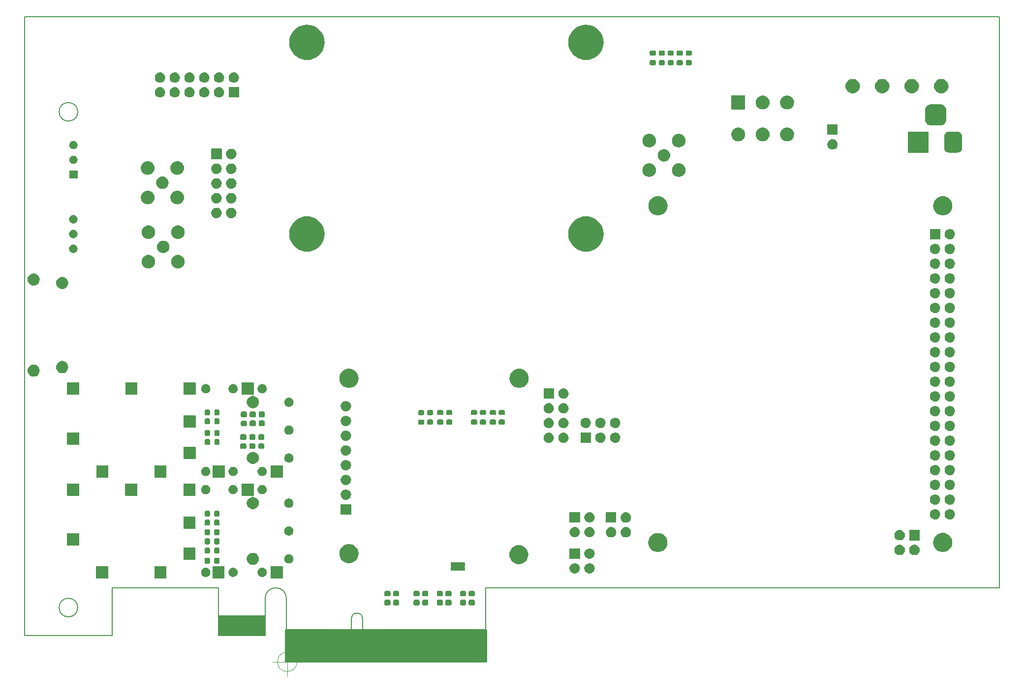
<source format=gbs>
G04 #@! TF.GenerationSoftware,KiCad,Pcbnew,8.0.4*
G04 #@! TF.CreationDate,2024-08-19T13:54:33+02:00*
G04 #@! TF.ProjectId,ULX4M-PCIe-IO_x4_half,554c5834-4d2d-4504-9349-652d494f5f78,rev?*
G04 #@! TF.SameCoordinates,Original*
G04 #@! TF.FileFunction,Soldermask,Bot*
G04 #@! TF.FilePolarity,Negative*
%FSLAX46Y46*%
G04 Gerber Fmt 4.6, Leading zero omitted, Abs format (unit mm)*
G04 Created by KiCad (PCBNEW 8.0.4) date 2024-08-19 13:54:33*
%MOMM*%
%LPD*%
G01*
G04 APERTURE LIST*
G04 #@! TA.AperFunction,Profile*
%ADD10C,0.150000*%
G04 #@! TD*
G04 #@! TA.AperFunction,Profile*
%ADD11C,0.050000*%
G04 #@! TD*
G04 APERTURE END LIST*
G36*
X143918761Y-188533126D02*
G01*
X143931617Y-188536901D01*
X143933712Y-188539319D01*
X143952782Y-188547218D01*
X143963978Y-188574248D01*
X143973402Y-188585124D01*
X143978843Y-188610136D01*
X143985000Y-188625000D01*
X143985000Y-194125000D01*
X143966870Y-194168768D01*
X143963098Y-194181617D01*
X143960681Y-194183710D01*
X143952782Y-194202782D01*
X143925749Y-194213978D01*
X143914875Y-194223402D01*
X143889863Y-194228843D01*
X143875000Y-194235000D01*
X143861564Y-194235000D01*
X109392973Y-194235000D01*
X109375000Y-194235000D01*
X109331233Y-194216871D01*
X109318382Y-194213098D01*
X109316287Y-194210680D01*
X109297218Y-194202782D01*
X109286021Y-194175752D01*
X109276597Y-194164875D01*
X109271155Y-194139861D01*
X109265000Y-194125000D01*
X109265000Y-188625000D01*
X109283125Y-188581241D01*
X109286901Y-188568382D01*
X109289319Y-188566286D01*
X109297218Y-188547218D01*
X109324245Y-188536022D01*
X109335124Y-188526597D01*
X109360139Y-188521155D01*
X109375000Y-188515000D01*
X143875000Y-188515000D01*
X143918761Y-188533126D01*
G37*
G36*
X105824279Y-186125000D02*
G01*
X105825000Y-186125000D01*
X105825000Y-186125722D01*
X105835000Y-186149863D01*
X105835000Y-189600136D01*
X105825000Y-189624276D01*
X105825000Y-189625000D01*
X105824276Y-189625000D01*
X105800136Y-189635000D01*
X97849864Y-189635000D01*
X97825723Y-189625000D01*
X97825000Y-189625000D01*
X97825000Y-189624278D01*
X97815000Y-189600136D01*
X97815000Y-186149863D01*
X97825000Y-186125720D01*
X97825000Y-186125000D01*
X97825720Y-186125000D01*
X97849864Y-186115000D01*
X105800136Y-186115000D01*
X105824279Y-186125000D01*
G37*
G36*
X127234479Y-183444533D02*
G01*
X127321992Y-183503008D01*
X127380467Y-183590521D01*
X127401000Y-183693750D01*
X127401000Y-184131250D01*
X127380467Y-184234479D01*
X127321992Y-184321992D01*
X127234479Y-184380467D01*
X127131250Y-184401000D01*
X126618750Y-184401000D01*
X126515521Y-184380467D01*
X126428008Y-184321992D01*
X126369533Y-184234479D01*
X126349000Y-184131250D01*
X126349000Y-183693750D01*
X126369533Y-183590521D01*
X126428008Y-183503008D01*
X126515521Y-183444533D01*
X126618750Y-183424000D01*
X127131250Y-183424000D01*
X127234479Y-183444533D01*
G37*
G36*
X128734479Y-183444533D02*
G01*
X128821992Y-183503008D01*
X128880467Y-183590521D01*
X128901000Y-183693750D01*
X128901000Y-184131250D01*
X128880467Y-184234479D01*
X128821992Y-184321992D01*
X128734479Y-184380467D01*
X128631250Y-184401000D01*
X128118750Y-184401000D01*
X128015521Y-184380467D01*
X127928008Y-184321992D01*
X127869533Y-184234479D01*
X127849000Y-184131250D01*
X127849000Y-183693750D01*
X127869533Y-183590521D01*
X127928008Y-183503008D01*
X128015521Y-183444533D01*
X128118750Y-183424000D01*
X128631250Y-183424000D01*
X128734479Y-183444533D01*
G37*
G36*
X132234479Y-183444533D02*
G01*
X132321992Y-183503008D01*
X132380467Y-183590521D01*
X132401000Y-183693750D01*
X132401000Y-184131250D01*
X132380467Y-184234479D01*
X132321992Y-184321992D01*
X132234479Y-184380467D01*
X132131250Y-184401000D01*
X131618750Y-184401000D01*
X131515521Y-184380467D01*
X131428008Y-184321992D01*
X131369533Y-184234479D01*
X131349000Y-184131250D01*
X131349000Y-183693750D01*
X131369533Y-183590521D01*
X131428008Y-183503008D01*
X131515521Y-183444533D01*
X131618750Y-183424000D01*
X132131250Y-183424000D01*
X132234479Y-183444533D01*
G37*
G36*
X133734479Y-183444533D02*
G01*
X133821992Y-183503008D01*
X133880467Y-183590521D01*
X133901000Y-183693750D01*
X133901000Y-184131250D01*
X133880467Y-184234479D01*
X133821992Y-184321992D01*
X133734479Y-184380467D01*
X133631250Y-184401000D01*
X133118750Y-184401000D01*
X133015521Y-184380467D01*
X132928008Y-184321992D01*
X132869533Y-184234479D01*
X132849000Y-184131250D01*
X132849000Y-183693750D01*
X132869533Y-183590521D01*
X132928008Y-183503008D01*
X133015521Y-183444533D01*
X133118750Y-183424000D01*
X133631250Y-183424000D01*
X133734479Y-183444533D01*
G37*
G36*
X136234479Y-183444533D02*
G01*
X136321992Y-183503008D01*
X136380467Y-183590521D01*
X136401000Y-183693750D01*
X136401000Y-184131250D01*
X136380467Y-184234479D01*
X136321992Y-184321992D01*
X136234479Y-184380467D01*
X136131250Y-184401000D01*
X135618750Y-184401000D01*
X135515521Y-184380467D01*
X135428008Y-184321992D01*
X135369533Y-184234479D01*
X135349000Y-184131250D01*
X135349000Y-183693750D01*
X135369533Y-183590521D01*
X135428008Y-183503008D01*
X135515521Y-183444533D01*
X135618750Y-183424000D01*
X136131250Y-183424000D01*
X136234479Y-183444533D01*
G37*
G36*
X137734479Y-183444533D02*
G01*
X137821992Y-183503008D01*
X137880467Y-183590521D01*
X137901000Y-183693750D01*
X137901000Y-184131250D01*
X137880467Y-184234479D01*
X137821992Y-184321992D01*
X137734479Y-184380467D01*
X137631250Y-184401000D01*
X137118750Y-184401000D01*
X137015521Y-184380467D01*
X136928008Y-184321992D01*
X136869533Y-184234479D01*
X136849000Y-184131250D01*
X136849000Y-183693750D01*
X136869533Y-183590521D01*
X136928008Y-183503008D01*
X137015521Y-183444533D01*
X137118750Y-183424000D01*
X137631250Y-183424000D01*
X137734479Y-183444533D01*
G37*
G36*
X140234479Y-183444533D02*
G01*
X140321992Y-183503008D01*
X140380467Y-183590521D01*
X140401000Y-183693750D01*
X140401000Y-184131250D01*
X140380467Y-184234479D01*
X140321992Y-184321992D01*
X140234479Y-184380467D01*
X140131250Y-184401000D01*
X139618750Y-184401000D01*
X139515521Y-184380467D01*
X139428008Y-184321992D01*
X139369533Y-184234479D01*
X139349000Y-184131250D01*
X139349000Y-183693750D01*
X139369533Y-183590521D01*
X139428008Y-183503008D01*
X139515521Y-183444533D01*
X139618750Y-183424000D01*
X140131250Y-183424000D01*
X140234479Y-183444533D01*
G37*
G36*
X141734479Y-183444533D02*
G01*
X141821992Y-183503008D01*
X141880467Y-183590521D01*
X141901000Y-183693750D01*
X141901000Y-184131250D01*
X141880467Y-184234479D01*
X141821992Y-184321992D01*
X141734479Y-184380467D01*
X141631250Y-184401000D01*
X141118750Y-184401000D01*
X141015521Y-184380467D01*
X140928008Y-184321992D01*
X140869533Y-184234479D01*
X140849000Y-184131250D01*
X140849000Y-183693750D01*
X140869533Y-183590521D01*
X140928008Y-183503008D01*
X141015521Y-183444533D01*
X141118750Y-183424000D01*
X141631250Y-183424000D01*
X141734479Y-183444533D01*
G37*
G36*
X127234479Y-181869533D02*
G01*
X127321992Y-181928008D01*
X127380467Y-182015521D01*
X127401000Y-182118750D01*
X127401000Y-182556250D01*
X127380467Y-182659479D01*
X127321992Y-182746992D01*
X127234479Y-182805467D01*
X127131250Y-182826000D01*
X126618750Y-182826000D01*
X126515521Y-182805467D01*
X126428008Y-182746992D01*
X126369533Y-182659479D01*
X126349000Y-182556250D01*
X126349000Y-182118750D01*
X126369533Y-182015521D01*
X126428008Y-181928008D01*
X126515521Y-181869533D01*
X126618750Y-181849000D01*
X127131250Y-181849000D01*
X127234479Y-181869533D01*
G37*
G36*
X128734479Y-181869533D02*
G01*
X128821992Y-181928008D01*
X128880467Y-182015521D01*
X128901000Y-182118750D01*
X128901000Y-182556250D01*
X128880467Y-182659479D01*
X128821992Y-182746992D01*
X128734479Y-182805467D01*
X128631250Y-182826000D01*
X128118750Y-182826000D01*
X128015521Y-182805467D01*
X127928008Y-182746992D01*
X127869533Y-182659479D01*
X127849000Y-182556250D01*
X127849000Y-182118750D01*
X127869533Y-182015521D01*
X127928008Y-181928008D01*
X128015521Y-181869533D01*
X128118750Y-181849000D01*
X128631250Y-181849000D01*
X128734479Y-181869533D01*
G37*
G36*
X132234479Y-181869533D02*
G01*
X132321992Y-181928008D01*
X132380467Y-182015521D01*
X132401000Y-182118750D01*
X132401000Y-182556250D01*
X132380467Y-182659479D01*
X132321992Y-182746992D01*
X132234479Y-182805467D01*
X132131250Y-182826000D01*
X131618750Y-182826000D01*
X131515521Y-182805467D01*
X131428008Y-182746992D01*
X131369533Y-182659479D01*
X131349000Y-182556250D01*
X131349000Y-182118750D01*
X131369533Y-182015521D01*
X131428008Y-181928008D01*
X131515521Y-181869533D01*
X131618750Y-181849000D01*
X132131250Y-181849000D01*
X132234479Y-181869533D01*
G37*
G36*
X133734479Y-181869533D02*
G01*
X133821992Y-181928008D01*
X133880467Y-182015521D01*
X133901000Y-182118750D01*
X133901000Y-182556250D01*
X133880467Y-182659479D01*
X133821992Y-182746992D01*
X133734479Y-182805467D01*
X133631250Y-182826000D01*
X133118750Y-182826000D01*
X133015521Y-182805467D01*
X132928008Y-182746992D01*
X132869533Y-182659479D01*
X132849000Y-182556250D01*
X132849000Y-182118750D01*
X132869533Y-182015521D01*
X132928008Y-181928008D01*
X133015521Y-181869533D01*
X133118750Y-181849000D01*
X133631250Y-181849000D01*
X133734479Y-181869533D01*
G37*
G36*
X136234479Y-181869533D02*
G01*
X136321992Y-181928008D01*
X136380467Y-182015521D01*
X136401000Y-182118750D01*
X136401000Y-182556250D01*
X136380467Y-182659479D01*
X136321992Y-182746992D01*
X136234479Y-182805467D01*
X136131250Y-182826000D01*
X135618750Y-182826000D01*
X135515521Y-182805467D01*
X135428008Y-182746992D01*
X135369533Y-182659479D01*
X135349000Y-182556250D01*
X135349000Y-182118750D01*
X135369533Y-182015521D01*
X135428008Y-181928008D01*
X135515521Y-181869533D01*
X135618750Y-181849000D01*
X136131250Y-181849000D01*
X136234479Y-181869533D01*
G37*
G36*
X137734479Y-181869533D02*
G01*
X137821992Y-181928008D01*
X137880467Y-182015521D01*
X137901000Y-182118750D01*
X137901000Y-182556250D01*
X137880467Y-182659479D01*
X137821992Y-182746992D01*
X137734479Y-182805467D01*
X137631250Y-182826000D01*
X137118750Y-182826000D01*
X137015521Y-182805467D01*
X136928008Y-182746992D01*
X136869533Y-182659479D01*
X136849000Y-182556250D01*
X136849000Y-182118750D01*
X136869533Y-182015521D01*
X136928008Y-181928008D01*
X137015521Y-181869533D01*
X137118750Y-181849000D01*
X137631250Y-181849000D01*
X137734479Y-181869533D01*
G37*
G36*
X140234479Y-181869533D02*
G01*
X140321992Y-181928008D01*
X140380467Y-182015521D01*
X140401000Y-182118750D01*
X140401000Y-182556250D01*
X140380467Y-182659479D01*
X140321992Y-182746992D01*
X140234479Y-182805467D01*
X140131250Y-182826000D01*
X139618750Y-182826000D01*
X139515521Y-182805467D01*
X139428008Y-182746992D01*
X139369533Y-182659479D01*
X139349000Y-182556250D01*
X139349000Y-182118750D01*
X139369533Y-182015521D01*
X139428008Y-181928008D01*
X139515521Y-181869533D01*
X139618750Y-181849000D01*
X140131250Y-181849000D01*
X140234479Y-181869533D01*
G37*
G36*
X141734479Y-181869533D02*
G01*
X141821992Y-181928008D01*
X141880467Y-182015521D01*
X141901000Y-182118750D01*
X141901000Y-182556250D01*
X141880467Y-182659479D01*
X141821992Y-182746992D01*
X141734479Y-182805467D01*
X141631250Y-182826000D01*
X141118750Y-182826000D01*
X141015521Y-182805467D01*
X140928008Y-182746992D01*
X140869533Y-182659479D01*
X140849000Y-182556250D01*
X140849000Y-182118750D01*
X140869533Y-182015521D01*
X140928008Y-181928008D01*
X141015521Y-181869533D01*
X141118750Y-181849000D01*
X141631250Y-181849000D01*
X141734479Y-181869533D01*
G37*
G36*
X78819517Y-177652882D02*
G01*
X78836062Y-177663938D01*
X78847118Y-177680483D01*
X78851000Y-177700000D01*
X78851000Y-179700000D01*
X78847118Y-179719517D01*
X78836062Y-179736062D01*
X78819517Y-179747118D01*
X78800000Y-179751000D01*
X76800000Y-179751000D01*
X76780483Y-179747118D01*
X76763938Y-179736062D01*
X76752882Y-179719517D01*
X76749000Y-179700000D01*
X76749000Y-177700000D01*
X76752882Y-177680483D01*
X76763938Y-177663938D01*
X76780483Y-177652882D01*
X76800000Y-177649000D01*
X78800000Y-177649000D01*
X78819517Y-177652882D01*
G37*
G36*
X88819517Y-177652882D02*
G01*
X88836062Y-177663938D01*
X88847118Y-177680483D01*
X88851000Y-177700000D01*
X88851000Y-179700000D01*
X88847118Y-179719517D01*
X88836062Y-179736062D01*
X88819517Y-179747118D01*
X88800000Y-179751000D01*
X86800000Y-179751000D01*
X86780483Y-179747118D01*
X86763938Y-179736062D01*
X86752882Y-179719517D01*
X86749000Y-179700000D01*
X86749000Y-177700000D01*
X86752882Y-177680483D01*
X86763938Y-177663938D01*
X86780483Y-177652882D01*
X86800000Y-177649000D01*
X88800000Y-177649000D01*
X88819517Y-177652882D01*
G37*
G36*
X98819517Y-177652882D02*
G01*
X98836062Y-177663938D01*
X98847118Y-177680483D01*
X98851000Y-177700000D01*
X98851000Y-179700000D01*
X98847118Y-179719517D01*
X98836062Y-179736062D01*
X98819517Y-179747118D01*
X98800000Y-179751000D01*
X96800000Y-179751000D01*
X96780483Y-179747118D01*
X96763938Y-179736062D01*
X96752882Y-179719517D01*
X96749000Y-179700000D01*
X96749000Y-177700000D01*
X96752882Y-177680483D01*
X96763938Y-177663938D01*
X96780483Y-177652882D01*
X96800000Y-177649000D01*
X98800000Y-177649000D01*
X98819517Y-177652882D01*
G37*
G36*
X108819517Y-177652882D02*
G01*
X108836062Y-177663938D01*
X108847118Y-177680483D01*
X108851000Y-177700000D01*
X108851000Y-179700000D01*
X108847118Y-179719517D01*
X108836062Y-179736062D01*
X108819517Y-179747118D01*
X108800000Y-179751000D01*
X106800000Y-179751000D01*
X106780483Y-179747118D01*
X106763938Y-179736062D01*
X106752882Y-179719517D01*
X106749000Y-179700000D01*
X106749000Y-177700000D01*
X106752882Y-177680483D01*
X106763938Y-177663938D01*
X106780483Y-177652882D01*
X106800000Y-177649000D01*
X108800000Y-177649000D01*
X108819517Y-177652882D01*
G37*
G36*
X95659507Y-177908425D02*
G01*
X95713809Y-177908425D01*
X95777404Y-177927098D01*
X95847523Y-177938204D01*
X95891445Y-177960583D01*
X95932213Y-177972554D01*
X95998318Y-178015037D01*
X96070816Y-178051977D01*
X96097828Y-178078989D01*
X96123701Y-178095617D01*
X96183713Y-178164874D01*
X96248023Y-178229184D01*
X96260275Y-178253230D01*
X96272762Y-178267641D01*
X96317226Y-178365003D01*
X96361796Y-178452477D01*
X96364249Y-178467970D01*
X96367320Y-178474693D01*
X96387056Y-178611966D01*
X96401000Y-178700000D01*
X96387056Y-178788037D01*
X96367320Y-178925306D01*
X96364250Y-178932027D01*
X96361796Y-178947523D01*
X96317221Y-179035005D01*
X96272762Y-179132358D01*
X96260276Y-179146766D01*
X96248023Y-179170816D01*
X96183707Y-179235131D01*
X96123701Y-179304382D01*
X96097831Y-179321007D01*
X96070816Y-179348023D01*
X95998311Y-179384965D01*
X95932213Y-179427445D01*
X95891449Y-179439414D01*
X95847523Y-179461796D01*
X95777402Y-179472902D01*
X95713809Y-179491575D01*
X95659507Y-179491575D01*
X95600000Y-179501000D01*
X95540493Y-179491575D01*
X95486191Y-179491575D01*
X95422597Y-179472901D01*
X95352477Y-179461796D01*
X95308551Y-179439414D01*
X95267786Y-179427445D01*
X95201684Y-179384963D01*
X95129184Y-179348023D01*
X95102170Y-179321009D01*
X95076298Y-179304382D01*
X95016285Y-179235124D01*
X94951977Y-179170816D01*
X94939724Y-179146769D01*
X94927237Y-179132358D01*
X94882768Y-179034986D01*
X94838204Y-178947523D01*
X94835750Y-178932031D01*
X94832679Y-178925306D01*
X94812932Y-178787968D01*
X94799000Y-178700000D01*
X94812932Y-178612035D01*
X94832679Y-178474693D01*
X94835750Y-178467967D01*
X94838204Y-178452477D01*
X94882764Y-178365022D01*
X94927237Y-178267641D01*
X94939725Y-178253228D01*
X94951977Y-178229184D01*
X95016278Y-178164882D01*
X95076298Y-178095617D01*
X95102173Y-178078987D01*
X95129184Y-178051977D01*
X95201676Y-178015040D01*
X95267786Y-177972554D01*
X95308555Y-177960583D01*
X95352477Y-177938204D01*
X95422594Y-177927098D01*
X95486191Y-177908425D01*
X95540493Y-177908425D01*
X95600000Y-177899000D01*
X95659507Y-177908425D01*
G37*
G36*
X100359507Y-177908425D02*
G01*
X100413809Y-177908425D01*
X100477404Y-177927098D01*
X100547523Y-177938204D01*
X100591445Y-177960583D01*
X100632213Y-177972554D01*
X100698318Y-178015037D01*
X100770816Y-178051977D01*
X100797828Y-178078989D01*
X100823701Y-178095617D01*
X100883713Y-178164874D01*
X100948023Y-178229184D01*
X100960275Y-178253230D01*
X100972762Y-178267641D01*
X101017226Y-178365003D01*
X101061796Y-178452477D01*
X101064249Y-178467970D01*
X101067320Y-178474693D01*
X101087056Y-178611966D01*
X101101000Y-178700000D01*
X101087056Y-178788037D01*
X101067320Y-178925306D01*
X101064250Y-178932027D01*
X101061796Y-178947523D01*
X101017221Y-179035005D01*
X100972762Y-179132358D01*
X100960276Y-179146766D01*
X100948023Y-179170816D01*
X100883707Y-179235131D01*
X100823701Y-179304382D01*
X100797831Y-179321007D01*
X100770816Y-179348023D01*
X100698311Y-179384965D01*
X100632213Y-179427445D01*
X100591449Y-179439414D01*
X100547523Y-179461796D01*
X100477402Y-179472902D01*
X100413809Y-179491575D01*
X100359507Y-179491575D01*
X100300000Y-179501000D01*
X100240493Y-179491575D01*
X100186191Y-179491575D01*
X100122597Y-179472901D01*
X100052477Y-179461796D01*
X100008551Y-179439414D01*
X99967786Y-179427445D01*
X99901684Y-179384963D01*
X99829184Y-179348023D01*
X99802170Y-179321009D01*
X99776298Y-179304382D01*
X99716285Y-179235124D01*
X99651977Y-179170816D01*
X99639724Y-179146769D01*
X99627237Y-179132358D01*
X99582768Y-179034986D01*
X99538204Y-178947523D01*
X99535750Y-178932031D01*
X99532679Y-178925306D01*
X99512932Y-178787968D01*
X99499000Y-178700000D01*
X99512932Y-178612035D01*
X99532679Y-178474693D01*
X99535750Y-178467967D01*
X99538204Y-178452477D01*
X99582764Y-178365022D01*
X99627237Y-178267641D01*
X99639725Y-178253228D01*
X99651977Y-178229184D01*
X99716278Y-178164882D01*
X99776298Y-178095617D01*
X99802173Y-178078987D01*
X99829184Y-178051977D01*
X99901676Y-178015040D01*
X99967786Y-177972554D01*
X100008555Y-177960583D01*
X100052477Y-177938204D01*
X100122594Y-177927098D01*
X100186191Y-177908425D01*
X100240493Y-177908425D01*
X100300000Y-177899000D01*
X100359507Y-177908425D01*
G37*
G36*
X105359507Y-177908425D02*
G01*
X105413809Y-177908425D01*
X105477404Y-177927098D01*
X105547523Y-177938204D01*
X105591445Y-177960583D01*
X105632213Y-177972554D01*
X105698318Y-178015037D01*
X105770816Y-178051977D01*
X105797828Y-178078989D01*
X105823701Y-178095617D01*
X105883713Y-178164874D01*
X105948023Y-178229184D01*
X105960275Y-178253230D01*
X105972762Y-178267641D01*
X106017226Y-178365003D01*
X106061796Y-178452477D01*
X106064249Y-178467970D01*
X106067320Y-178474693D01*
X106087056Y-178611966D01*
X106101000Y-178700000D01*
X106087056Y-178788037D01*
X106067320Y-178925306D01*
X106064250Y-178932027D01*
X106061796Y-178947523D01*
X106017221Y-179035005D01*
X105972762Y-179132358D01*
X105960276Y-179146766D01*
X105948023Y-179170816D01*
X105883707Y-179235131D01*
X105823701Y-179304382D01*
X105797831Y-179321007D01*
X105770816Y-179348023D01*
X105698311Y-179384965D01*
X105632213Y-179427445D01*
X105591449Y-179439414D01*
X105547523Y-179461796D01*
X105477402Y-179472902D01*
X105413809Y-179491575D01*
X105359507Y-179491575D01*
X105300000Y-179501000D01*
X105240493Y-179491575D01*
X105186191Y-179491575D01*
X105122597Y-179472901D01*
X105052477Y-179461796D01*
X105008551Y-179439414D01*
X104967786Y-179427445D01*
X104901684Y-179384963D01*
X104829184Y-179348023D01*
X104802170Y-179321009D01*
X104776298Y-179304382D01*
X104716285Y-179235124D01*
X104651977Y-179170816D01*
X104639724Y-179146769D01*
X104627237Y-179132358D01*
X104582768Y-179034986D01*
X104538204Y-178947523D01*
X104535750Y-178932031D01*
X104532679Y-178925306D01*
X104512932Y-178787968D01*
X104499000Y-178700000D01*
X104512932Y-178612035D01*
X104532679Y-178474693D01*
X104535750Y-178467967D01*
X104538204Y-178452477D01*
X104582764Y-178365022D01*
X104627237Y-178267641D01*
X104639725Y-178253228D01*
X104651977Y-178229184D01*
X104716278Y-178164882D01*
X104776298Y-178095617D01*
X104802173Y-178078987D01*
X104829184Y-178051977D01*
X104901676Y-178015040D01*
X104967786Y-177972554D01*
X105008555Y-177960583D01*
X105052477Y-177938204D01*
X105122594Y-177927098D01*
X105186191Y-177908425D01*
X105240493Y-177908425D01*
X105300000Y-177899000D01*
X105359507Y-177908425D01*
G37*
G36*
X159474289Y-177200422D02*
G01*
X159690030Y-177339070D01*
X159857969Y-177532883D01*
X159964503Y-177766159D01*
X160001000Y-178020000D01*
X159964503Y-178273841D01*
X159857969Y-178507117D01*
X159690030Y-178700930D01*
X159474289Y-178839578D01*
X159228226Y-178911829D01*
X158971774Y-178911829D01*
X158725711Y-178839578D01*
X158509970Y-178700930D01*
X158342031Y-178507117D01*
X158235497Y-178273841D01*
X158199000Y-178020000D01*
X158235497Y-177766159D01*
X158342031Y-177532883D01*
X158509970Y-177339070D01*
X158725711Y-177200422D01*
X158971774Y-177128171D01*
X159228226Y-177128171D01*
X159474289Y-177200422D01*
G37*
G36*
X162014289Y-177200422D02*
G01*
X162230030Y-177339070D01*
X162397969Y-177532883D01*
X162504503Y-177766159D01*
X162541000Y-178020000D01*
X162504503Y-178273841D01*
X162397969Y-178507117D01*
X162230030Y-178700930D01*
X162014289Y-178839578D01*
X161768226Y-178911829D01*
X161511774Y-178911829D01*
X161265711Y-178839578D01*
X161049970Y-178700930D01*
X160882031Y-178507117D01*
X160775497Y-178273841D01*
X160739000Y-178020000D01*
X160775497Y-177766159D01*
X160882031Y-177532883D01*
X161049970Y-177339070D01*
X161265711Y-177200422D01*
X161511774Y-177128171D01*
X161768226Y-177128171D01*
X162014289Y-177200422D01*
G37*
G36*
X138149517Y-177002882D02*
G01*
X138166062Y-177013938D01*
X138169547Y-177019153D01*
X138192083Y-177034211D01*
X138267917Y-177034211D01*
X138290453Y-177019152D01*
X138293938Y-177013938D01*
X138310483Y-177002882D01*
X138330000Y-176999000D01*
X138630000Y-176999000D01*
X138649517Y-177002882D01*
X138666062Y-177013938D01*
X138668447Y-177017507D01*
X138741553Y-177017507D01*
X138743938Y-177013938D01*
X138760483Y-177002882D01*
X138780000Y-176999000D01*
X139180000Y-176999000D01*
X139199517Y-177002882D01*
X139216062Y-177013938D01*
X139218447Y-177017507D01*
X139291553Y-177017507D01*
X139293938Y-177013938D01*
X139310483Y-177002882D01*
X139330000Y-176999000D01*
X139630000Y-176999000D01*
X139649517Y-177002882D01*
X139666062Y-177013938D01*
X139669547Y-177019153D01*
X139692083Y-177034211D01*
X139767917Y-177034211D01*
X139790453Y-177019152D01*
X139793938Y-177013938D01*
X139810483Y-177002882D01*
X139830000Y-176999000D01*
X140130000Y-176999000D01*
X140149517Y-177002882D01*
X140166062Y-177013938D01*
X140177118Y-177030483D01*
X140181000Y-177050000D01*
X140181000Y-177600000D01*
X140177118Y-177619517D01*
X140166062Y-177636062D01*
X140160842Y-177639550D01*
X140139106Y-177672081D01*
X140139106Y-177747919D01*
X140160843Y-177780451D01*
X140166062Y-177783938D01*
X140177118Y-177800483D01*
X140181000Y-177820000D01*
X140181000Y-178370000D01*
X140177118Y-178389517D01*
X140166062Y-178406062D01*
X140149517Y-178417118D01*
X140130000Y-178421000D01*
X139830000Y-178421000D01*
X139810483Y-178417118D01*
X139793938Y-178406062D01*
X139790451Y-178400844D01*
X139767918Y-178385788D01*
X139692082Y-178385788D01*
X139669548Y-178400844D01*
X139666062Y-178406062D01*
X139649517Y-178417118D01*
X139630000Y-178421000D01*
X139330000Y-178421000D01*
X139310483Y-178417118D01*
X139293938Y-178406062D01*
X139291552Y-178402492D01*
X139218448Y-178402492D01*
X139216062Y-178406062D01*
X139199517Y-178417118D01*
X139180000Y-178421000D01*
X138780000Y-178421000D01*
X138760483Y-178417118D01*
X138743938Y-178406062D01*
X138741552Y-178402492D01*
X138668448Y-178402492D01*
X138666062Y-178406062D01*
X138649517Y-178417118D01*
X138630000Y-178421000D01*
X138330000Y-178421000D01*
X138310483Y-178417118D01*
X138293938Y-178406062D01*
X138290451Y-178400844D01*
X138267918Y-178385788D01*
X138192082Y-178385788D01*
X138169548Y-178400844D01*
X138166062Y-178406062D01*
X138149517Y-178417118D01*
X138130000Y-178421000D01*
X137830000Y-178421000D01*
X137810483Y-178417118D01*
X137793938Y-178406062D01*
X137782882Y-178389517D01*
X137779000Y-178370000D01*
X137779000Y-177820000D01*
X137782882Y-177800483D01*
X137793938Y-177783938D01*
X137799152Y-177780453D01*
X137820893Y-177747917D01*
X137820893Y-177672083D01*
X137799153Y-177639547D01*
X137793938Y-177636062D01*
X137782882Y-177619517D01*
X137779000Y-177600000D01*
X137779000Y-177050000D01*
X137782882Y-177030483D01*
X137793938Y-177013938D01*
X137810483Y-177002882D01*
X137830000Y-176999000D01*
X138130000Y-176999000D01*
X138149517Y-177002882D01*
G37*
G36*
X103972019Y-175359812D02*
G01*
X104225500Y-175464807D01*
X104443169Y-175631831D01*
X104610193Y-175849500D01*
X104715188Y-176102981D01*
X104751000Y-176375000D01*
X104715188Y-176647019D01*
X104610193Y-176900500D01*
X104443169Y-177118169D01*
X104225500Y-177285193D01*
X103972019Y-177390188D01*
X103700000Y-177426000D01*
X103427981Y-177390188D01*
X103174500Y-177285193D01*
X102956831Y-177118169D01*
X102789807Y-176900500D01*
X102684812Y-176647019D01*
X102649000Y-176375000D01*
X102684812Y-176102981D01*
X102789807Y-175849500D01*
X102956831Y-175631831D01*
X103174500Y-175464807D01*
X103427981Y-175359812D01*
X103700000Y-175324000D01*
X103972019Y-175359812D01*
G37*
G36*
X149987925Y-174087969D02*
G01*
X150303238Y-174228355D01*
X150582473Y-174431231D01*
X150813425Y-174687730D01*
X150986002Y-174986641D01*
X151092660Y-175314901D01*
X151128738Y-175658163D01*
X151092660Y-176001425D01*
X150986002Y-176329685D01*
X150813425Y-176628596D01*
X150582473Y-176885095D01*
X150303238Y-177087971D01*
X149987925Y-177228357D01*
X149650314Y-177300119D01*
X149305162Y-177300119D01*
X148967551Y-177228357D01*
X148652238Y-177087971D01*
X148373003Y-176885095D01*
X148142051Y-176628596D01*
X147969474Y-176329685D01*
X147862816Y-176001425D01*
X147826738Y-175658163D01*
X147862816Y-175314901D01*
X147969474Y-174986641D01*
X148142051Y-174687730D01*
X148373003Y-174431231D01*
X148652238Y-174228355D01*
X148967551Y-174087969D01*
X149305162Y-174016207D01*
X149650314Y-174016207D01*
X149987925Y-174087969D01*
G37*
G36*
X96166054Y-176188106D02*
G01*
X96247484Y-176242516D01*
X96301894Y-176323946D01*
X96321000Y-176420000D01*
X96321000Y-176970000D01*
X96301894Y-177066054D01*
X96247484Y-177147484D01*
X96166054Y-177201894D01*
X96070000Y-177221000D01*
X95670000Y-177221000D01*
X95573946Y-177201894D01*
X95492516Y-177147484D01*
X95438106Y-177066054D01*
X95419000Y-176970000D01*
X95419000Y-176420000D01*
X95438106Y-176323946D01*
X95492516Y-176242516D01*
X95573946Y-176188106D01*
X95670000Y-176169000D01*
X96070000Y-176169000D01*
X96166054Y-176188106D01*
G37*
G36*
X97816054Y-176188106D02*
G01*
X97897484Y-176242516D01*
X97951894Y-176323946D01*
X97971000Y-176420000D01*
X97971000Y-176970000D01*
X97951894Y-177066054D01*
X97897484Y-177147484D01*
X97816054Y-177201894D01*
X97720000Y-177221000D01*
X97320000Y-177221000D01*
X97223946Y-177201894D01*
X97142516Y-177147484D01*
X97088106Y-177066054D01*
X97069000Y-176970000D01*
X97069000Y-176420000D01*
X97088106Y-176323946D01*
X97142516Y-176242516D01*
X97223946Y-176188106D01*
X97320000Y-176169000D01*
X97720000Y-176169000D01*
X97816054Y-176188106D01*
G37*
G36*
X109959507Y-175583425D02*
G01*
X110013809Y-175583425D01*
X110077404Y-175602098D01*
X110147523Y-175613204D01*
X110191445Y-175635583D01*
X110232213Y-175647554D01*
X110298318Y-175690037D01*
X110370816Y-175726977D01*
X110397828Y-175753989D01*
X110423701Y-175770617D01*
X110483713Y-175839874D01*
X110548023Y-175904184D01*
X110560275Y-175928230D01*
X110572762Y-175942641D01*
X110617226Y-176040003D01*
X110661796Y-176127477D01*
X110664249Y-176142970D01*
X110667320Y-176149693D01*
X110687056Y-176286966D01*
X110701000Y-176375000D01*
X110687056Y-176463037D01*
X110667320Y-176600306D01*
X110664250Y-176607027D01*
X110661796Y-176622523D01*
X110617221Y-176710005D01*
X110572762Y-176807358D01*
X110560276Y-176821766D01*
X110548023Y-176845816D01*
X110483707Y-176910131D01*
X110423701Y-176979382D01*
X110397831Y-176996007D01*
X110370816Y-177023023D01*
X110298311Y-177059965D01*
X110232213Y-177102445D01*
X110191449Y-177114414D01*
X110147523Y-177136796D01*
X110077402Y-177147902D01*
X110013809Y-177166575D01*
X109959507Y-177166575D01*
X109900000Y-177176000D01*
X109840493Y-177166575D01*
X109786191Y-177166575D01*
X109722597Y-177147901D01*
X109652477Y-177136796D01*
X109608551Y-177114414D01*
X109567786Y-177102445D01*
X109501684Y-177059963D01*
X109429184Y-177023023D01*
X109402170Y-176996009D01*
X109376298Y-176979382D01*
X109316285Y-176910124D01*
X109251977Y-176845816D01*
X109239724Y-176821769D01*
X109227237Y-176807358D01*
X109182768Y-176709986D01*
X109138204Y-176622523D01*
X109135750Y-176607031D01*
X109132679Y-176600306D01*
X109112932Y-176462968D01*
X109099000Y-176375000D01*
X109112932Y-176287035D01*
X109132679Y-176149693D01*
X109135750Y-176142967D01*
X109138204Y-176127477D01*
X109182764Y-176040022D01*
X109227237Y-175942641D01*
X109239725Y-175928228D01*
X109251977Y-175904184D01*
X109316278Y-175839882D01*
X109376298Y-175770617D01*
X109402173Y-175753987D01*
X109429184Y-175726977D01*
X109501676Y-175690040D01*
X109567786Y-175647554D01*
X109608555Y-175635583D01*
X109652477Y-175613204D01*
X109722594Y-175602098D01*
X109786191Y-175583425D01*
X109840493Y-175583425D01*
X109900000Y-175574000D01*
X109959507Y-175583425D01*
G37*
G36*
X120745187Y-173904806D02*
G01*
X121060500Y-174045192D01*
X121339735Y-174248068D01*
X121570687Y-174504567D01*
X121743264Y-174803478D01*
X121849922Y-175131738D01*
X121886000Y-175475000D01*
X121849922Y-175818262D01*
X121743264Y-176146522D01*
X121570687Y-176445433D01*
X121339735Y-176701932D01*
X121060500Y-176904808D01*
X120745187Y-177045194D01*
X120407576Y-177116956D01*
X120062424Y-177116956D01*
X119724813Y-177045194D01*
X119409500Y-176904808D01*
X119130265Y-176701932D01*
X118899313Y-176445433D01*
X118726736Y-176146522D01*
X118620078Y-175818262D01*
X118584000Y-175475000D01*
X118620078Y-175131738D01*
X118726736Y-174803478D01*
X118899313Y-174504567D01*
X119130265Y-174248068D01*
X119409500Y-174045192D01*
X119724813Y-173904806D01*
X120062424Y-173833044D01*
X120407576Y-173833044D01*
X120745187Y-173904806D01*
G37*
G36*
X93819517Y-174477882D02*
G01*
X93836062Y-174488938D01*
X93847118Y-174505483D01*
X93851000Y-174525000D01*
X93851000Y-176525000D01*
X93847118Y-176544517D01*
X93836062Y-176561062D01*
X93819517Y-176572118D01*
X93800000Y-176576000D01*
X91800000Y-176576000D01*
X91780483Y-176572118D01*
X91763938Y-176561062D01*
X91752882Y-176544517D01*
X91749000Y-176525000D01*
X91749000Y-174525000D01*
X91752882Y-174505483D01*
X91763938Y-174488938D01*
X91780483Y-174477882D01*
X91800000Y-174474000D01*
X93800000Y-174474000D01*
X93819517Y-174477882D01*
G37*
G36*
X159969517Y-174582882D02*
G01*
X159986062Y-174593938D01*
X159997118Y-174610483D01*
X160001000Y-174630000D01*
X160001000Y-176330000D01*
X159997118Y-176349517D01*
X159986062Y-176366062D01*
X159969517Y-176377118D01*
X159950000Y-176381000D01*
X158250000Y-176381000D01*
X158230483Y-176377118D01*
X158213938Y-176366062D01*
X158202882Y-176349517D01*
X158199000Y-176330000D01*
X158199000Y-174630000D01*
X158202882Y-174610483D01*
X158213938Y-174593938D01*
X158230483Y-174582882D01*
X158250000Y-174579000D01*
X159950000Y-174579000D01*
X159969517Y-174582882D01*
G37*
G36*
X162014289Y-174660422D02*
G01*
X162230030Y-174799070D01*
X162397969Y-174992883D01*
X162504503Y-175226159D01*
X162541000Y-175480000D01*
X162504503Y-175733841D01*
X162397969Y-175967117D01*
X162230030Y-176160930D01*
X162014289Y-176299578D01*
X161768226Y-176371829D01*
X161511774Y-176371829D01*
X161265711Y-176299578D01*
X161049970Y-176160930D01*
X160882031Y-175967117D01*
X160775497Y-175733841D01*
X160739000Y-175480000D01*
X160775497Y-175226159D01*
X160882031Y-174992883D01*
X161049970Y-174799070D01*
X161265711Y-174660422D01*
X161511774Y-174588171D01*
X161768226Y-174588171D01*
X162014289Y-174660422D01*
G37*
G36*
X215374289Y-174030422D02*
G01*
X215590030Y-174169070D01*
X215757969Y-174362883D01*
X215864503Y-174596159D01*
X215901000Y-174850000D01*
X215864503Y-175103841D01*
X215757969Y-175337117D01*
X215590030Y-175530930D01*
X215374289Y-175669578D01*
X215128226Y-175741829D01*
X214871774Y-175741829D01*
X214625711Y-175669578D01*
X214409970Y-175530930D01*
X214242031Y-175337117D01*
X214135497Y-175103841D01*
X214099000Y-174850000D01*
X214135497Y-174596159D01*
X214242031Y-174362883D01*
X214409970Y-174169070D01*
X214625711Y-174030422D01*
X214871774Y-173958171D01*
X215128226Y-173958171D01*
X215374289Y-174030422D01*
G37*
G36*
X217914289Y-174030422D02*
G01*
X218130030Y-174169070D01*
X218297969Y-174362883D01*
X218404503Y-174596159D01*
X218441000Y-174850000D01*
X218404503Y-175103841D01*
X218297969Y-175337117D01*
X218130030Y-175530930D01*
X217914289Y-175669578D01*
X217668226Y-175741829D01*
X217411774Y-175741829D01*
X217165711Y-175669578D01*
X216949970Y-175530930D01*
X216782031Y-175337117D01*
X216675497Y-175103841D01*
X216639000Y-174850000D01*
X216675497Y-174596159D01*
X216782031Y-174362883D01*
X216949970Y-174169070D01*
X217165711Y-174030422D01*
X217411774Y-173958171D01*
X217668226Y-173958171D01*
X217914289Y-174030422D01*
G37*
G36*
X96166054Y-174428106D02*
G01*
X96247484Y-174482516D01*
X96301894Y-174563946D01*
X96321000Y-174660000D01*
X96321000Y-175210000D01*
X96301894Y-175306054D01*
X96247484Y-175387484D01*
X96166054Y-175441894D01*
X96070000Y-175461000D01*
X95670000Y-175461000D01*
X95573946Y-175441894D01*
X95492516Y-175387484D01*
X95438106Y-175306054D01*
X95419000Y-175210000D01*
X95419000Y-174660000D01*
X95438106Y-174563946D01*
X95492516Y-174482516D01*
X95573946Y-174428106D01*
X95670000Y-174409000D01*
X96070000Y-174409000D01*
X96166054Y-174428106D01*
G37*
G36*
X97816054Y-174428106D02*
G01*
X97897484Y-174482516D01*
X97951894Y-174563946D01*
X97971000Y-174660000D01*
X97971000Y-175210000D01*
X97951894Y-175306054D01*
X97897484Y-175387484D01*
X97816054Y-175441894D01*
X97720000Y-175461000D01*
X97320000Y-175461000D01*
X97223946Y-175441894D01*
X97142516Y-175387484D01*
X97088106Y-175306054D01*
X97069000Y-175210000D01*
X97069000Y-174660000D01*
X97088106Y-174563946D01*
X97142516Y-174482516D01*
X97223946Y-174428106D01*
X97320000Y-174409000D01*
X97720000Y-174409000D01*
X97816054Y-174428106D01*
G37*
G36*
X173900187Y-172009806D02*
G01*
X174215500Y-172150192D01*
X174494735Y-172353068D01*
X174725687Y-172609567D01*
X174898264Y-172908478D01*
X175004922Y-173236738D01*
X175041000Y-173580000D01*
X175004922Y-173923262D01*
X174898264Y-174251522D01*
X174725687Y-174550433D01*
X174494735Y-174806932D01*
X174215500Y-175009808D01*
X173900187Y-175150194D01*
X173562576Y-175221956D01*
X173217424Y-175221956D01*
X172879813Y-175150194D01*
X172564500Y-175009808D01*
X172285265Y-174806932D01*
X172054313Y-174550433D01*
X171881736Y-174251522D01*
X171775078Y-173923262D01*
X171739000Y-173580000D01*
X171775078Y-173236738D01*
X171881736Y-172908478D01*
X172054313Y-172609567D01*
X172285265Y-172353068D01*
X172564500Y-172150192D01*
X172879813Y-172009806D01*
X173217424Y-171938044D01*
X173562576Y-171938044D01*
X173900187Y-172009806D01*
G37*
G36*
X222910187Y-171999806D02*
G01*
X223225500Y-172140192D01*
X223504735Y-172343068D01*
X223735687Y-172599567D01*
X223908264Y-172898478D01*
X224014922Y-173226738D01*
X224051000Y-173570000D01*
X224014922Y-173913262D01*
X223908264Y-174241522D01*
X223735687Y-174540433D01*
X223504735Y-174796932D01*
X223225500Y-174999808D01*
X222910187Y-175140194D01*
X222572576Y-175211956D01*
X222227424Y-175211956D01*
X221889813Y-175140194D01*
X221574500Y-174999808D01*
X221295265Y-174796932D01*
X221064313Y-174540433D01*
X220891736Y-174241522D01*
X220785078Y-173913262D01*
X220749000Y-173570000D01*
X220785078Y-173226738D01*
X220891736Y-172898478D01*
X221064313Y-172599567D01*
X221295265Y-172343068D01*
X221574500Y-172140192D01*
X221889813Y-171999806D01*
X222227424Y-171928044D01*
X222572576Y-171928044D01*
X222910187Y-171999806D01*
G37*
G36*
X73819517Y-171977882D02*
G01*
X73836062Y-171988938D01*
X73847118Y-172005483D01*
X73851000Y-172025000D01*
X73851000Y-174025000D01*
X73847118Y-174044517D01*
X73836062Y-174061062D01*
X73819517Y-174072118D01*
X73800000Y-174076000D01*
X71800000Y-174076000D01*
X71780483Y-174072118D01*
X71763938Y-174061062D01*
X71752882Y-174044517D01*
X71749000Y-174025000D01*
X71749000Y-172025000D01*
X71752882Y-172005483D01*
X71763938Y-171988938D01*
X71780483Y-171977882D01*
X71800000Y-171974000D01*
X73800000Y-171974000D01*
X73819517Y-171977882D01*
G37*
G36*
X96166054Y-172858106D02*
G01*
X96247484Y-172912516D01*
X96301894Y-172993946D01*
X96321000Y-173090000D01*
X96321000Y-173640000D01*
X96301894Y-173736054D01*
X96247484Y-173817484D01*
X96166054Y-173871894D01*
X96070000Y-173891000D01*
X95670000Y-173891000D01*
X95573946Y-173871894D01*
X95492516Y-173817484D01*
X95438106Y-173736054D01*
X95419000Y-173640000D01*
X95419000Y-173090000D01*
X95438106Y-172993946D01*
X95492516Y-172912516D01*
X95573946Y-172858106D01*
X95670000Y-172839000D01*
X96070000Y-172839000D01*
X96166054Y-172858106D01*
G37*
G36*
X97816054Y-172858106D02*
G01*
X97897484Y-172912516D01*
X97951894Y-172993946D01*
X97971000Y-173090000D01*
X97971000Y-173640000D01*
X97951894Y-173736054D01*
X97897484Y-173817484D01*
X97816054Y-173871894D01*
X97720000Y-173891000D01*
X97320000Y-173891000D01*
X97223946Y-173871894D01*
X97142516Y-173817484D01*
X97088106Y-173736054D01*
X97069000Y-173640000D01*
X97069000Y-173090000D01*
X97088106Y-172993946D01*
X97142516Y-172912516D01*
X97223946Y-172858106D01*
X97320000Y-172839000D01*
X97720000Y-172839000D01*
X97816054Y-172858106D01*
G37*
G36*
X218409517Y-171412882D02*
G01*
X218426062Y-171423938D01*
X218437118Y-171440483D01*
X218441000Y-171460000D01*
X218441000Y-173160000D01*
X218437118Y-173179517D01*
X218426062Y-173196062D01*
X218409517Y-173207118D01*
X218390000Y-173211000D01*
X216690000Y-173211000D01*
X216670483Y-173207118D01*
X216653938Y-173196062D01*
X216642882Y-173179517D01*
X216639000Y-173160000D01*
X216639000Y-171460000D01*
X216642882Y-171440483D01*
X216653938Y-171423938D01*
X216670483Y-171412882D01*
X216690000Y-171409000D01*
X218390000Y-171409000D01*
X218409517Y-171412882D01*
G37*
G36*
X215374289Y-171490422D02*
G01*
X215590030Y-171629070D01*
X215757969Y-171822883D01*
X215864503Y-172056159D01*
X215901000Y-172310000D01*
X215864503Y-172563841D01*
X215757969Y-172797117D01*
X215590030Y-172990930D01*
X215374289Y-173129578D01*
X215128226Y-173201829D01*
X214871774Y-173201829D01*
X214625711Y-173129578D01*
X214409970Y-172990930D01*
X214242031Y-172797117D01*
X214135497Y-172563841D01*
X214099000Y-172310000D01*
X214135497Y-172056159D01*
X214242031Y-171822883D01*
X214409970Y-171629070D01*
X214625711Y-171490422D01*
X214871774Y-171418171D01*
X215128226Y-171418171D01*
X215374289Y-171490422D01*
G37*
G36*
X165719289Y-170975422D02*
G01*
X165935030Y-171114070D01*
X166102969Y-171307883D01*
X166209503Y-171541159D01*
X166246000Y-171795000D01*
X166209503Y-172048841D01*
X166102969Y-172282117D01*
X165935030Y-172475930D01*
X165719289Y-172614578D01*
X165473226Y-172686829D01*
X165216774Y-172686829D01*
X164970711Y-172614578D01*
X164754970Y-172475930D01*
X164587031Y-172282117D01*
X164480497Y-172048841D01*
X164444000Y-171795000D01*
X164480497Y-171541159D01*
X164587031Y-171307883D01*
X164754970Y-171114070D01*
X164970711Y-170975422D01*
X165216774Y-170903171D01*
X165473226Y-170903171D01*
X165719289Y-170975422D01*
G37*
G36*
X168259289Y-170975422D02*
G01*
X168475030Y-171114070D01*
X168642969Y-171307883D01*
X168749503Y-171541159D01*
X168786000Y-171795000D01*
X168749503Y-172048841D01*
X168642969Y-172282117D01*
X168475030Y-172475930D01*
X168259289Y-172614578D01*
X168013226Y-172686829D01*
X167756774Y-172686829D01*
X167510711Y-172614578D01*
X167294970Y-172475930D01*
X167127031Y-172282117D01*
X167020497Y-172048841D01*
X166984000Y-171795000D01*
X167020497Y-171541159D01*
X167127031Y-171307883D01*
X167294970Y-171114070D01*
X167510711Y-170975422D01*
X167756774Y-170903171D01*
X168013226Y-170903171D01*
X168259289Y-170975422D01*
G37*
G36*
X159474289Y-170960422D02*
G01*
X159690030Y-171099070D01*
X159857969Y-171292883D01*
X159964503Y-171526159D01*
X160001000Y-171780000D01*
X159964503Y-172033841D01*
X159857969Y-172267117D01*
X159690030Y-172460930D01*
X159474289Y-172599578D01*
X159228226Y-172671829D01*
X158971774Y-172671829D01*
X158725711Y-172599578D01*
X158509970Y-172460930D01*
X158342031Y-172267117D01*
X158235497Y-172033841D01*
X158199000Y-171780000D01*
X158235497Y-171526159D01*
X158342031Y-171292883D01*
X158509970Y-171099070D01*
X158725711Y-170960422D01*
X158971774Y-170888171D01*
X159228226Y-170888171D01*
X159474289Y-170960422D01*
G37*
G36*
X162014289Y-170960422D02*
G01*
X162230030Y-171099070D01*
X162397969Y-171292883D01*
X162504503Y-171526159D01*
X162541000Y-171780000D01*
X162504503Y-172033841D01*
X162397969Y-172267117D01*
X162230030Y-172460930D01*
X162014289Y-172599578D01*
X161768226Y-172671829D01*
X161511774Y-172671829D01*
X161265711Y-172599578D01*
X161049970Y-172460930D01*
X160882031Y-172267117D01*
X160775497Y-172033841D01*
X160739000Y-171780000D01*
X160775497Y-171526159D01*
X160882031Y-171292883D01*
X161049970Y-171099070D01*
X161265711Y-170960422D01*
X161511774Y-170888171D01*
X161768226Y-170888171D01*
X162014289Y-170960422D01*
G37*
G36*
X109959507Y-170783425D02*
G01*
X110013809Y-170783425D01*
X110077404Y-170802098D01*
X110147523Y-170813204D01*
X110191445Y-170835583D01*
X110232213Y-170847554D01*
X110298318Y-170890037D01*
X110370816Y-170926977D01*
X110397828Y-170953989D01*
X110423701Y-170970617D01*
X110483713Y-171039874D01*
X110548023Y-171104184D01*
X110560275Y-171128230D01*
X110572762Y-171142641D01*
X110617226Y-171240003D01*
X110661796Y-171327477D01*
X110664249Y-171342970D01*
X110667320Y-171349693D01*
X110687056Y-171486966D01*
X110701000Y-171575000D01*
X110687056Y-171663037D01*
X110667320Y-171800306D01*
X110664250Y-171807027D01*
X110661796Y-171822523D01*
X110617221Y-171910005D01*
X110572762Y-172007358D01*
X110560276Y-172021766D01*
X110548023Y-172045816D01*
X110483707Y-172110131D01*
X110423701Y-172179382D01*
X110397831Y-172196007D01*
X110370816Y-172223023D01*
X110298311Y-172259965D01*
X110232213Y-172302445D01*
X110191449Y-172314414D01*
X110147523Y-172336796D01*
X110077402Y-172347902D01*
X110013809Y-172366575D01*
X109959507Y-172366575D01*
X109900000Y-172376000D01*
X109840493Y-172366575D01*
X109786191Y-172366575D01*
X109722597Y-172347901D01*
X109652477Y-172336796D01*
X109608551Y-172314414D01*
X109567786Y-172302445D01*
X109501684Y-172259963D01*
X109429184Y-172223023D01*
X109402170Y-172196009D01*
X109376298Y-172179382D01*
X109316285Y-172110124D01*
X109251977Y-172045816D01*
X109239724Y-172021769D01*
X109227237Y-172007358D01*
X109182768Y-171909986D01*
X109138204Y-171822523D01*
X109135750Y-171807031D01*
X109132679Y-171800306D01*
X109112932Y-171662968D01*
X109099000Y-171575000D01*
X109112932Y-171487035D01*
X109132679Y-171349693D01*
X109135750Y-171342967D01*
X109138204Y-171327477D01*
X109182764Y-171240022D01*
X109227237Y-171142641D01*
X109239725Y-171128228D01*
X109251977Y-171104184D01*
X109316278Y-171039882D01*
X109376298Y-170970617D01*
X109402173Y-170953987D01*
X109429184Y-170926977D01*
X109501676Y-170890040D01*
X109567786Y-170847554D01*
X109608555Y-170835583D01*
X109652477Y-170813204D01*
X109722594Y-170802098D01*
X109786191Y-170783425D01*
X109840493Y-170783425D01*
X109900000Y-170774000D01*
X109959507Y-170783425D01*
G37*
G36*
X96166054Y-171288106D02*
G01*
X96247484Y-171342516D01*
X96301894Y-171423946D01*
X96321000Y-171520000D01*
X96321000Y-172070000D01*
X96301894Y-172166054D01*
X96247484Y-172247484D01*
X96166054Y-172301894D01*
X96070000Y-172321000D01*
X95670000Y-172321000D01*
X95573946Y-172301894D01*
X95492516Y-172247484D01*
X95438106Y-172166054D01*
X95419000Y-172070000D01*
X95419000Y-171520000D01*
X95438106Y-171423946D01*
X95492516Y-171342516D01*
X95573946Y-171288106D01*
X95670000Y-171269000D01*
X96070000Y-171269000D01*
X96166054Y-171288106D01*
G37*
G36*
X97816054Y-171288106D02*
G01*
X97897484Y-171342516D01*
X97951894Y-171423946D01*
X97971000Y-171520000D01*
X97971000Y-172070000D01*
X97951894Y-172166054D01*
X97897484Y-172247484D01*
X97816054Y-172301894D01*
X97720000Y-172321000D01*
X97320000Y-172321000D01*
X97223946Y-172301894D01*
X97142516Y-172247484D01*
X97088106Y-172166054D01*
X97069000Y-172070000D01*
X97069000Y-171520000D01*
X97088106Y-171423946D01*
X97142516Y-171342516D01*
X97223946Y-171288106D01*
X97320000Y-171269000D01*
X97720000Y-171269000D01*
X97816054Y-171288106D01*
G37*
G36*
X93819517Y-169077882D02*
G01*
X93836062Y-169088938D01*
X93847118Y-169105483D01*
X93851000Y-169125000D01*
X93851000Y-171125000D01*
X93847118Y-171144517D01*
X93836062Y-171161062D01*
X93819517Y-171172118D01*
X93800000Y-171176000D01*
X91800000Y-171176000D01*
X91780483Y-171172118D01*
X91763938Y-171161062D01*
X91752882Y-171144517D01*
X91749000Y-171125000D01*
X91749000Y-169125000D01*
X91752882Y-169105483D01*
X91763938Y-169088938D01*
X91780483Y-169077882D01*
X91800000Y-169074000D01*
X93800000Y-169074000D01*
X93819517Y-169077882D01*
G37*
G36*
X96166054Y-169628106D02*
G01*
X96247484Y-169682516D01*
X96301894Y-169763946D01*
X96321000Y-169860000D01*
X96321000Y-170410000D01*
X96301894Y-170506054D01*
X96247484Y-170587484D01*
X96166054Y-170641894D01*
X96070000Y-170661000D01*
X95670000Y-170661000D01*
X95573946Y-170641894D01*
X95492516Y-170587484D01*
X95438106Y-170506054D01*
X95419000Y-170410000D01*
X95419000Y-169860000D01*
X95438106Y-169763946D01*
X95492516Y-169682516D01*
X95573946Y-169628106D01*
X95670000Y-169609000D01*
X96070000Y-169609000D01*
X96166054Y-169628106D01*
G37*
G36*
X97816054Y-169628106D02*
G01*
X97897484Y-169682516D01*
X97951894Y-169763946D01*
X97971000Y-169860000D01*
X97971000Y-170410000D01*
X97951894Y-170506054D01*
X97897484Y-170587484D01*
X97816054Y-170641894D01*
X97720000Y-170661000D01*
X97320000Y-170661000D01*
X97223946Y-170641894D01*
X97142516Y-170587484D01*
X97088106Y-170506054D01*
X97069000Y-170410000D01*
X97069000Y-169860000D01*
X97088106Y-169763946D01*
X97142516Y-169682516D01*
X97223946Y-169628106D01*
X97320000Y-169609000D01*
X97720000Y-169609000D01*
X97816054Y-169628106D01*
G37*
G36*
X166214517Y-168357882D02*
G01*
X166231062Y-168368938D01*
X166242118Y-168385483D01*
X166246000Y-168405000D01*
X166246000Y-170105000D01*
X166242118Y-170124517D01*
X166231062Y-170141062D01*
X166214517Y-170152118D01*
X166195000Y-170156000D01*
X164495000Y-170156000D01*
X164475483Y-170152118D01*
X164458938Y-170141062D01*
X164447882Y-170124517D01*
X164444000Y-170105000D01*
X164444000Y-168405000D01*
X164447882Y-168385483D01*
X164458938Y-168368938D01*
X164475483Y-168357882D01*
X164495000Y-168354000D01*
X166195000Y-168354000D01*
X166214517Y-168357882D01*
G37*
G36*
X168259289Y-168435422D02*
G01*
X168475030Y-168574070D01*
X168642969Y-168767883D01*
X168749503Y-169001159D01*
X168786000Y-169255000D01*
X168749503Y-169508841D01*
X168642969Y-169742117D01*
X168475030Y-169935930D01*
X168259289Y-170074578D01*
X168013226Y-170146829D01*
X167756774Y-170146829D01*
X167510711Y-170074578D01*
X167294970Y-169935930D01*
X167127031Y-169742117D01*
X167020497Y-169508841D01*
X166984000Y-169255000D01*
X167020497Y-169001159D01*
X167127031Y-168767883D01*
X167294970Y-168574070D01*
X167510711Y-168435422D01*
X167756774Y-168363171D01*
X168013226Y-168363171D01*
X168259289Y-168435422D01*
G37*
G36*
X159969517Y-168342882D02*
G01*
X159986062Y-168353938D01*
X159997118Y-168370483D01*
X160001000Y-168390000D01*
X160001000Y-170090000D01*
X159997118Y-170109517D01*
X159986062Y-170126062D01*
X159969517Y-170137118D01*
X159950000Y-170141000D01*
X158250000Y-170141000D01*
X158230483Y-170137118D01*
X158213938Y-170126062D01*
X158202882Y-170109517D01*
X158199000Y-170090000D01*
X158199000Y-168390000D01*
X158202882Y-168370483D01*
X158213938Y-168353938D01*
X158230483Y-168342882D01*
X158250000Y-168339000D01*
X159950000Y-168339000D01*
X159969517Y-168342882D01*
G37*
G36*
X162014289Y-168420422D02*
G01*
X162230030Y-168559070D01*
X162397969Y-168752883D01*
X162504503Y-168986159D01*
X162541000Y-169240000D01*
X162504503Y-169493841D01*
X162397969Y-169727117D01*
X162230030Y-169920930D01*
X162014289Y-170059578D01*
X161768226Y-170131829D01*
X161511774Y-170131829D01*
X161265711Y-170059578D01*
X161049970Y-169920930D01*
X160882031Y-169727117D01*
X160775497Y-169493841D01*
X160739000Y-169240000D01*
X160775497Y-168986159D01*
X160882031Y-168752883D01*
X161049970Y-168559070D01*
X161265711Y-168420422D01*
X161511774Y-168348171D01*
X161768226Y-168348171D01*
X162014289Y-168420422D01*
G37*
G36*
X221464289Y-167890422D02*
G01*
X221680030Y-168029070D01*
X221847969Y-168222883D01*
X221954503Y-168456159D01*
X221991000Y-168710000D01*
X221954503Y-168963841D01*
X221847969Y-169197117D01*
X221680030Y-169390930D01*
X221464289Y-169529578D01*
X221218226Y-169601829D01*
X220961774Y-169601829D01*
X220715711Y-169529578D01*
X220499970Y-169390930D01*
X220332031Y-169197117D01*
X220225497Y-168963841D01*
X220189000Y-168710000D01*
X220225497Y-168456159D01*
X220332031Y-168222883D01*
X220499970Y-168029070D01*
X220715711Y-167890422D01*
X220961774Y-167818171D01*
X221218226Y-167818171D01*
X221464289Y-167890422D01*
G37*
G36*
X224004289Y-167890422D02*
G01*
X224220030Y-168029070D01*
X224387969Y-168222883D01*
X224494503Y-168456159D01*
X224531000Y-168710000D01*
X224494503Y-168963841D01*
X224387969Y-169197117D01*
X224220030Y-169390930D01*
X224004289Y-169529578D01*
X223758226Y-169601829D01*
X223501774Y-169601829D01*
X223255711Y-169529578D01*
X223039970Y-169390930D01*
X222872031Y-169197117D01*
X222765497Y-168963841D01*
X222729000Y-168710000D01*
X222765497Y-168456159D01*
X222872031Y-168222883D01*
X223039970Y-168029070D01*
X223255711Y-167890422D01*
X223501774Y-167818171D01*
X223758226Y-167818171D01*
X224004289Y-167890422D01*
G37*
G36*
X96166054Y-168088106D02*
G01*
X96247484Y-168142516D01*
X96301894Y-168223946D01*
X96321000Y-168320000D01*
X96321000Y-168870000D01*
X96301894Y-168966054D01*
X96247484Y-169047484D01*
X96166054Y-169101894D01*
X96070000Y-169121000D01*
X95670000Y-169121000D01*
X95573946Y-169101894D01*
X95492516Y-169047484D01*
X95438106Y-168966054D01*
X95419000Y-168870000D01*
X95419000Y-168320000D01*
X95438106Y-168223946D01*
X95492516Y-168142516D01*
X95573946Y-168088106D01*
X95670000Y-168069000D01*
X96070000Y-168069000D01*
X96166054Y-168088106D01*
G37*
G36*
X97816054Y-168088106D02*
G01*
X97897484Y-168142516D01*
X97951894Y-168223946D01*
X97971000Y-168320000D01*
X97971000Y-168870000D01*
X97951894Y-168966054D01*
X97897484Y-169047484D01*
X97816054Y-169101894D01*
X97720000Y-169121000D01*
X97320000Y-169121000D01*
X97223946Y-169101894D01*
X97142516Y-169047484D01*
X97088106Y-168966054D01*
X97069000Y-168870000D01*
X97069000Y-168320000D01*
X97088106Y-168223946D01*
X97142516Y-168142516D01*
X97223946Y-168088106D01*
X97320000Y-168069000D01*
X97720000Y-168069000D01*
X97816054Y-168088106D01*
G37*
G36*
X120584517Y-166967882D02*
G01*
X120601062Y-166978938D01*
X120612118Y-166995483D01*
X120616000Y-167015000D01*
X120616000Y-168715000D01*
X120612118Y-168734517D01*
X120601062Y-168751062D01*
X120584517Y-168762118D01*
X120565000Y-168766000D01*
X118865000Y-168766000D01*
X118845483Y-168762118D01*
X118828938Y-168751062D01*
X118817882Y-168734517D01*
X118814000Y-168715000D01*
X118814000Y-167015000D01*
X118817882Y-166995483D01*
X118828938Y-166978938D01*
X118845483Y-166967882D01*
X118865000Y-166964000D01*
X120565000Y-166964000D01*
X120584517Y-166967882D01*
G37*
G36*
X103819517Y-163402882D02*
G01*
X103836062Y-163413938D01*
X103847118Y-163430483D01*
X103851000Y-163450000D01*
X103851000Y-165450000D01*
X103847118Y-165469517D01*
X103836062Y-165486062D01*
X103819517Y-165497118D01*
X103800000Y-165501000D01*
X103787678Y-165501000D01*
X103713444Y-165515764D01*
X103720344Y-165726678D01*
X103972019Y-165759812D01*
X104225500Y-165864807D01*
X104443169Y-166031831D01*
X104610193Y-166249500D01*
X104715188Y-166502981D01*
X104751000Y-166775000D01*
X104715188Y-167047019D01*
X104610193Y-167300500D01*
X104443169Y-167518169D01*
X104225500Y-167685193D01*
X103972019Y-167790188D01*
X103700000Y-167826000D01*
X103427981Y-167790188D01*
X103174500Y-167685193D01*
X102956831Y-167518169D01*
X102789807Y-167300500D01*
X102684812Y-167047019D01*
X102649000Y-166775000D01*
X102684812Y-166502981D01*
X102789807Y-166249500D01*
X102956831Y-166031831D01*
X103174500Y-165864807D01*
X103427981Y-165759812D01*
X103627252Y-165733577D01*
X103612009Y-165501000D01*
X101800000Y-165501000D01*
X101780483Y-165497118D01*
X101763938Y-165486062D01*
X101752882Y-165469517D01*
X101749000Y-165450000D01*
X101749000Y-163450000D01*
X101752882Y-163430483D01*
X101763938Y-163413938D01*
X101780483Y-163402882D01*
X101800000Y-163399000D01*
X103800000Y-163399000D01*
X103819517Y-163402882D01*
G37*
G36*
X109959507Y-165983425D02*
G01*
X110013809Y-165983425D01*
X110077404Y-166002098D01*
X110147523Y-166013204D01*
X110191445Y-166035583D01*
X110232213Y-166047554D01*
X110298318Y-166090037D01*
X110370816Y-166126977D01*
X110397828Y-166153989D01*
X110423701Y-166170617D01*
X110483713Y-166239874D01*
X110548023Y-166304184D01*
X110560275Y-166328230D01*
X110572762Y-166342641D01*
X110617226Y-166440003D01*
X110661796Y-166527477D01*
X110664249Y-166542970D01*
X110667320Y-166549693D01*
X110687056Y-166686966D01*
X110701000Y-166775000D01*
X110687056Y-166863037D01*
X110667320Y-167000306D01*
X110664250Y-167007027D01*
X110661796Y-167022523D01*
X110617221Y-167110005D01*
X110572762Y-167207358D01*
X110560276Y-167221766D01*
X110548023Y-167245816D01*
X110483707Y-167310131D01*
X110423701Y-167379382D01*
X110397831Y-167396007D01*
X110370816Y-167423023D01*
X110298311Y-167459965D01*
X110232213Y-167502445D01*
X110191449Y-167514414D01*
X110147523Y-167536796D01*
X110077402Y-167547902D01*
X110013809Y-167566575D01*
X109959507Y-167566575D01*
X109900000Y-167576000D01*
X109840493Y-167566575D01*
X109786191Y-167566575D01*
X109722597Y-167547901D01*
X109652477Y-167536796D01*
X109608551Y-167514414D01*
X109567786Y-167502445D01*
X109501684Y-167459963D01*
X109429184Y-167423023D01*
X109402170Y-167396009D01*
X109376298Y-167379382D01*
X109316285Y-167310124D01*
X109251977Y-167245816D01*
X109239724Y-167221769D01*
X109227237Y-167207358D01*
X109182768Y-167109986D01*
X109138204Y-167022523D01*
X109135750Y-167007031D01*
X109132679Y-167000306D01*
X109112932Y-166862968D01*
X109099000Y-166775000D01*
X109112932Y-166687035D01*
X109132679Y-166549693D01*
X109135750Y-166542967D01*
X109138204Y-166527477D01*
X109182764Y-166440022D01*
X109227237Y-166342641D01*
X109239725Y-166328228D01*
X109251977Y-166304184D01*
X109316278Y-166239882D01*
X109376298Y-166170617D01*
X109402173Y-166153987D01*
X109429184Y-166126977D01*
X109501676Y-166090040D01*
X109567786Y-166047554D01*
X109608555Y-166035583D01*
X109652477Y-166013204D01*
X109722594Y-166002098D01*
X109786191Y-165983425D01*
X109840493Y-165983425D01*
X109900000Y-165974000D01*
X109959507Y-165983425D01*
G37*
G36*
X221464289Y-165350422D02*
G01*
X221680030Y-165489070D01*
X221847969Y-165682883D01*
X221954503Y-165916159D01*
X221991000Y-166170000D01*
X221954503Y-166423841D01*
X221847969Y-166657117D01*
X221680030Y-166850930D01*
X221464289Y-166989578D01*
X221218226Y-167061829D01*
X220961774Y-167061829D01*
X220715711Y-166989578D01*
X220499970Y-166850930D01*
X220332031Y-166657117D01*
X220225497Y-166423841D01*
X220189000Y-166170000D01*
X220225497Y-165916159D01*
X220332031Y-165682883D01*
X220499970Y-165489070D01*
X220715711Y-165350422D01*
X220961774Y-165278171D01*
X221218226Y-165278171D01*
X221464289Y-165350422D01*
G37*
G36*
X224004289Y-165350422D02*
G01*
X224220030Y-165489070D01*
X224387969Y-165682883D01*
X224494503Y-165916159D01*
X224531000Y-166170000D01*
X224494503Y-166423841D01*
X224387969Y-166657117D01*
X224220030Y-166850930D01*
X224004289Y-166989578D01*
X223758226Y-167061829D01*
X223501774Y-167061829D01*
X223255711Y-166989578D01*
X223039970Y-166850930D01*
X222872031Y-166657117D01*
X222765497Y-166423841D01*
X222729000Y-166170000D01*
X222765497Y-165916159D01*
X222872031Y-165682883D01*
X223039970Y-165489070D01*
X223255711Y-165350422D01*
X223501774Y-165278171D01*
X223758226Y-165278171D01*
X224004289Y-165350422D01*
G37*
G36*
X120089289Y-164505422D02*
G01*
X120305030Y-164644070D01*
X120472969Y-164837883D01*
X120579503Y-165071159D01*
X120616000Y-165325000D01*
X120579503Y-165578841D01*
X120472969Y-165812117D01*
X120305030Y-166005930D01*
X120089289Y-166144578D01*
X119843226Y-166216829D01*
X119586774Y-166216829D01*
X119340711Y-166144578D01*
X119124970Y-166005930D01*
X118957031Y-165812117D01*
X118850497Y-165578841D01*
X118814000Y-165325000D01*
X118850497Y-165071159D01*
X118957031Y-164837883D01*
X119124970Y-164644070D01*
X119340711Y-164505422D01*
X119586774Y-164433171D01*
X119843226Y-164433171D01*
X120089289Y-164505422D01*
G37*
G36*
X73819517Y-163402882D02*
G01*
X73836062Y-163413938D01*
X73847118Y-163430483D01*
X73851000Y-163450000D01*
X73851000Y-165450000D01*
X73847118Y-165469517D01*
X73836062Y-165486062D01*
X73819517Y-165497118D01*
X73800000Y-165501000D01*
X71800000Y-165501000D01*
X71780483Y-165497118D01*
X71763938Y-165486062D01*
X71752882Y-165469517D01*
X71749000Y-165450000D01*
X71749000Y-163450000D01*
X71752882Y-163430483D01*
X71763938Y-163413938D01*
X71780483Y-163402882D01*
X71800000Y-163399000D01*
X73800000Y-163399000D01*
X73819517Y-163402882D01*
G37*
G36*
X83819517Y-163402882D02*
G01*
X83836062Y-163413938D01*
X83847118Y-163430483D01*
X83851000Y-163450000D01*
X83851000Y-165450000D01*
X83847118Y-165469517D01*
X83836062Y-165486062D01*
X83819517Y-165497118D01*
X83800000Y-165501000D01*
X81800000Y-165501000D01*
X81780483Y-165497118D01*
X81763938Y-165486062D01*
X81752882Y-165469517D01*
X81749000Y-165450000D01*
X81749000Y-163450000D01*
X81752882Y-163430483D01*
X81763938Y-163413938D01*
X81780483Y-163402882D01*
X81800000Y-163399000D01*
X83800000Y-163399000D01*
X83819517Y-163402882D01*
G37*
G36*
X93819517Y-163402882D02*
G01*
X93836062Y-163413938D01*
X93847118Y-163430483D01*
X93851000Y-163450000D01*
X93851000Y-165450000D01*
X93847118Y-165469517D01*
X93836062Y-165486062D01*
X93819517Y-165497118D01*
X93800000Y-165501000D01*
X91800000Y-165501000D01*
X91780483Y-165497118D01*
X91763938Y-165486062D01*
X91752882Y-165469517D01*
X91749000Y-165450000D01*
X91749000Y-163450000D01*
X91752882Y-163430483D01*
X91763938Y-163413938D01*
X91780483Y-163402882D01*
X91800000Y-163399000D01*
X93800000Y-163399000D01*
X93819517Y-163402882D01*
G37*
G36*
X95659507Y-163658425D02*
G01*
X95713809Y-163658425D01*
X95777404Y-163677098D01*
X95847523Y-163688204D01*
X95891445Y-163710583D01*
X95932213Y-163722554D01*
X95998318Y-163765037D01*
X96070816Y-163801977D01*
X96097828Y-163828989D01*
X96123701Y-163845617D01*
X96183713Y-163914874D01*
X96248023Y-163979184D01*
X96260275Y-164003230D01*
X96272762Y-164017641D01*
X96317226Y-164115003D01*
X96361796Y-164202477D01*
X96364249Y-164217970D01*
X96367320Y-164224693D01*
X96387056Y-164361966D01*
X96401000Y-164450000D01*
X96387056Y-164538037D01*
X96367320Y-164675306D01*
X96364250Y-164682027D01*
X96361796Y-164697523D01*
X96317221Y-164785005D01*
X96272762Y-164882358D01*
X96260276Y-164896766D01*
X96248023Y-164920816D01*
X96183707Y-164985131D01*
X96123701Y-165054382D01*
X96097831Y-165071007D01*
X96070816Y-165098023D01*
X95998311Y-165134965D01*
X95932213Y-165177445D01*
X95891449Y-165189414D01*
X95847523Y-165211796D01*
X95777402Y-165222902D01*
X95713809Y-165241575D01*
X95659507Y-165241575D01*
X95600000Y-165251000D01*
X95540493Y-165241575D01*
X95486191Y-165241575D01*
X95422597Y-165222901D01*
X95352477Y-165211796D01*
X95308551Y-165189414D01*
X95267786Y-165177445D01*
X95201684Y-165134963D01*
X95129184Y-165098023D01*
X95102170Y-165071009D01*
X95076298Y-165054382D01*
X95016285Y-164985124D01*
X94951977Y-164920816D01*
X94939724Y-164896769D01*
X94927237Y-164882358D01*
X94882768Y-164784986D01*
X94838204Y-164697523D01*
X94835750Y-164682031D01*
X94832679Y-164675306D01*
X94812932Y-164537968D01*
X94799000Y-164450000D01*
X94812932Y-164362035D01*
X94832679Y-164224693D01*
X94835750Y-164217967D01*
X94838204Y-164202477D01*
X94882764Y-164115022D01*
X94927237Y-164017641D01*
X94939725Y-164003228D01*
X94951977Y-163979184D01*
X95016278Y-163914882D01*
X95076298Y-163845617D01*
X95102173Y-163828987D01*
X95129184Y-163801977D01*
X95201676Y-163765040D01*
X95267786Y-163722554D01*
X95308555Y-163710583D01*
X95352477Y-163688204D01*
X95422594Y-163677098D01*
X95486191Y-163658425D01*
X95540493Y-163658425D01*
X95600000Y-163649000D01*
X95659507Y-163658425D01*
G37*
G36*
X100359507Y-163658425D02*
G01*
X100413809Y-163658425D01*
X100477404Y-163677098D01*
X100547523Y-163688204D01*
X100591445Y-163710583D01*
X100632213Y-163722554D01*
X100698318Y-163765037D01*
X100770816Y-163801977D01*
X100797828Y-163828989D01*
X100823701Y-163845617D01*
X100883713Y-163914874D01*
X100948023Y-163979184D01*
X100960275Y-164003230D01*
X100972762Y-164017641D01*
X101017226Y-164115003D01*
X101061796Y-164202477D01*
X101064249Y-164217970D01*
X101067320Y-164224693D01*
X101087056Y-164361966D01*
X101101000Y-164450000D01*
X101087056Y-164538037D01*
X101067320Y-164675306D01*
X101064250Y-164682027D01*
X101061796Y-164697523D01*
X101017221Y-164785005D01*
X100972762Y-164882358D01*
X100960276Y-164896766D01*
X100948023Y-164920816D01*
X100883707Y-164985131D01*
X100823701Y-165054382D01*
X100797831Y-165071007D01*
X100770816Y-165098023D01*
X100698311Y-165134965D01*
X100632213Y-165177445D01*
X100591449Y-165189414D01*
X100547523Y-165211796D01*
X100477402Y-165222902D01*
X100413809Y-165241575D01*
X100359507Y-165241575D01*
X100300000Y-165251000D01*
X100240493Y-165241575D01*
X100186191Y-165241575D01*
X100122597Y-165222901D01*
X100052477Y-165211796D01*
X100008551Y-165189414D01*
X99967786Y-165177445D01*
X99901684Y-165134963D01*
X99829184Y-165098023D01*
X99802170Y-165071009D01*
X99776298Y-165054382D01*
X99716285Y-164985124D01*
X99651977Y-164920816D01*
X99639724Y-164896769D01*
X99627237Y-164882358D01*
X99582768Y-164784986D01*
X99538204Y-164697523D01*
X99535750Y-164682031D01*
X99532679Y-164675306D01*
X99512932Y-164537968D01*
X99499000Y-164450000D01*
X99512932Y-164362035D01*
X99532679Y-164224693D01*
X99535750Y-164217967D01*
X99538204Y-164202477D01*
X99582764Y-164115022D01*
X99627237Y-164017641D01*
X99639725Y-164003228D01*
X99651977Y-163979184D01*
X99716278Y-163914882D01*
X99776298Y-163845617D01*
X99802173Y-163828987D01*
X99829184Y-163801977D01*
X99901676Y-163765040D01*
X99967786Y-163722554D01*
X100008555Y-163710583D01*
X100052477Y-163688204D01*
X100122594Y-163677098D01*
X100186191Y-163658425D01*
X100240493Y-163658425D01*
X100300000Y-163649000D01*
X100359507Y-163658425D01*
G37*
G36*
X105359507Y-163658425D02*
G01*
X105413809Y-163658425D01*
X105477404Y-163677098D01*
X105547523Y-163688204D01*
X105591445Y-163710583D01*
X105632213Y-163722554D01*
X105698318Y-163765037D01*
X105770816Y-163801977D01*
X105797828Y-163828989D01*
X105823701Y-163845617D01*
X105883713Y-163914874D01*
X105948023Y-163979184D01*
X105960275Y-164003230D01*
X105972762Y-164017641D01*
X106017226Y-164115003D01*
X106061796Y-164202477D01*
X106064249Y-164217970D01*
X106067320Y-164224693D01*
X106087056Y-164361966D01*
X106101000Y-164450000D01*
X106087056Y-164538037D01*
X106067320Y-164675306D01*
X106064250Y-164682027D01*
X106061796Y-164697523D01*
X106017221Y-164785005D01*
X105972762Y-164882358D01*
X105960276Y-164896766D01*
X105948023Y-164920816D01*
X105883707Y-164985131D01*
X105823701Y-165054382D01*
X105797831Y-165071007D01*
X105770816Y-165098023D01*
X105698311Y-165134965D01*
X105632213Y-165177445D01*
X105591449Y-165189414D01*
X105547523Y-165211796D01*
X105477402Y-165222902D01*
X105413809Y-165241575D01*
X105359507Y-165241575D01*
X105300000Y-165251000D01*
X105240493Y-165241575D01*
X105186191Y-165241575D01*
X105122597Y-165222901D01*
X105052477Y-165211796D01*
X105008551Y-165189414D01*
X104967786Y-165177445D01*
X104901684Y-165134963D01*
X104829184Y-165098023D01*
X104802170Y-165071009D01*
X104776298Y-165054382D01*
X104716285Y-164985124D01*
X104651977Y-164920816D01*
X104639724Y-164896769D01*
X104627237Y-164882358D01*
X104582768Y-164784986D01*
X104538204Y-164697523D01*
X104535750Y-164682031D01*
X104532679Y-164675306D01*
X104512932Y-164537968D01*
X104499000Y-164450000D01*
X104512932Y-164362035D01*
X104532679Y-164224693D01*
X104535750Y-164217967D01*
X104538204Y-164202477D01*
X104582764Y-164115022D01*
X104627237Y-164017641D01*
X104639725Y-164003228D01*
X104651977Y-163979184D01*
X104716278Y-163914882D01*
X104776298Y-163845617D01*
X104802173Y-163828987D01*
X104829184Y-163801977D01*
X104901676Y-163765040D01*
X104967786Y-163722554D01*
X105008555Y-163710583D01*
X105052477Y-163688204D01*
X105122594Y-163677098D01*
X105186191Y-163658425D01*
X105240493Y-163658425D01*
X105300000Y-163649000D01*
X105359507Y-163658425D01*
G37*
G36*
X221464289Y-162810422D02*
G01*
X221680030Y-162949070D01*
X221847969Y-163142883D01*
X221954503Y-163376159D01*
X221991000Y-163630000D01*
X221954503Y-163883841D01*
X221847969Y-164117117D01*
X221680030Y-164310930D01*
X221464289Y-164449578D01*
X221218226Y-164521829D01*
X220961774Y-164521829D01*
X220715711Y-164449578D01*
X220499970Y-164310930D01*
X220332031Y-164117117D01*
X220225497Y-163883841D01*
X220189000Y-163630000D01*
X220225497Y-163376159D01*
X220332031Y-163142883D01*
X220499970Y-162949070D01*
X220715711Y-162810422D01*
X220961774Y-162738171D01*
X221218226Y-162738171D01*
X221464289Y-162810422D01*
G37*
G36*
X224004289Y-162810422D02*
G01*
X224220030Y-162949070D01*
X224387969Y-163142883D01*
X224494503Y-163376159D01*
X224531000Y-163630000D01*
X224494503Y-163883841D01*
X224387969Y-164117117D01*
X224220030Y-164310930D01*
X224004289Y-164449578D01*
X223758226Y-164521829D01*
X223501774Y-164521829D01*
X223255711Y-164449578D01*
X223039970Y-164310930D01*
X222872031Y-164117117D01*
X222765497Y-163883841D01*
X222729000Y-163630000D01*
X222765497Y-163376159D01*
X222872031Y-163142883D01*
X223039970Y-162949070D01*
X223255711Y-162810422D01*
X223501774Y-162738171D01*
X223758226Y-162738171D01*
X224004289Y-162810422D01*
G37*
G36*
X120089289Y-161965422D02*
G01*
X120305030Y-162104070D01*
X120472969Y-162297883D01*
X120579503Y-162531159D01*
X120616000Y-162785000D01*
X120579503Y-163038841D01*
X120472969Y-163272117D01*
X120305030Y-163465930D01*
X120089289Y-163604578D01*
X119843226Y-163676829D01*
X119586774Y-163676829D01*
X119340711Y-163604578D01*
X119124970Y-163465930D01*
X118957031Y-163272117D01*
X118850497Y-163038841D01*
X118814000Y-162785000D01*
X118850497Y-162531159D01*
X118957031Y-162297883D01*
X119124970Y-162104070D01*
X119340711Y-161965422D01*
X119586774Y-161893171D01*
X119843226Y-161893171D01*
X120089289Y-161965422D01*
G37*
G36*
X78829517Y-160272882D02*
G01*
X78846062Y-160283938D01*
X78857118Y-160300483D01*
X78861000Y-160320000D01*
X78861000Y-162320000D01*
X78857118Y-162339517D01*
X78846062Y-162356062D01*
X78829517Y-162367118D01*
X78810000Y-162371000D01*
X76810000Y-162371000D01*
X76790483Y-162367118D01*
X76773938Y-162356062D01*
X76762882Y-162339517D01*
X76759000Y-162320000D01*
X76759000Y-160320000D01*
X76762882Y-160300483D01*
X76773938Y-160283938D01*
X76790483Y-160272882D01*
X76810000Y-160269000D01*
X78810000Y-160269000D01*
X78829517Y-160272882D01*
G37*
G36*
X88829517Y-160272882D02*
G01*
X88846062Y-160283938D01*
X88857118Y-160300483D01*
X88861000Y-160320000D01*
X88861000Y-162320000D01*
X88857118Y-162339517D01*
X88846062Y-162356062D01*
X88829517Y-162367118D01*
X88810000Y-162371000D01*
X86810000Y-162371000D01*
X86790483Y-162367118D01*
X86773938Y-162356062D01*
X86762882Y-162339517D01*
X86759000Y-162320000D01*
X86759000Y-160320000D01*
X86762882Y-160300483D01*
X86773938Y-160283938D01*
X86790483Y-160272882D01*
X86810000Y-160269000D01*
X88810000Y-160269000D01*
X88829517Y-160272882D01*
G37*
G36*
X98829517Y-160272882D02*
G01*
X98846062Y-160283938D01*
X98857118Y-160300483D01*
X98861000Y-160320000D01*
X98861000Y-162320000D01*
X98857118Y-162339517D01*
X98846062Y-162356062D01*
X98829517Y-162367118D01*
X98810000Y-162371000D01*
X96810000Y-162371000D01*
X96790483Y-162367118D01*
X96773938Y-162356062D01*
X96762882Y-162339517D01*
X96759000Y-162320000D01*
X96759000Y-160320000D01*
X96762882Y-160300483D01*
X96773938Y-160283938D01*
X96790483Y-160272882D01*
X96810000Y-160269000D01*
X98810000Y-160269000D01*
X98829517Y-160272882D01*
G37*
G36*
X108829517Y-160272882D02*
G01*
X108846062Y-160283938D01*
X108857118Y-160300483D01*
X108861000Y-160320000D01*
X108861000Y-162320000D01*
X108857118Y-162339517D01*
X108846062Y-162356062D01*
X108829517Y-162367118D01*
X108810000Y-162371000D01*
X106810000Y-162371000D01*
X106790483Y-162367118D01*
X106773938Y-162356062D01*
X106762882Y-162339517D01*
X106759000Y-162320000D01*
X106759000Y-160320000D01*
X106762882Y-160300483D01*
X106773938Y-160283938D01*
X106790483Y-160272882D01*
X106810000Y-160269000D01*
X108810000Y-160269000D01*
X108829517Y-160272882D01*
G37*
G36*
X95669507Y-160528425D02*
G01*
X95723809Y-160528425D01*
X95787404Y-160547098D01*
X95857523Y-160558204D01*
X95901445Y-160580583D01*
X95942213Y-160592554D01*
X96008318Y-160635037D01*
X96080816Y-160671977D01*
X96107828Y-160698989D01*
X96133701Y-160715617D01*
X96193713Y-160784874D01*
X96258023Y-160849184D01*
X96270275Y-160873230D01*
X96282762Y-160887641D01*
X96327226Y-160985003D01*
X96371796Y-161072477D01*
X96374249Y-161087970D01*
X96377320Y-161094693D01*
X96397056Y-161231966D01*
X96411000Y-161320000D01*
X96397056Y-161408037D01*
X96377320Y-161545306D01*
X96374250Y-161552027D01*
X96371796Y-161567523D01*
X96327221Y-161655005D01*
X96282762Y-161752358D01*
X96270276Y-161766766D01*
X96258023Y-161790816D01*
X96193707Y-161855131D01*
X96133701Y-161924382D01*
X96107831Y-161941007D01*
X96080816Y-161968023D01*
X96008311Y-162004965D01*
X95942213Y-162047445D01*
X95901449Y-162059414D01*
X95857523Y-162081796D01*
X95787402Y-162092902D01*
X95723809Y-162111575D01*
X95669507Y-162111575D01*
X95610000Y-162121000D01*
X95550493Y-162111575D01*
X95496191Y-162111575D01*
X95432597Y-162092901D01*
X95362477Y-162081796D01*
X95318551Y-162059414D01*
X95277786Y-162047445D01*
X95211684Y-162004963D01*
X95139184Y-161968023D01*
X95112170Y-161941009D01*
X95086298Y-161924382D01*
X95026285Y-161855124D01*
X94961977Y-161790816D01*
X94949724Y-161766769D01*
X94937237Y-161752358D01*
X94892768Y-161654986D01*
X94848204Y-161567523D01*
X94845750Y-161552031D01*
X94842679Y-161545306D01*
X94822932Y-161407968D01*
X94809000Y-161320000D01*
X94822932Y-161232035D01*
X94842679Y-161094693D01*
X94845750Y-161087967D01*
X94848204Y-161072477D01*
X94892764Y-160985022D01*
X94937237Y-160887641D01*
X94949725Y-160873228D01*
X94961977Y-160849184D01*
X95026278Y-160784882D01*
X95086298Y-160715617D01*
X95112173Y-160698987D01*
X95139184Y-160671977D01*
X95211676Y-160635040D01*
X95277786Y-160592554D01*
X95318555Y-160580583D01*
X95362477Y-160558204D01*
X95432594Y-160547098D01*
X95496191Y-160528425D01*
X95550493Y-160528425D01*
X95610000Y-160519000D01*
X95669507Y-160528425D01*
G37*
G36*
X100369507Y-160528425D02*
G01*
X100423809Y-160528425D01*
X100487404Y-160547098D01*
X100557523Y-160558204D01*
X100601445Y-160580583D01*
X100642213Y-160592554D01*
X100708318Y-160635037D01*
X100780816Y-160671977D01*
X100807828Y-160698989D01*
X100833701Y-160715617D01*
X100893713Y-160784874D01*
X100958023Y-160849184D01*
X100970275Y-160873230D01*
X100982762Y-160887641D01*
X101027226Y-160985003D01*
X101071796Y-161072477D01*
X101074249Y-161087970D01*
X101077320Y-161094693D01*
X101097056Y-161231966D01*
X101111000Y-161320000D01*
X101097056Y-161408037D01*
X101077320Y-161545306D01*
X101074250Y-161552027D01*
X101071796Y-161567523D01*
X101027221Y-161655005D01*
X100982762Y-161752358D01*
X100970276Y-161766766D01*
X100958023Y-161790816D01*
X100893707Y-161855131D01*
X100833701Y-161924382D01*
X100807831Y-161941007D01*
X100780816Y-161968023D01*
X100708311Y-162004965D01*
X100642213Y-162047445D01*
X100601449Y-162059414D01*
X100557523Y-162081796D01*
X100487402Y-162092902D01*
X100423809Y-162111575D01*
X100369507Y-162111575D01*
X100310000Y-162121000D01*
X100250493Y-162111575D01*
X100196191Y-162111575D01*
X100132597Y-162092901D01*
X100062477Y-162081796D01*
X100018551Y-162059414D01*
X99977786Y-162047445D01*
X99911684Y-162004963D01*
X99839184Y-161968023D01*
X99812170Y-161941009D01*
X99786298Y-161924382D01*
X99726285Y-161855124D01*
X99661977Y-161790816D01*
X99649724Y-161766769D01*
X99637237Y-161752358D01*
X99592768Y-161654986D01*
X99548204Y-161567523D01*
X99545750Y-161552031D01*
X99542679Y-161545306D01*
X99522932Y-161407968D01*
X99509000Y-161320000D01*
X99522932Y-161232035D01*
X99542679Y-161094693D01*
X99545750Y-161087967D01*
X99548204Y-161072477D01*
X99592764Y-160985022D01*
X99637237Y-160887641D01*
X99649725Y-160873228D01*
X99661977Y-160849184D01*
X99726278Y-160784882D01*
X99786298Y-160715617D01*
X99812173Y-160698987D01*
X99839184Y-160671977D01*
X99911676Y-160635040D01*
X99977786Y-160592554D01*
X100018555Y-160580583D01*
X100062477Y-160558204D01*
X100132594Y-160547098D01*
X100196191Y-160528425D01*
X100250493Y-160528425D01*
X100310000Y-160519000D01*
X100369507Y-160528425D01*
G37*
G36*
X105369507Y-160528425D02*
G01*
X105423809Y-160528425D01*
X105487404Y-160547098D01*
X105557523Y-160558204D01*
X105601445Y-160580583D01*
X105642213Y-160592554D01*
X105708318Y-160635037D01*
X105780816Y-160671977D01*
X105807828Y-160698989D01*
X105833701Y-160715617D01*
X105893713Y-160784874D01*
X105958023Y-160849184D01*
X105970275Y-160873230D01*
X105982762Y-160887641D01*
X106027226Y-160985003D01*
X106071796Y-161072477D01*
X106074249Y-161087970D01*
X106077320Y-161094693D01*
X106097056Y-161231966D01*
X106111000Y-161320000D01*
X106097056Y-161408037D01*
X106077320Y-161545306D01*
X106074250Y-161552027D01*
X106071796Y-161567523D01*
X106027221Y-161655005D01*
X105982762Y-161752358D01*
X105970276Y-161766766D01*
X105958023Y-161790816D01*
X105893707Y-161855131D01*
X105833701Y-161924382D01*
X105807831Y-161941007D01*
X105780816Y-161968023D01*
X105708311Y-162004965D01*
X105642213Y-162047445D01*
X105601449Y-162059414D01*
X105557523Y-162081796D01*
X105487402Y-162092902D01*
X105423809Y-162111575D01*
X105369507Y-162111575D01*
X105310000Y-162121000D01*
X105250493Y-162111575D01*
X105196191Y-162111575D01*
X105132597Y-162092901D01*
X105062477Y-162081796D01*
X105018551Y-162059414D01*
X104977786Y-162047445D01*
X104911684Y-162004963D01*
X104839184Y-161968023D01*
X104812170Y-161941009D01*
X104786298Y-161924382D01*
X104726285Y-161855124D01*
X104661977Y-161790816D01*
X104649724Y-161766769D01*
X104637237Y-161752358D01*
X104592768Y-161654986D01*
X104548204Y-161567523D01*
X104545750Y-161552031D01*
X104542679Y-161545306D01*
X104522932Y-161407968D01*
X104509000Y-161320000D01*
X104522932Y-161232035D01*
X104542679Y-161094693D01*
X104545750Y-161087967D01*
X104548204Y-161072477D01*
X104592764Y-160985022D01*
X104637237Y-160887641D01*
X104649725Y-160873228D01*
X104661977Y-160849184D01*
X104726278Y-160784882D01*
X104786298Y-160715617D01*
X104812173Y-160698987D01*
X104839184Y-160671977D01*
X104911676Y-160635040D01*
X104977786Y-160592554D01*
X105018555Y-160580583D01*
X105062477Y-160558204D01*
X105132594Y-160547098D01*
X105196191Y-160528425D01*
X105250493Y-160528425D01*
X105310000Y-160519000D01*
X105369507Y-160528425D01*
G37*
G36*
X221464289Y-160270422D02*
G01*
X221680030Y-160409070D01*
X221847969Y-160602883D01*
X221954503Y-160836159D01*
X221991000Y-161090000D01*
X221954503Y-161343841D01*
X221847969Y-161577117D01*
X221680030Y-161770930D01*
X221464289Y-161909578D01*
X221218226Y-161981829D01*
X220961774Y-161981829D01*
X220715711Y-161909578D01*
X220499970Y-161770930D01*
X220332031Y-161577117D01*
X220225497Y-161343841D01*
X220189000Y-161090000D01*
X220225497Y-160836159D01*
X220332031Y-160602883D01*
X220499970Y-160409070D01*
X220715711Y-160270422D01*
X220961774Y-160198171D01*
X221218226Y-160198171D01*
X221464289Y-160270422D01*
G37*
G36*
X224004289Y-160270422D02*
G01*
X224220030Y-160409070D01*
X224387969Y-160602883D01*
X224494503Y-160836159D01*
X224531000Y-161090000D01*
X224494503Y-161343841D01*
X224387969Y-161577117D01*
X224220030Y-161770930D01*
X224004289Y-161909578D01*
X223758226Y-161981829D01*
X223501774Y-161981829D01*
X223255711Y-161909578D01*
X223039970Y-161770930D01*
X222872031Y-161577117D01*
X222765497Y-161343841D01*
X222729000Y-161090000D01*
X222765497Y-160836159D01*
X222872031Y-160602883D01*
X223039970Y-160409070D01*
X223255711Y-160270422D01*
X223501774Y-160198171D01*
X223758226Y-160198171D01*
X224004289Y-160270422D01*
G37*
G36*
X120089289Y-159425422D02*
G01*
X120305030Y-159564070D01*
X120472969Y-159757883D01*
X120579503Y-159991159D01*
X120616000Y-160245000D01*
X120579503Y-160498841D01*
X120472969Y-160732117D01*
X120305030Y-160925930D01*
X120089289Y-161064578D01*
X119843226Y-161136829D01*
X119586774Y-161136829D01*
X119340711Y-161064578D01*
X119124970Y-160925930D01*
X118957031Y-160732117D01*
X118850497Y-160498841D01*
X118814000Y-160245000D01*
X118850497Y-159991159D01*
X118957031Y-159757883D01*
X119124970Y-159564070D01*
X119340711Y-159425422D01*
X119586774Y-159353171D01*
X119843226Y-159353171D01*
X120089289Y-159425422D01*
G37*
G36*
X103982019Y-157979812D02*
G01*
X104235500Y-158084807D01*
X104453169Y-158251831D01*
X104620193Y-158469500D01*
X104725188Y-158722981D01*
X104761000Y-158995000D01*
X104725188Y-159267019D01*
X104620193Y-159520500D01*
X104453169Y-159738169D01*
X104235500Y-159905193D01*
X103982019Y-160010188D01*
X103710000Y-160046000D01*
X103437981Y-160010188D01*
X103184500Y-159905193D01*
X102966831Y-159738169D01*
X102799807Y-159520500D01*
X102694812Y-159267019D01*
X102659000Y-158995000D01*
X102694812Y-158722981D01*
X102799807Y-158469500D01*
X102966831Y-158251831D01*
X103184500Y-158084807D01*
X103437981Y-157979812D01*
X103710000Y-157944000D01*
X103982019Y-157979812D01*
G37*
G36*
X109969507Y-158203425D02*
G01*
X110023809Y-158203425D01*
X110087404Y-158222098D01*
X110157523Y-158233204D01*
X110201445Y-158255583D01*
X110242213Y-158267554D01*
X110308318Y-158310037D01*
X110380816Y-158346977D01*
X110407828Y-158373989D01*
X110433701Y-158390617D01*
X110493713Y-158459874D01*
X110558023Y-158524184D01*
X110570275Y-158548230D01*
X110582762Y-158562641D01*
X110627226Y-158660003D01*
X110671796Y-158747477D01*
X110674249Y-158762970D01*
X110677320Y-158769693D01*
X110697056Y-158906966D01*
X110711000Y-158995000D01*
X110697056Y-159083037D01*
X110677320Y-159220306D01*
X110674250Y-159227027D01*
X110671796Y-159242523D01*
X110627221Y-159330005D01*
X110582762Y-159427358D01*
X110570276Y-159441766D01*
X110558023Y-159465816D01*
X110493707Y-159530131D01*
X110433701Y-159599382D01*
X110407831Y-159616007D01*
X110380816Y-159643023D01*
X110308311Y-159679965D01*
X110242213Y-159722445D01*
X110201449Y-159734414D01*
X110157523Y-159756796D01*
X110087402Y-159767902D01*
X110023809Y-159786575D01*
X109969507Y-159786575D01*
X109910000Y-159796000D01*
X109850493Y-159786575D01*
X109796191Y-159786575D01*
X109732597Y-159767901D01*
X109662477Y-159756796D01*
X109618551Y-159734414D01*
X109577786Y-159722445D01*
X109511684Y-159679963D01*
X109439184Y-159643023D01*
X109412170Y-159616009D01*
X109386298Y-159599382D01*
X109326285Y-159530124D01*
X109261977Y-159465816D01*
X109249724Y-159441769D01*
X109237237Y-159427358D01*
X109192768Y-159329986D01*
X109148204Y-159242523D01*
X109145750Y-159227031D01*
X109142679Y-159220306D01*
X109122932Y-159082968D01*
X109109000Y-158995000D01*
X109122932Y-158907035D01*
X109142679Y-158769693D01*
X109145750Y-158762967D01*
X109148204Y-158747477D01*
X109192764Y-158660022D01*
X109237237Y-158562641D01*
X109249725Y-158548228D01*
X109261977Y-158524184D01*
X109326278Y-158459882D01*
X109386298Y-158390617D01*
X109412173Y-158373987D01*
X109439184Y-158346977D01*
X109511676Y-158310040D01*
X109577786Y-158267554D01*
X109618555Y-158255583D01*
X109662477Y-158233204D01*
X109732594Y-158222098D01*
X109796191Y-158203425D01*
X109850493Y-158203425D01*
X109910000Y-158194000D01*
X109969507Y-158203425D01*
G37*
G36*
X221464289Y-157730422D02*
G01*
X221680030Y-157869070D01*
X221847969Y-158062883D01*
X221954503Y-158296159D01*
X221991000Y-158550000D01*
X221954503Y-158803841D01*
X221847969Y-159037117D01*
X221680030Y-159230930D01*
X221464289Y-159369578D01*
X221218226Y-159441829D01*
X220961774Y-159441829D01*
X220715711Y-159369578D01*
X220499970Y-159230930D01*
X220332031Y-159037117D01*
X220225497Y-158803841D01*
X220189000Y-158550000D01*
X220225497Y-158296159D01*
X220332031Y-158062883D01*
X220499970Y-157869070D01*
X220715711Y-157730422D01*
X220961774Y-157658171D01*
X221218226Y-157658171D01*
X221464289Y-157730422D01*
G37*
G36*
X224004289Y-157730422D02*
G01*
X224220030Y-157869070D01*
X224387969Y-158062883D01*
X224494503Y-158296159D01*
X224531000Y-158550000D01*
X224494503Y-158803841D01*
X224387969Y-159037117D01*
X224220030Y-159230930D01*
X224004289Y-159369578D01*
X223758226Y-159441829D01*
X223501774Y-159441829D01*
X223255711Y-159369578D01*
X223039970Y-159230930D01*
X222872031Y-159037117D01*
X222765497Y-158803841D01*
X222729000Y-158550000D01*
X222765497Y-158296159D01*
X222872031Y-158062883D01*
X223039970Y-157869070D01*
X223255711Y-157730422D01*
X223501774Y-157658171D01*
X223758226Y-157658171D01*
X224004289Y-157730422D01*
G37*
G36*
X93829517Y-157097882D02*
G01*
X93846062Y-157108938D01*
X93857118Y-157125483D01*
X93861000Y-157145000D01*
X93861000Y-159145000D01*
X93857118Y-159164517D01*
X93846062Y-159181062D01*
X93829517Y-159192118D01*
X93810000Y-159196000D01*
X91810000Y-159196000D01*
X91790483Y-159192118D01*
X91773938Y-159181062D01*
X91762882Y-159164517D01*
X91759000Y-159145000D01*
X91759000Y-157145000D01*
X91762882Y-157125483D01*
X91773938Y-157108938D01*
X91790483Y-157097882D01*
X91810000Y-157094000D01*
X93810000Y-157094000D01*
X93829517Y-157097882D01*
G37*
G36*
X120089289Y-156885422D02*
G01*
X120305030Y-157024070D01*
X120472969Y-157217883D01*
X120579503Y-157451159D01*
X120616000Y-157705000D01*
X120579503Y-157958841D01*
X120472969Y-158192117D01*
X120305030Y-158385930D01*
X120089289Y-158524578D01*
X119843226Y-158596829D01*
X119586774Y-158596829D01*
X119340711Y-158524578D01*
X119124970Y-158385930D01*
X118957031Y-158192117D01*
X118850497Y-157958841D01*
X118814000Y-157705000D01*
X118850497Y-157451159D01*
X118957031Y-157217883D01*
X119124970Y-157024070D01*
X119340711Y-156885422D01*
X119586774Y-156813171D01*
X119843226Y-156813171D01*
X120089289Y-156885422D01*
G37*
G36*
X102424479Y-156499533D02*
G01*
X102511992Y-156558008D01*
X102570467Y-156645521D01*
X102591000Y-156748750D01*
X102591000Y-157186250D01*
X102570467Y-157289479D01*
X102511992Y-157376992D01*
X102424479Y-157435467D01*
X102321250Y-157456000D01*
X101808750Y-157456000D01*
X101705521Y-157435467D01*
X101618008Y-157376992D01*
X101559533Y-157289479D01*
X101539000Y-157186250D01*
X101539000Y-156748750D01*
X101559533Y-156645521D01*
X101618008Y-156558008D01*
X101705521Y-156499533D01*
X101808750Y-156479000D01*
X102321250Y-156479000D01*
X102424479Y-156499533D01*
G37*
G36*
X103970621Y-156475009D02*
G01*
X104060161Y-156534839D01*
X104119991Y-156624379D01*
X104141000Y-156730000D01*
X104141000Y-157180000D01*
X104119991Y-157285621D01*
X104060161Y-157375161D01*
X103970621Y-157434991D01*
X103865000Y-157456000D01*
X103365000Y-157456000D01*
X103259379Y-157434991D01*
X103169839Y-157375161D01*
X103110009Y-157285621D01*
X103089000Y-157180000D01*
X103089000Y-156730000D01*
X103110009Y-156624379D01*
X103169839Y-156534839D01*
X103259379Y-156475009D01*
X103365000Y-156454000D01*
X103865000Y-156454000D01*
X103970621Y-156475009D01*
G37*
G36*
X105530621Y-156475009D02*
G01*
X105620161Y-156534839D01*
X105679991Y-156624379D01*
X105701000Y-156730000D01*
X105701000Y-157180000D01*
X105679991Y-157285621D01*
X105620161Y-157375161D01*
X105530621Y-157434991D01*
X105425000Y-157456000D01*
X104925000Y-157456000D01*
X104819379Y-157434991D01*
X104729839Y-157375161D01*
X104670009Y-157285621D01*
X104649000Y-157180000D01*
X104649000Y-156730000D01*
X104670009Y-156624379D01*
X104729839Y-156534839D01*
X104819379Y-156475009D01*
X104925000Y-156454000D01*
X105425000Y-156454000D01*
X105530621Y-156475009D01*
G37*
G36*
X221464289Y-155190422D02*
G01*
X221680030Y-155329070D01*
X221847969Y-155522883D01*
X221954503Y-155756159D01*
X221991000Y-156010000D01*
X221954503Y-156263841D01*
X221847969Y-156497117D01*
X221680030Y-156690930D01*
X221464289Y-156829578D01*
X221218226Y-156901829D01*
X220961774Y-156901829D01*
X220715711Y-156829578D01*
X220499970Y-156690930D01*
X220332031Y-156497117D01*
X220225497Y-156263841D01*
X220189000Y-156010000D01*
X220225497Y-155756159D01*
X220332031Y-155522883D01*
X220499970Y-155329070D01*
X220715711Y-155190422D01*
X220961774Y-155118171D01*
X221218226Y-155118171D01*
X221464289Y-155190422D01*
G37*
G36*
X224004289Y-155190422D02*
G01*
X224220030Y-155329070D01*
X224387969Y-155522883D01*
X224494503Y-155756159D01*
X224531000Y-156010000D01*
X224494503Y-156263841D01*
X224387969Y-156497117D01*
X224220030Y-156690930D01*
X224004289Y-156829578D01*
X223758226Y-156901829D01*
X223501774Y-156901829D01*
X223255711Y-156829578D01*
X223039970Y-156690930D01*
X222872031Y-156497117D01*
X222765497Y-156263841D01*
X222729000Y-156010000D01*
X222765497Y-155756159D01*
X222872031Y-155522883D01*
X223039970Y-155329070D01*
X223255711Y-155190422D01*
X223501774Y-155118171D01*
X223758226Y-155118171D01*
X224004289Y-155190422D01*
G37*
G36*
X96186054Y-155728106D02*
G01*
X96267484Y-155782516D01*
X96321894Y-155863946D01*
X96341000Y-155960000D01*
X96341000Y-156510000D01*
X96321894Y-156606054D01*
X96267484Y-156687484D01*
X96186054Y-156741894D01*
X96090000Y-156761000D01*
X95690000Y-156761000D01*
X95593946Y-156741894D01*
X95512516Y-156687484D01*
X95458106Y-156606054D01*
X95439000Y-156510000D01*
X95439000Y-155960000D01*
X95458106Y-155863946D01*
X95512516Y-155782516D01*
X95593946Y-155728106D01*
X95690000Y-155709000D01*
X96090000Y-155709000D01*
X96186054Y-155728106D01*
G37*
G36*
X97836054Y-155728106D02*
G01*
X97917484Y-155782516D01*
X97971894Y-155863946D01*
X97991000Y-155960000D01*
X97991000Y-156510000D01*
X97971894Y-156606054D01*
X97917484Y-156687484D01*
X97836054Y-156741894D01*
X97740000Y-156761000D01*
X97340000Y-156761000D01*
X97243946Y-156741894D01*
X97162516Y-156687484D01*
X97108106Y-156606054D01*
X97089000Y-156510000D01*
X97089000Y-155960000D01*
X97108106Y-155863946D01*
X97162516Y-155782516D01*
X97243946Y-155728106D01*
X97340000Y-155709000D01*
X97740000Y-155709000D01*
X97836054Y-155728106D01*
G37*
G36*
X73829517Y-154597882D02*
G01*
X73846062Y-154608938D01*
X73857118Y-154625483D01*
X73861000Y-154645000D01*
X73861000Y-156645000D01*
X73857118Y-156664517D01*
X73846062Y-156681062D01*
X73829517Y-156692118D01*
X73810000Y-156696000D01*
X71810000Y-156696000D01*
X71790483Y-156692118D01*
X71773938Y-156681062D01*
X71762882Y-156664517D01*
X71759000Y-156645000D01*
X71759000Y-154645000D01*
X71762882Y-154625483D01*
X71773938Y-154608938D01*
X71790483Y-154597882D01*
X71810000Y-154594000D01*
X73810000Y-154594000D01*
X73829517Y-154597882D01*
G37*
G36*
X155004289Y-154705422D02*
G01*
X155220030Y-154844070D01*
X155387969Y-155037883D01*
X155494503Y-155271159D01*
X155531000Y-155525000D01*
X155494503Y-155778841D01*
X155387969Y-156012117D01*
X155220030Y-156205930D01*
X155004289Y-156344578D01*
X154758226Y-156416829D01*
X154501774Y-156416829D01*
X154255711Y-156344578D01*
X154039970Y-156205930D01*
X153872031Y-156012117D01*
X153765497Y-155778841D01*
X153729000Y-155525000D01*
X153765497Y-155271159D01*
X153872031Y-155037883D01*
X154039970Y-154844070D01*
X154255711Y-154705422D01*
X154501774Y-154633171D01*
X154758226Y-154633171D01*
X155004289Y-154705422D01*
G37*
G36*
X157544289Y-154705422D02*
G01*
X157760030Y-154844070D01*
X157927969Y-155037883D01*
X158034503Y-155271159D01*
X158071000Y-155525000D01*
X158034503Y-155778841D01*
X157927969Y-156012117D01*
X157760030Y-156205930D01*
X157544289Y-156344578D01*
X157298226Y-156416829D01*
X157041774Y-156416829D01*
X156795711Y-156344578D01*
X156579970Y-156205930D01*
X156412031Y-156012117D01*
X156305497Y-155778841D01*
X156269000Y-155525000D01*
X156305497Y-155271159D01*
X156412031Y-155037883D01*
X156579970Y-154844070D01*
X156795711Y-154705422D01*
X157041774Y-154633171D01*
X157298226Y-154633171D01*
X157544289Y-154705422D01*
G37*
G36*
X161849517Y-154592882D02*
G01*
X161866062Y-154603938D01*
X161877118Y-154620483D01*
X161881000Y-154640000D01*
X161881000Y-156340000D01*
X161877118Y-156359517D01*
X161866062Y-156376062D01*
X161849517Y-156387118D01*
X161830000Y-156391000D01*
X160130000Y-156391000D01*
X160110483Y-156387118D01*
X160093938Y-156376062D01*
X160082882Y-156359517D01*
X160079000Y-156340000D01*
X160079000Y-154640000D01*
X160082882Y-154620483D01*
X160093938Y-154603938D01*
X160110483Y-154592882D01*
X160130000Y-154589000D01*
X161830000Y-154589000D01*
X161849517Y-154592882D01*
G37*
G36*
X163894289Y-154670422D02*
G01*
X164110030Y-154809070D01*
X164277969Y-155002883D01*
X164384503Y-155236159D01*
X164421000Y-155490000D01*
X164384503Y-155743841D01*
X164277969Y-155977117D01*
X164110030Y-156170930D01*
X163894289Y-156309578D01*
X163648226Y-156381829D01*
X163391774Y-156381829D01*
X163145711Y-156309578D01*
X162929970Y-156170930D01*
X162762031Y-155977117D01*
X162655497Y-155743841D01*
X162619000Y-155490000D01*
X162655497Y-155236159D01*
X162762031Y-155002883D01*
X162929970Y-154809070D01*
X163145711Y-154670422D01*
X163391774Y-154598171D01*
X163648226Y-154598171D01*
X163894289Y-154670422D01*
G37*
G36*
X166434289Y-154670422D02*
G01*
X166650030Y-154809070D01*
X166817969Y-155002883D01*
X166924503Y-155236159D01*
X166961000Y-155490000D01*
X166924503Y-155743841D01*
X166817969Y-155977117D01*
X166650030Y-156170930D01*
X166434289Y-156309578D01*
X166188226Y-156381829D01*
X165931774Y-156381829D01*
X165685711Y-156309578D01*
X165469970Y-156170930D01*
X165302031Y-155977117D01*
X165195497Y-155743841D01*
X165159000Y-155490000D01*
X165195497Y-155236159D01*
X165302031Y-155002883D01*
X165469970Y-154809070D01*
X165685711Y-154670422D01*
X165931774Y-154598171D01*
X166188226Y-154598171D01*
X166434289Y-154670422D01*
G37*
G36*
X120089289Y-154345422D02*
G01*
X120305030Y-154484070D01*
X120472969Y-154677883D01*
X120579503Y-154911159D01*
X120616000Y-155165000D01*
X120579503Y-155418841D01*
X120472969Y-155652117D01*
X120305030Y-155845930D01*
X120089289Y-155984578D01*
X119843226Y-156056829D01*
X119586774Y-156056829D01*
X119340711Y-155984578D01*
X119124970Y-155845930D01*
X118957031Y-155652117D01*
X118850497Y-155418841D01*
X118814000Y-155165000D01*
X118850497Y-154911159D01*
X118957031Y-154677883D01*
X119124970Y-154484070D01*
X119340711Y-154345422D01*
X119586774Y-154273171D01*
X119843226Y-154273171D01*
X120089289Y-154345422D01*
G37*
G36*
X103970621Y-154925009D02*
G01*
X104060161Y-154984839D01*
X104119991Y-155074379D01*
X104141000Y-155180000D01*
X104141000Y-155630000D01*
X104119991Y-155735621D01*
X104060161Y-155825161D01*
X103970621Y-155884991D01*
X103865000Y-155906000D01*
X103365000Y-155906000D01*
X103259379Y-155884991D01*
X103169839Y-155825161D01*
X103110009Y-155735621D01*
X103089000Y-155630000D01*
X103089000Y-155180000D01*
X103110009Y-155074379D01*
X103169839Y-154984839D01*
X103259379Y-154925009D01*
X103365000Y-154904000D01*
X103865000Y-154904000D01*
X103970621Y-154925009D01*
G37*
G36*
X105530621Y-154925009D02*
G01*
X105620161Y-154984839D01*
X105679991Y-155074379D01*
X105701000Y-155180000D01*
X105701000Y-155630000D01*
X105679991Y-155735621D01*
X105620161Y-155825161D01*
X105530621Y-155884991D01*
X105425000Y-155906000D01*
X104925000Y-155906000D01*
X104819379Y-155884991D01*
X104729839Y-155825161D01*
X104670009Y-155735621D01*
X104649000Y-155630000D01*
X104649000Y-155180000D01*
X104670009Y-155074379D01*
X104729839Y-154984839D01*
X104819379Y-154925009D01*
X104925000Y-154904000D01*
X105425000Y-154904000D01*
X105530621Y-154925009D01*
G37*
G36*
X102424479Y-154924533D02*
G01*
X102511992Y-154983008D01*
X102570467Y-155070521D01*
X102591000Y-155173750D01*
X102591000Y-155611250D01*
X102570467Y-155714479D01*
X102511992Y-155801992D01*
X102424479Y-155860467D01*
X102321250Y-155881000D01*
X101808750Y-155881000D01*
X101705521Y-155860467D01*
X101618008Y-155801992D01*
X101559533Y-155714479D01*
X101539000Y-155611250D01*
X101539000Y-155173750D01*
X101559533Y-155070521D01*
X101618008Y-154983008D01*
X101705521Y-154924533D01*
X101808750Y-154904000D01*
X102321250Y-154904000D01*
X102424479Y-154924533D01*
G37*
G36*
X96176054Y-154188106D02*
G01*
X96257484Y-154242516D01*
X96311894Y-154323946D01*
X96331000Y-154420000D01*
X96331000Y-154970000D01*
X96311894Y-155066054D01*
X96257484Y-155147484D01*
X96176054Y-155201894D01*
X96080000Y-155221000D01*
X95680000Y-155221000D01*
X95583946Y-155201894D01*
X95502516Y-155147484D01*
X95448106Y-155066054D01*
X95429000Y-154970000D01*
X95429000Y-154420000D01*
X95448106Y-154323946D01*
X95502516Y-154242516D01*
X95583946Y-154188106D01*
X95680000Y-154169000D01*
X96080000Y-154169000D01*
X96176054Y-154188106D01*
G37*
G36*
X97826054Y-154188106D02*
G01*
X97907484Y-154242516D01*
X97961894Y-154323946D01*
X97981000Y-154420000D01*
X97981000Y-154970000D01*
X97961894Y-155066054D01*
X97907484Y-155147484D01*
X97826054Y-155201894D01*
X97730000Y-155221000D01*
X97330000Y-155221000D01*
X97233946Y-155201894D01*
X97152516Y-155147484D01*
X97098106Y-155066054D01*
X97079000Y-154970000D01*
X97079000Y-154420000D01*
X97098106Y-154323946D01*
X97152516Y-154242516D01*
X97233946Y-154188106D01*
X97330000Y-154169000D01*
X97730000Y-154169000D01*
X97826054Y-154188106D01*
G37*
G36*
X109969507Y-153403425D02*
G01*
X110023809Y-153403425D01*
X110087404Y-153422098D01*
X110157523Y-153433204D01*
X110201445Y-153455583D01*
X110242213Y-153467554D01*
X110308318Y-153510037D01*
X110380816Y-153546977D01*
X110407828Y-153573989D01*
X110433701Y-153590617D01*
X110493713Y-153659874D01*
X110558023Y-153724184D01*
X110570275Y-153748230D01*
X110582762Y-153762641D01*
X110627226Y-153860003D01*
X110671796Y-153947477D01*
X110674249Y-153962970D01*
X110677320Y-153969693D01*
X110697056Y-154106966D01*
X110711000Y-154195000D01*
X110697056Y-154283037D01*
X110677320Y-154420306D01*
X110674250Y-154427027D01*
X110671796Y-154442523D01*
X110627221Y-154530005D01*
X110582762Y-154627358D01*
X110570276Y-154641766D01*
X110558023Y-154665816D01*
X110493707Y-154730131D01*
X110433701Y-154799382D01*
X110407831Y-154816007D01*
X110380816Y-154843023D01*
X110308311Y-154879965D01*
X110242213Y-154922445D01*
X110201449Y-154934414D01*
X110157523Y-154956796D01*
X110087402Y-154967902D01*
X110023809Y-154986575D01*
X109969507Y-154986575D01*
X109910000Y-154996000D01*
X109850493Y-154986575D01*
X109796191Y-154986575D01*
X109732597Y-154967901D01*
X109662477Y-154956796D01*
X109618551Y-154934414D01*
X109577786Y-154922445D01*
X109511684Y-154879963D01*
X109439184Y-154843023D01*
X109412170Y-154816009D01*
X109386298Y-154799382D01*
X109326285Y-154730124D01*
X109261977Y-154665816D01*
X109249724Y-154641769D01*
X109237237Y-154627358D01*
X109192768Y-154529986D01*
X109148204Y-154442523D01*
X109145750Y-154427031D01*
X109142679Y-154420306D01*
X109122932Y-154282968D01*
X109109000Y-154195000D01*
X109122932Y-154107035D01*
X109142679Y-153969693D01*
X109145750Y-153962967D01*
X109148204Y-153947477D01*
X109192764Y-153860022D01*
X109237237Y-153762641D01*
X109249725Y-153748228D01*
X109261977Y-153724184D01*
X109326278Y-153659882D01*
X109386298Y-153590617D01*
X109412173Y-153573987D01*
X109439184Y-153546977D01*
X109511676Y-153510040D01*
X109577786Y-153467554D01*
X109618555Y-153455583D01*
X109662477Y-153433204D01*
X109732594Y-153422098D01*
X109796191Y-153403425D01*
X109850493Y-153403425D01*
X109910000Y-153394000D01*
X109969507Y-153403425D01*
G37*
G36*
X221464289Y-152650422D02*
G01*
X221680030Y-152789070D01*
X221847969Y-152982883D01*
X221954503Y-153216159D01*
X221991000Y-153470000D01*
X221954503Y-153723841D01*
X221847969Y-153957117D01*
X221680030Y-154150930D01*
X221464289Y-154289578D01*
X221218226Y-154361829D01*
X220961774Y-154361829D01*
X220715711Y-154289578D01*
X220499970Y-154150930D01*
X220332031Y-153957117D01*
X220225497Y-153723841D01*
X220189000Y-153470000D01*
X220225497Y-153216159D01*
X220332031Y-152982883D01*
X220499970Y-152789070D01*
X220715711Y-152650422D01*
X220961774Y-152578171D01*
X221218226Y-152578171D01*
X221464289Y-152650422D01*
G37*
G36*
X224004289Y-152650422D02*
G01*
X224220030Y-152789070D01*
X224387969Y-152982883D01*
X224494503Y-153216159D01*
X224531000Y-153470000D01*
X224494503Y-153723841D01*
X224387969Y-153957117D01*
X224220030Y-154150930D01*
X224004289Y-154289578D01*
X223758226Y-154361829D01*
X223501774Y-154361829D01*
X223255711Y-154289578D01*
X223039970Y-154150930D01*
X222872031Y-153957117D01*
X222765497Y-153723841D01*
X222729000Y-153470000D01*
X222765497Y-153216159D01*
X222872031Y-152982883D01*
X223039970Y-152789070D01*
X223255711Y-152650422D01*
X223501774Y-152578171D01*
X223758226Y-152578171D01*
X224004289Y-152650422D01*
G37*
G36*
X155004289Y-152165422D02*
G01*
X155220030Y-152304070D01*
X155387969Y-152497883D01*
X155494503Y-152731159D01*
X155531000Y-152985000D01*
X155494503Y-153238841D01*
X155387969Y-153472117D01*
X155220030Y-153665930D01*
X155004289Y-153804578D01*
X154758226Y-153876829D01*
X154501774Y-153876829D01*
X154255711Y-153804578D01*
X154039970Y-153665930D01*
X153872031Y-153472117D01*
X153765497Y-153238841D01*
X153729000Y-152985000D01*
X153765497Y-152731159D01*
X153872031Y-152497883D01*
X154039970Y-152304070D01*
X154255711Y-152165422D01*
X154501774Y-152093171D01*
X154758226Y-152093171D01*
X155004289Y-152165422D01*
G37*
G36*
X157544289Y-152165422D02*
G01*
X157760030Y-152304070D01*
X157927969Y-152497883D01*
X158034503Y-152731159D01*
X158071000Y-152985000D01*
X158034503Y-153238841D01*
X157927969Y-153472117D01*
X157760030Y-153665930D01*
X157544289Y-153804578D01*
X157298226Y-153876829D01*
X157041774Y-153876829D01*
X156795711Y-153804578D01*
X156579970Y-153665930D01*
X156412031Y-153472117D01*
X156305497Y-153238841D01*
X156269000Y-152985000D01*
X156305497Y-152731159D01*
X156412031Y-152497883D01*
X156579970Y-152304070D01*
X156795711Y-152165422D01*
X157041774Y-152093171D01*
X157298226Y-152093171D01*
X157544289Y-152165422D01*
G37*
G36*
X161354289Y-152130422D02*
G01*
X161570030Y-152269070D01*
X161737969Y-152462883D01*
X161844503Y-152696159D01*
X161881000Y-152950000D01*
X161844503Y-153203841D01*
X161737969Y-153437117D01*
X161570030Y-153630930D01*
X161354289Y-153769578D01*
X161108226Y-153841829D01*
X160851774Y-153841829D01*
X160605711Y-153769578D01*
X160389970Y-153630930D01*
X160222031Y-153437117D01*
X160115497Y-153203841D01*
X160079000Y-152950000D01*
X160115497Y-152696159D01*
X160222031Y-152462883D01*
X160389970Y-152269070D01*
X160605711Y-152130422D01*
X160851774Y-152058171D01*
X161108226Y-152058171D01*
X161354289Y-152130422D01*
G37*
G36*
X163894289Y-152130422D02*
G01*
X164110030Y-152269070D01*
X164277969Y-152462883D01*
X164384503Y-152696159D01*
X164421000Y-152950000D01*
X164384503Y-153203841D01*
X164277969Y-153437117D01*
X164110030Y-153630930D01*
X163894289Y-153769578D01*
X163648226Y-153841829D01*
X163391774Y-153841829D01*
X163145711Y-153769578D01*
X162929970Y-153630930D01*
X162762031Y-153437117D01*
X162655497Y-153203841D01*
X162619000Y-152950000D01*
X162655497Y-152696159D01*
X162762031Y-152462883D01*
X162929970Y-152269070D01*
X163145711Y-152130422D01*
X163391774Y-152058171D01*
X163648226Y-152058171D01*
X163894289Y-152130422D01*
G37*
G36*
X166434289Y-152130422D02*
G01*
X166650030Y-152269070D01*
X166817969Y-152462883D01*
X166924503Y-152696159D01*
X166961000Y-152950000D01*
X166924503Y-153203841D01*
X166817969Y-153437117D01*
X166650030Y-153630930D01*
X166434289Y-153769578D01*
X166188226Y-153841829D01*
X165931774Y-153841829D01*
X165685711Y-153769578D01*
X165469970Y-153630930D01*
X165302031Y-153437117D01*
X165195497Y-153203841D01*
X165159000Y-152950000D01*
X165195497Y-152696159D01*
X165302031Y-152462883D01*
X165469970Y-152269070D01*
X165685711Y-152130422D01*
X165931774Y-152058171D01*
X166188226Y-152058171D01*
X166434289Y-152130422D01*
G37*
G36*
X93829517Y-151697882D02*
G01*
X93846062Y-151708938D01*
X93857118Y-151725483D01*
X93861000Y-151745000D01*
X93861000Y-153745000D01*
X93857118Y-153764517D01*
X93846062Y-153781062D01*
X93829517Y-153792118D01*
X93810000Y-153796000D01*
X91810000Y-153796000D01*
X91790483Y-153792118D01*
X91773938Y-153781062D01*
X91762882Y-153764517D01*
X91759000Y-153745000D01*
X91759000Y-151745000D01*
X91762882Y-151725483D01*
X91773938Y-151708938D01*
X91790483Y-151697882D01*
X91810000Y-151694000D01*
X93810000Y-151694000D01*
X93829517Y-151697882D01*
G37*
G36*
X102514479Y-152597033D02*
G01*
X102601992Y-152655508D01*
X102660467Y-152743021D01*
X102681000Y-152846250D01*
X102681000Y-153283750D01*
X102660467Y-153386979D01*
X102601992Y-153474492D01*
X102514479Y-153532967D01*
X102411250Y-153553500D01*
X101898750Y-153553500D01*
X101795521Y-153532967D01*
X101708008Y-153474492D01*
X101649533Y-153386979D01*
X101629000Y-153283750D01*
X101629000Y-152846250D01*
X101649533Y-152743021D01*
X101708008Y-152655508D01*
X101795521Y-152597033D01*
X101898750Y-152576500D01*
X102411250Y-152576500D01*
X102514479Y-152597033D01*
G37*
G36*
X104040621Y-152562509D02*
G01*
X104130161Y-152622339D01*
X104189991Y-152711879D01*
X104211000Y-152817500D01*
X104211000Y-153267500D01*
X104189991Y-153373121D01*
X104130161Y-153462661D01*
X104040621Y-153522491D01*
X103935000Y-153543500D01*
X103435000Y-153543500D01*
X103329379Y-153522491D01*
X103239839Y-153462661D01*
X103180009Y-153373121D01*
X103159000Y-153267500D01*
X103159000Y-152817500D01*
X103180009Y-152711879D01*
X103239839Y-152622339D01*
X103329379Y-152562509D01*
X103435000Y-152541500D01*
X103935000Y-152541500D01*
X104040621Y-152562509D01*
G37*
G36*
X105580621Y-152560009D02*
G01*
X105670161Y-152619839D01*
X105729991Y-152709379D01*
X105751000Y-152815000D01*
X105751000Y-153265000D01*
X105729991Y-153370621D01*
X105670161Y-153460161D01*
X105580621Y-153519991D01*
X105475000Y-153541000D01*
X104975000Y-153541000D01*
X104869379Y-153519991D01*
X104779839Y-153460161D01*
X104720009Y-153370621D01*
X104699000Y-153265000D01*
X104699000Y-152815000D01*
X104720009Y-152709379D01*
X104779839Y-152619839D01*
X104869379Y-152560009D01*
X104975000Y-152539000D01*
X105475000Y-152539000D01*
X105580621Y-152560009D01*
G37*
G36*
X120089289Y-151805422D02*
G01*
X120305030Y-151944070D01*
X120472969Y-152137883D01*
X120579503Y-152371159D01*
X120616000Y-152625000D01*
X120579503Y-152878841D01*
X120472969Y-153112117D01*
X120305030Y-153305930D01*
X120089289Y-153444578D01*
X119843226Y-153516829D01*
X119586774Y-153516829D01*
X119340711Y-153444578D01*
X119124970Y-153305930D01*
X118957031Y-153112117D01*
X118850497Y-152878841D01*
X118814000Y-152625000D01*
X118850497Y-152371159D01*
X118957031Y-152137883D01*
X119124970Y-151944070D01*
X119340711Y-151805422D01*
X119586774Y-151733171D01*
X119843226Y-151733171D01*
X120089289Y-151805422D01*
G37*
G36*
X133046054Y-152398106D02*
G01*
X133127484Y-152452516D01*
X133181894Y-152533946D01*
X133201000Y-152630000D01*
X133201000Y-153030000D01*
X133181894Y-153126054D01*
X133127484Y-153207484D01*
X133046054Y-153261894D01*
X132950000Y-153281000D01*
X132400000Y-153281000D01*
X132303946Y-153261894D01*
X132222516Y-153207484D01*
X132168106Y-153126054D01*
X132149000Y-153030000D01*
X132149000Y-152630000D01*
X132168106Y-152533946D01*
X132222516Y-152452516D01*
X132303946Y-152398106D01*
X132400000Y-152379000D01*
X132950000Y-152379000D01*
X133046054Y-152398106D01*
G37*
G36*
X134586054Y-152393106D02*
G01*
X134667484Y-152447516D01*
X134721894Y-152528946D01*
X134741000Y-152625000D01*
X134741000Y-153025000D01*
X134721894Y-153121054D01*
X134667484Y-153202484D01*
X134586054Y-153256894D01*
X134490000Y-153276000D01*
X133940000Y-153276000D01*
X133843946Y-153256894D01*
X133762516Y-153202484D01*
X133708106Y-153121054D01*
X133689000Y-153025000D01*
X133689000Y-152625000D01*
X133708106Y-152528946D01*
X133762516Y-152447516D01*
X133843946Y-152393106D01*
X133940000Y-152374000D01*
X134490000Y-152374000D01*
X134586054Y-152393106D01*
G37*
G36*
X136326054Y-152378106D02*
G01*
X136407484Y-152432516D01*
X136461894Y-152513946D01*
X136481000Y-152610000D01*
X136481000Y-153010000D01*
X136461894Y-153106054D01*
X136407484Y-153187484D01*
X136326054Y-153241894D01*
X136230000Y-153261000D01*
X135680000Y-153261000D01*
X135583946Y-153241894D01*
X135502516Y-153187484D01*
X135448106Y-153106054D01*
X135429000Y-153010000D01*
X135429000Y-152610000D01*
X135448106Y-152513946D01*
X135502516Y-152432516D01*
X135583946Y-152378106D01*
X135680000Y-152359000D01*
X136230000Y-152359000D01*
X136326054Y-152378106D01*
G37*
G36*
X137876054Y-152378106D02*
G01*
X137957484Y-152432516D01*
X138011894Y-152513946D01*
X138031000Y-152610000D01*
X138031000Y-153010000D01*
X138011894Y-153106054D01*
X137957484Y-153187484D01*
X137876054Y-153241894D01*
X137780000Y-153261000D01*
X137230000Y-153261000D01*
X137133946Y-153241894D01*
X137052516Y-153187484D01*
X136998106Y-153106054D01*
X136979000Y-153010000D01*
X136979000Y-152610000D01*
X136998106Y-152513946D01*
X137052516Y-152432516D01*
X137133946Y-152378106D01*
X137230000Y-152359000D01*
X137780000Y-152359000D01*
X137876054Y-152378106D01*
G37*
G36*
X142146054Y-152378106D02*
G01*
X142227484Y-152432516D01*
X142281894Y-152513946D01*
X142301000Y-152610000D01*
X142301000Y-153010000D01*
X142281894Y-153106054D01*
X142227484Y-153187484D01*
X142146054Y-153241894D01*
X142050000Y-153261000D01*
X141500000Y-153261000D01*
X141403946Y-153241894D01*
X141322516Y-153187484D01*
X141268106Y-153106054D01*
X141249000Y-153010000D01*
X141249000Y-152610000D01*
X141268106Y-152513946D01*
X141322516Y-152432516D01*
X141403946Y-152378106D01*
X141500000Y-152359000D01*
X142050000Y-152359000D01*
X142146054Y-152378106D01*
G37*
G36*
X143676054Y-152378106D02*
G01*
X143757484Y-152432516D01*
X143811894Y-152513946D01*
X143831000Y-152610000D01*
X143831000Y-153010000D01*
X143811894Y-153106054D01*
X143757484Y-153187484D01*
X143676054Y-153241894D01*
X143580000Y-153261000D01*
X143030000Y-153261000D01*
X142933946Y-153241894D01*
X142852516Y-153187484D01*
X142798106Y-153106054D01*
X142779000Y-153010000D01*
X142779000Y-152610000D01*
X142798106Y-152513946D01*
X142852516Y-152432516D01*
X142933946Y-152378106D01*
X143030000Y-152359000D01*
X143580000Y-152359000D01*
X143676054Y-152378106D01*
G37*
G36*
X145376054Y-152378106D02*
G01*
X145457484Y-152432516D01*
X145511894Y-152513946D01*
X145531000Y-152610000D01*
X145531000Y-153010000D01*
X145511894Y-153106054D01*
X145457484Y-153187484D01*
X145376054Y-153241894D01*
X145280000Y-153261000D01*
X144730000Y-153261000D01*
X144633946Y-153241894D01*
X144552516Y-153187484D01*
X144498106Y-153106054D01*
X144479000Y-153010000D01*
X144479000Y-152610000D01*
X144498106Y-152513946D01*
X144552516Y-152432516D01*
X144633946Y-152378106D01*
X144730000Y-152359000D01*
X145280000Y-152359000D01*
X145376054Y-152378106D01*
G37*
G36*
X146896054Y-152378106D02*
G01*
X146977484Y-152432516D01*
X147031894Y-152513946D01*
X147051000Y-152610000D01*
X147051000Y-153010000D01*
X147031894Y-153106054D01*
X146977484Y-153187484D01*
X146896054Y-153241894D01*
X146800000Y-153261000D01*
X146250000Y-153261000D01*
X146153946Y-153241894D01*
X146072516Y-153187484D01*
X146018106Y-153106054D01*
X145999000Y-153010000D01*
X145999000Y-152610000D01*
X146018106Y-152513946D01*
X146072516Y-152432516D01*
X146153946Y-152378106D01*
X146250000Y-152359000D01*
X146800000Y-152359000D01*
X146896054Y-152378106D01*
G37*
G36*
X96176054Y-152178106D02*
G01*
X96257484Y-152232516D01*
X96311894Y-152313946D01*
X96331000Y-152410000D01*
X96331000Y-152960000D01*
X96311894Y-153056054D01*
X96257484Y-153137484D01*
X96176054Y-153191894D01*
X96080000Y-153211000D01*
X95680000Y-153211000D01*
X95583946Y-153191894D01*
X95502516Y-153137484D01*
X95448106Y-153056054D01*
X95429000Y-152960000D01*
X95429000Y-152410000D01*
X95448106Y-152313946D01*
X95502516Y-152232516D01*
X95583946Y-152178106D01*
X95680000Y-152159000D01*
X96080000Y-152159000D01*
X96176054Y-152178106D01*
G37*
G36*
X97826054Y-152178106D02*
G01*
X97907484Y-152232516D01*
X97961894Y-152313946D01*
X97981000Y-152410000D01*
X97981000Y-152960000D01*
X97961894Y-153056054D01*
X97907484Y-153137484D01*
X97826054Y-153191894D01*
X97730000Y-153211000D01*
X97330000Y-153211000D01*
X97233946Y-153191894D01*
X97152516Y-153137484D01*
X97098106Y-153056054D01*
X97079000Y-152960000D01*
X97079000Y-152410000D01*
X97098106Y-152313946D01*
X97152516Y-152232516D01*
X97233946Y-152178106D01*
X97330000Y-152159000D01*
X97730000Y-152159000D01*
X97826054Y-152178106D01*
G37*
G36*
X104040621Y-151012509D02*
G01*
X104130161Y-151072339D01*
X104189991Y-151161879D01*
X104211000Y-151267500D01*
X104211000Y-151717500D01*
X104189991Y-151823121D01*
X104130161Y-151912661D01*
X104040621Y-151972491D01*
X103935000Y-151993500D01*
X103435000Y-151993500D01*
X103329379Y-151972491D01*
X103239839Y-151912661D01*
X103180009Y-151823121D01*
X103159000Y-151717500D01*
X103159000Y-151267500D01*
X103180009Y-151161879D01*
X103239839Y-151072339D01*
X103329379Y-151012509D01*
X103435000Y-150991500D01*
X103935000Y-150991500D01*
X104040621Y-151012509D01*
G37*
G36*
X105580621Y-151010009D02*
G01*
X105670161Y-151069839D01*
X105729991Y-151159379D01*
X105751000Y-151265000D01*
X105751000Y-151715000D01*
X105729991Y-151820621D01*
X105670161Y-151910161D01*
X105580621Y-151969991D01*
X105475000Y-151991000D01*
X104975000Y-151991000D01*
X104869379Y-151969991D01*
X104779839Y-151910161D01*
X104720009Y-151820621D01*
X104699000Y-151715000D01*
X104699000Y-151265000D01*
X104720009Y-151159379D01*
X104779839Y-151069839D01*
X104869379Y-151010009D01*
X104975000Y-150989000D01*
X105475000Y-150989000D01*
X105580621Y-151010009D01*
G37*
G36*
X102514479Y-151022033D02*
G01*
X102601992Y-151080508D01*
X102660467Y-151168021D01*
X102681000Y-151271250D01*
X102681000Y-151708750D01*
X102660467Y-151811979D01*
X102601992Y-151899492D01*
X102514479Y-151957967D01*
X102411250Y-151978500D01*
X101898750Y-151978500D01*
X101795521Y-151957967D01*
X101708008Y-151899492D01*
X101649533Y-151811979D01*
X101629000Y-151708750D01*
X101629000Y-151271250D01*
X101649533Y-151168021D01*
X101708008Y-151080508D01*
X101795521Y-151022033D01*
X101898750Y-151001500D01*
X102411250Y-151001500D01*
X102514479Y-151022033D01*
G37*
G36*
X221464289Y-150110422D02*
G01*
X221680030Y-150249070D01*
X221847969Y-150442883D01*
X221954503Y-150676159D01*
X221991000Y-150930000D01*
X221954503Y-151183841D01*
X221847969Y-151417117D01*
X221680030Y-151610930D01*
X221464289Y-151749578D01*
X221218226Y-151821829D01*
X220961774Y-151821829D01*
X220715711Y-151749578D01*
X220499970Y-151610930D01*
X220332031Y-151417117D01*
X220225497Y-151183841D01*
X220189000Y-150930000D01*
X220225497Y-150676159D01*
X220332031Y-150442883D01*
X220499970Y-150249070D01*
X220715711Y-150110422D01*
X220961774Y-150038171D01*
X221218226Y-150038171D01*
X221464289Y-150110422D01*
G37*
G36*
X224004289Y-150110422D02*
G01*
X224220030Y-150249070D01*
X224387969Y-150442883D01*
X224494503Y-150676159D01*
X224531000Y-150930000D01*
X224494503Y-151183841D01*
X224387969Y-151417117D01*
X224220030Y-151610930D01*
X224004289Y-151749578D01*
X223758226Y-151821829D01*
X223501774Y-151821829D01*
X223255711Y-151749578D01*
X223039970Y-151610930D01*
X222872031Y-151417117D01*
X222765497Y-151183841D01*
X222729000Y-150930000D01*
X222765497Y-150676159D01*
X222872031Y-150442883D01*
X223039970Y-150249070D01*
X223255711Y-150110422D01*
X223501774Y-150038171D01*
X223758226Y-150038171D01*
X224004289Y-150110422D01*
G37*
G36*
X96176054Y-150648106D02*
G01*
X96257484Y-150702516D01*
X96311894Y-150783946D01*
X96331000Y-150880000D01*
X96331000Y-151430000D01*
X96311894Y-151526054D01*
X96257484Y-151607484D01*
X96176054Y-151661894D01*
X96080000Y-151681000D01*
X95680000Y-151681000D01*
X95583946Y-151661894D01*
X95502516Y-151607484D01*
X95448106Y-151526054D01*
X95429000Y-151430000D01*
X95429000Y-150880000D01*
X95448106Y-150783946D01*
X95502516Y-150702516D01*
X95583946Y-150648106D01*
X95680000Y-150629000D01*
X96080000Y-150629000D01*
X96176054Y-150648106D01*
G37*
G36*
X97826054Y-150648106D02*
G01*
X97907484Y-150702516D01*
X97961894Y-150783946D01*
X97981000Y-150880000D01*
X97981000Y-151430000D01*
X97961894Y-151526054D01*
X97907484Y-151607484D01*
X97826054Y-151661894D01*
X97730000Y-151681000D01*
X97330000Y-151681000D01*
X97233946Y-151661894D01*
X97152516Y-151607484D01*
X97098106Y-151526054D01*
X97079000Y-151430000D01*
X97079000Y-150880000D01*
X97098106Y-150783946D01*
X97152516Y-150702516D01*
X97233946Y-150648106D01*
X97330000Y-150629000D01*
X97730000Y-150629000D01*
X97826054Y-150648106D01*
G37*
G36*
X133046054Y-150748106D02*
G01*
X133127484Y-150802516D01*
X133181894Y-150883946D01*
X133201000Y-150980000D01*
X133201000Y-151380000D01*
X133181894Y-151476054D01*
X133127484Y-151557484D01*
X133046054Y-151611894D01*
X132950000Y-151631000D01*
X132400000Y-151631000D01*
X132303946Y-151611894D01*
X132222516Y-151557484D01*
X132168106Y-151476054D01*
X132149000Y-151380000D01*
X132149000Y-150980000D01*
X132168106Y-150883946D01*
X132222516Y-150802516D01*
X132303946Y-150748106D01*
X132400000Y-150729000D01*
X132950000Y-150729000D01*
X133046054Y-150748106D01*
G37*
G36*
X134586054Y-150743106D02*
G01*
X134667484Y-150797516D01*
X134721894Y-150878946D01*
X134741000Y-150975000D01*
X134741000Y-151375000D01*
X134721894Y-151471054D01*
X134667484Y-151552484D01*
X134586054Y-151606894D01*
X134490000Y-151626000D01*
X133940000Y-151626000D01*
X133843946Y-151606894D01*
X133762516Y-151552484D01*
X133708106Y-151471054D01*
X133689000Y-151375000D01*
X133689000Y-150975000D01*
X133708106Y-150878946D01*
X133762516Y-150797516D01*
X133843946Y-150743106D01*
X133940000Y-150724000D01*
X134490000Y-150724000D01*
X134586054Y-150743106D01*
G37*
G36*
X136326054Y-150728106D02*
G01*
X136407484Y-150782516D01*
X136461894Y-150863946D01*
X136481000Y-150960000D01*
X136481000Y-151360000D01*
X136461894Y-151456054D01*
X136407484Y-151537484D01*
X136326054Y-151591894D01*
X136230000Y-151611000D01*
X135680000Y-151611000D01*
X135583946Y-151591894D01*
X135502516Y-151537484D01*
X135448106Y-151456054D01*
X135429000Y-151360000D01*
X135429000Y-150960000D01*
X135448106Y-150863946D01*
X135502516Y-150782516D01*
X135583946Y-150728106D01*
X135680000Y-150709000D01*
X136230000Y-150709000D01*
X136326054Y-150728106D01*
G37*
G36*
X137876054Y-150728106D02*
G01*
X137957484Y-150782516D01*
X138011894Y-150863946D01*
X138031000Y-150960000D01*
X138031000Y-151360000D01*
X138011894Y-151456054D01*
X137957484Y-151537484D01*
X137876054Y-151591894D01*
X137780000Y-151611000D01*
X137230000Y-151611000D01*
X137133946Y-151591894D01*
X137052516Y-151537484D01*
X136998106Y-151456054D01*
X136979000Y-151360000D01*
X136979000Y-150960000D01*
X136998106Y-150863946D01*
X137052516Y-150782516D01*
X137133946Y-150728106D01*
X137230000Y-150709000D01*
X137780000Y-150709000D01*
X137876054Y-150728106D01*
G37*
G36*
X142146054Y-150728106D02*
G01*
X142227484Y-150782516D01*
X142281894Y-150863946D01*
X142301000Y-150960000D01*
X142301000Y-151360000D01*
X142281894Y-151456054D01*
X142227484Y-151537484D01*
X142146054Y-151591894D01*
X142050000Y-151611000D01*
X141500000Y-151611000D01*
X141403946Y-151591894D01*
X141322516Y-151537484D01*
X141268106Y-151456054D01*
X141249000Y-151360000D01*
X141249000Y-150960000D01*
X141268106Y-150863946D01*
X141322516Y-150782516D01*
X141403946Y-150728106D01*
X141500000Y-150709000D01*
X142050000Y-150709000D01*
X142146054Y-150728106D01*
G37*
G36*
X143676054Y-150728106D02*
G01*
X143757484Y-150782516D01*
X143811894Y-150863946D01*
X143831000Y-150960000D01*
X143831000Y-151360000D01*
X143811894Y-151456054D01*
X143757484Y-151537484D01*
X143676054Y-151591894D01*
X143580000Y-151611000D01*
X143030000Y-151611000D01*
X142933946Y-151591894D01*
X142852516Y-151537484D01*
X142798106Y-151456054D01*
X142779000Y-151360000D01*
X142779000Y-150960000D01*
X142798106Y-150863946D01*
X142852516Y-150782516D01*
X142933946Y-150728106D01*
X143030000Y-150709000D01*
X143580000Y-150709000D01*
X143676054Y-150728106D01*
G37*
G36*
X145376054Y-150728106D02*
G01*
X145457484Y-150782516D01*
X145511894Y-150863946D01*
X145531000Y-150960000D01*
X145531000Y-151360000D01*
X145511894Y-151456054D01*
X145457484Y-151537484D01*
X145376054Y-151591894D01*
X145280000Y-151611000D01*
X144730000Y-151611000D01*
X144633946Y-151591894D01*
X144552516Y-151537484D01*
X144498106Y-151456054D01*
X144479000Y-151360000D01*
X144479000Y-150960000D01*
X144498106Y-150863946D01*
X144552516Y-150782516D01*
X144633946Y-150728106D01*
X144730000Y-150709000D01*
X145280000Y-150709000D01*
X145376054Y-150728106D01*
G37*
G36*
X146896054Y-150728106D02*
G01*
X146977484Y-150782516D01*
X147031894Y-150863946D01*
X147051000Y-150960000D01*
X147051000Y-151360000D01*
X147031894Y-151456054D01*
X146977484Y-151537484D01*
X146896054Y-151591894D01*
X146800000Y-151611000D01*
X146250000Y-151611000D01*
X146153946Y-151591894D01*
X146072516Y-151537484D01*
X146018106Y-151456054D01*
X145999000Y-151360000D01*
X145999000Y-150960000D01*
X146018106Y-150863946D01*
X146072516Y-150782516D01*
X146153946Y-150728106D01*
X146250000Y-150709000D01*
X146800000Y-150709000D01*
X146896054Y-150728106D01*
G37*
G36*
X155004289Y-149625422D02*
G01*
X155220030Y-149764070D01*
X155387969Y-149957883D01*
X155494503Y-150191159D01*
X155531000Y-150445000D01*
X155494503Y-150698841D01*
X155387969Y-150932117D01*
X155220030Y-151125930D01*
X155004289Y-151264578D01*
X154758226Y-151336829D01*
X154501774Y-151336829D01*
X154255711Y-151264578D01*
X154039970Y-151125930D01*
X153872031Y-150932117D01*
X153765497Y-150698841D01*
X153729000Y-150445000D01*
X153765497Y-150191159D01*
X153872031Y-149957883D01*
X154039970Y-149764070D01*
X154255711Y-149625422D01*
X154501774Y-149553171D01*
X154758226Y-149553171D01*
X155004289Y-149625422D01*
G37*
G36*
X157544289Y-149625422D02*
G01*
X157760030Y-149764070D01*
X157927969Y-149957883D01*
X158034503Y-150191159D01*
X158071000Y-150445000D01*
X158034503Y-150698841D01*
X157927969Y-150932117D01*
X157760030Y-151125930D01*
X157544289Y-151264578D01*
X157298226Y-151336829D01*
X157041774Y-151336829D01*
X156795711Y-151264578D01*
X156579970Y-151125930D01*
X156412031Y-150932117D01*
X156305497Y-150698841D01*
X156269000Y-150445000D01*
X156305497Y-150191159D01*
X156412031Y-149957883D01*
X156579970Y-149764070D01*
X156795711Y-149625422D01*
X157041774Y-149553171D01*
X157298226Y-149553171D01*
X157544289Y-149625422D01*
G37*
G36*
X120089289Y-149265422D02*
G01*
X120305030Y-149404070D01*
X120472969Y-149597883D01*
X120579503Y-149831159D01*
X120616000Y-150085000D01*
X120579503Y-150338841D01*
X120472969Y-150572117D01*
X120305030Y-150765930D01*
X120089289Y-150904578D01*
X119843226Y-150976829D01*
X119586774Y-150976829D01*
X119340711Y-150904578D01*
X119124970Y-150765930D01*
X118957031Y-150572117D01*
X118850497Y-150338841D01*
X118814000Y-150085000D01*
X118850497Y-149831159D01*
X118957031Y-149597883D01*
X119124970Y-149404070D01*
X119340711Y-149265422D01*
X119586774Y-149193171D01*
X119843226Y-149193171D01*
X120089289Y-149265422D01*
G37*
G36*
X103829517Y-146022882D02*
G01*
X103846062Y-146033938D01*
X103857118Y-146050483D01*
X103861000Y-146070000D01*
X103861000Y-148070000D01*
X103857118Y-148089517D01*
X103846062Y-148106062D01*
X103829517Y-148117118D01*
X103810000Y-148121000D01*
X103797678Y-148121000D01*
X103723444Y-148135764D01*
X103730344Y-148346678D01*
X103982019Y-148379812D01*
X104235500Y-148484807D01*
X104453169Y-148651831D01*
X104620193Y-148869500D01*
X104725188Y-149122981D01*
X104761000Y-149395000D01*
X104725188Y-149667019D01*
X104620193Y-149920500D01*
X104453169Y-150138169D01*
X104235500Y-150305193D01*
X103982019Y-150410188D01*
X103710000Y-150446000D01*
X103437981Y-150410188D01*
X103184500Y-150305193D01*
X102966831Y-150138169D01*
X102799807Y-149920500D01*
X102694812Y-149667019D01*
X102659000Y-149395000D01*
X102694812Y-149122981D01*
X102799807Y-148869500D01*
X102966831Y-148651831D01*
X103184500Y-148484807D01*
X103437981Y-148379812D01*
X103637252Y-148353577D01*
X103622009Y-148121000D01*
X101810000Y-148121000D01*
X101790483Y-148117118D01*
X101773938Y-148106062D01*
X101762882Y-148089517D01*
X101759000Y-148070000D01*
X101759000Y-146070000D01*
X101762882Y-146050483D01*
X101773938Y-146033938D01*
X101790483Y-146022882D01*
X101810000Y-146019000D01*
X103810000Y-146019000D01*
X103829517Y-146022882D01*
G37*
G36*
X109969507Y-148603425D02*
G01*
X110023809Y-148603425D01*
X110087404Y-148622098D01*
X110157523Y-148633204D01*
X110201445Y-148655583D01*
X110242213Y-148667554D01*
X110308318Y-148710037D01*
X110380816Y-148746977D01*
X110407828Y-148773989D01*
X110433701Y-148790617D01*
X110493713Y-148859874D01*
X110558023Y-148924184D01*
X110570275Y-148948230D01*
X110582762Y-148962641D01*
X110627226Y-149060003D01*
X110671796Y-149147477D01*
X110674249Y-149162970D01*
X110677320Y-149169693D01*
X110697056Y-149306966D01*
X110711000Y-149395000D01*
X110697056Y-149483037D01*
X110677320Y-149620306D01*
X110674250Y-149627027D01*
X110671796Y-149642523D01*
X110627221Y-149730005D01*
X110582762Y-149827358D01*
X110570276Y-149841766D01*
X110558023Y-149865816D01*
X110493707Y-149930131D01*
X110433701Y-149999382D01*
X110407831Y-150016007D01*
X110380816Y-150043023D01*
X110308311Y-150079965D01*
X110242213Y-150122445D01*
X110201449Y-150134414D01*
X110157523Y-150156796D01*
X110087402Y-150167902D01*
X110023809Y-150186575D01*
X109969507Y-150186575D01*
X109910000Y-150196000D01*
X109850493Y-150186575D01*
X109796191Y-150186575D01*
X109732597Y-150167901D01*
X109662477Y-150156796D01*
X109618551Y-150134414D01*
X109577786Y-150122445D01*
X109511684Y-150079963D01*
X109439184Y-150043023D01*
X109412170Y-150016009D01*
X109386298Y-149999382D01*
X109326285Y-149930124D01*
X109261977Y-149865816D01*
X109249724Y-149841769D01*
X109237237Y-149827358D01*
X109192768Y-149729986D01*
X109148204Y-149642523D01*
X109145750Y-149627031D01*
X109142679Y-149620306D01*
X109122932Y-149482968D01*
X109109000Y-149395000D01*
X109122932Y-149307035D01*
X109142679Y-149169693D01*
X109145750Y-149162967D01*
X109148204Y-149147477D01*
X109192764Y-149060022D01*
X109237237Y-148962641D01*
X109249725Y-148948228D01*
X109261977Y-148924184D01*
X109326278Y-148859882D01*
X109386298Y-148790617D01*
X109412173Y-148773987D01*
X109439184Y-148746977D01*
X109511676Y-148710040D01*
X109577786Y-148667554D01*
X109618555Y-148655583D01*
X109662477Y-148633204D01*
X109732594Y-148622098D01*
X109796191Y-148603425D01*
X109850493Y-148603425D01*
X109910000Y-148594000D01*
X109969507Y-148603425D01*
G37*
G36*
X221464289Y-147570422D02*
G01*
X221680030Y-147709070D01*
X221847969Y-147902883D01*
X221954503Y-148136159D01*
X221991000Y-148390000D01*
X221954503Y-148643841D01*
X221847969Y-148877117D01*
X221680030Y-149070930D01*
X221464289Y-149209578D01*
X221218226Y-149281829D01*
X220961774Y-149281829D01*
X220715711Y-149209578D01*
X220499970Y-149070930D01*
X220332031Y-148877117D01*
X220225497Y-148643841D01*
X220189000Y-148390000D01*
X220225497Y-148136159D01*
X220332031Y-147902883D01*
X220499970Y-147709070D01*
X220715711Y-147570422D01*
X220961774Y-147498171D01*
X221218226Y-147498171D01*
X221464289Y-147570422D01*
G37*
G36*
X224004289Y-147570422D02*
G01*
X224220030Y-147709070D01*
X224387969Y-147902883D01*
X224494503Y-148136159D01*
X224531000Y-148390000D01*
X224494503Y-148643841D01*
X224387969Y-148877117D01*
X224220030Y-149070930D01*
X224004289Y-149209578D01*
X223758226Y-149281829D01*
X223501774Y-149281829D01*
X223255711Y-149209578D01*
X223039970Y-149070930D01*
X222872031Y-148877117D01*
X222765497Y-148643841D01*
X222729000Y-148390000D01*
X222765497Y-148136159D01*
X222872031Y-147902883D01*
X223039970Y-147709070D01*
X223255711Y-147570422D01*
X223501774Y-147498171D01*
X223758226Y-147498171D01*
X224004289Y-147570422D01*
G37*
G36*
X155499517Y-147007882D02*
G01*
X155516062Y-147018938D01*
X155527118Y-147035483D01*
X155531000Y-147055000D01*
X155531000Y-148755000D01*
X155527118Y-148774517D01*
X155516062Y-148791062D01*
X155499517Y-148802118D01*
X155480000Y-148806000D01*
X153780000Y-148806000D01*
X153760483Y-148802118D01*
X153743938Y-148791062D01*
X153732882Y-148774517D01*
X153729000Y-148755000D01*
X153729000Y-147055000D01*
X153732882Y-147035483D01*
X153743938Y-147018938D01*
X153760483Y-147007882D01*
X153780000Y-147004000D01*
X155480000Y-147004000D01*
X155499517Y-147007882D01*
G37*
G36*
X157544289Y-147085422D02*
G01*
X157760030Y-147224070D01*
X157927969Y-147417883D01*
X158034503Y-147651159D01*
X158071000Y-147905000D01*
X158034503Y-148158841D01*
X157927969Y-148392117D01*
X157760030Y-148585930D01*
X157544289Y-148724578D01*
X157298226Y-148796829D01*
X157041774Y-148796829D01*
X156795711Y-148724578D01*
X156579970Y-148585930D01*
X156412031Y-148392117D01*
X156305497Y-148158841D01*
X156269000Y-147905000D01*
X156305497Y-147651159D01*
X156412031Y-147417883D01*
X156579970Y-147224070D01*
X156795711Y-147085422D01*
X157041774Y-147013171D01*
X157298226Y-147013171D01*
X157544289Y-147085422D01*
G37*
G36*
X73829517Y-146022882D02*
G01*
X73846062Y-146033938D01*
X73857118Y-146050483D01*
X73861000Y-146070000D01*
X73861000Y-148070000D01*
X73857118Y-148089517D01*
X73846062Y-148106062D01*
X73829517Y-148117118D01*
X73810000Y-148121000D01*
X71810000Y-148121000D01*
X71790483Y-148117118D01*
X71773938Y-148106062D01*
X71762882Y-148089517D01*
X71759000Y-148070000D01*
X71759000Y-146070000D01*
X71762882Y-146050483D01*
X71773938Y-146033938D01*
X71790483Y-146022882D01*
X71810000Y-146019000D01*
X73810000Y-146019000D01*
X73829517Y-146022882D01*
G37*
G36*
X83829517Y-146022882D02*
G01*
X83846062Y-146033938D01*
X83857118Y-146050483D01*
X83861000Y-146070000D01*
X83861000Y-148070000D01*
X83857118Y-148089517D01*
X83846062Y-148106062D01*
X83829517Y-148117118D01*
X83810000Y-148121000D01*
X81810000Y-148121000D01*
X81790483Y-148117118D01*
X81773938Y-148106062D01*
X81762882Y-148089517D01*
X81759000Y-148070000D01*
X81759000Y-146070000D01*
X81762882Y-146050483D01*
X81773938Y-146033938D01*
X81790483Y-146022882D01*
X81810000Y-146019000D01*
X83810000Y-146019000D01*
X83829517Y-146022882D01*
G37*
G36*
X93829517Y-146022882D02*
G01*
X93846062Y-146033938D01*
X93857118Y-146050483D01*
X93861000Y-146070000D01*
X93861000Y-148070000D01*
X93857118Y-148089517D01*
X93846062Y-148106062D01*
X93829517Y-148117118D01*
X93810000Y-148121000D01*
X91810000Y-148121000D01*
X91790483Y-148117118D01*
X91773938Y-148106062D01*
X91762882Y-148089517D01*
X91759000Y-148070000D01*
X91759000Y-146070000D01*
X91762882Y-146050483D01*
X91773938Y-146033938D01*
X91790483Y-146022882D01*
X91810000Y-146019000D01*
X93810000Y-146019000D01*
X93829517Y-146022882D01*
G37*
G36*
X95669507Y-146278425D02*
G01*
X95723809Y-146278425D01*
X95787404Y-146297098D01*
X95857523Y-146308204D01*
X95901445Y-146330583D01*
X95942213Y-146342554D01*
X96008318Y-146385037D01*
X96080816Y-146421977D01*
X96107828Y-146448989D01*
X96133701Y-146465617D01*
X96193713Y-146534874D01*
X96258023Y-146599184D01*
X96270275Y-146623230D01*
X96282762Y-146637641D01*
X96327226Y-146735003D01*
X96371796Y-146822477D01*
X96374249Y-146837970D01*
X96377320Y-146844693D01*
X96397056Y-146981966D01*
X96411000Y-147070000D01*
X96397056Y-147158037D01*
X96377320Y-147295306D01*
X96374250Y-147302027D01*
X96371796Y-147317523D01*
X96327221Y-147405005D01*
X96282762Y-147502358D01*
X96270276Y-147516766D01*
X96258023Y-147540816D01*
X96193707Y-147605131D01*
X96133701Y-147674382D01*
X96107831Y-147691007D01*
X96080816Y-147718023D01*
X96008311Y-147754965D01*
X95942213Y-147797445D01*
X95901449Y-147809414D01*
X95857523Y-147831796D01*
X95787402Y-147842902D01*
X95723809Y-147861575D01*
X95669507Y-147861575D01*
X95610000Y-147871000D01*
X95550493Y-147861575D01*
X95496191Y-147861575D01*
X95432597Y-147842901D01*
X95362477Y-147831796D01*
X95318551Y-147809414D01*
X95277786Y-147797445D01*
X95211684Y-147754963D01*
X95139184Y-147718023D01*
X95112170Y-147691009D01*
X95086298Y-147674382D01*
X95026285Y-147605124D01*
X94961977Y-147540816D01*
X94949724Y-147516769D01*
X94937237Y-147502358D01*
X94892768Y-147404986D01*
X94848204Y-147317523D01*
X94845750Y-147302031D01*
X94842679Y-147295306D01*
X94822932Y-147157968D01*
X94809000Y-147070000D01*
X94822932Y-146982035D01*
X94842679Y-146844693D01*
X94845750Y-146837967D01*
X94848204Y-146822477D01*
X94892764Y-146735022D01*
X94937237Y-146637641D01*
X94949725Y-146623228D01*
X94961977Y-146599184D01*
X95026278Y-146534882D01*
X95086298Y-146465617D01*
X95112173Y-146448987D01*
X95139184Y-146421977D01*
X95211676Y-146385040D01*
X95277786Y-146342554D01*
X95318555Y-146330583D01*
X95362477Y-146308204D01*
X95432594Y-146297098D01*
X95496191Y-146278425D01*
X95550493Y-146278425D01*
X95610000Y-146269000D01*
X95669507Y-146278425D01*
G37*
G36*
X100369507Y-146278425D02*
G01*
X100423809Y-146278425D01*
X100487404Y-146297098D01*
X100557523Y-146308204D01*
X100601445Y-146330583D01*
X100642213Y-146342554D01*
X100708318Y-146385037D01*
X100780816Y-146421977D01*
X100807828Y-146448989D01*
X100833701Y-146465617D01*
X100893713Y-146534874D01*
X100958023Y-146599184D01*
X100970275Y-146623230D01*
X100982762Y-146637641D01*
X101027226Y-146735003D01*
X101071796Y-146822477D01*
X101074249Y-146837970D01*
X101077320Y-146844693D01*
X101097056Y-146981966D01*
X101111000Y-147070000D01*
X101097056Y-147158037D01*
X101077320Y-147295306D01*
X101074250Y-147302027D01*
X101071796Y-147317523D01*
X101027221Y-147405005D01*
X100982762Y-147502358D01*
X100970276Y-147516766D01*
X100958023Y-147540816D01*
X100893707Y-147605131D01*
X100833701Y-147674382D01*
X100807831Y-147691007D01*
X100780816Y-147718023D01*
X100708311Y-147754965D01*
X100642213Y-147797445D01*
X100601449Y-147809414D01*
X100557523Y-147831796D01*
X100487402Y-147842902D01*
X100423809Y-147861575D01*
X100369507Y-147861575D01*
X100310000Y-147871000D01*
X100250493Y-147861575D01*
X100196191Y-147861575D01*
X100132597Y-147842901D01*
X100062477Y-147831796D01*
X100018551Y-147809414D01*
X99977786Y-147797445D01*
X99911684Y-147754963D01*
X99839184Y-147718023D01*
X99812170Y-147691009D01*
X99786298Y-147674382D01*
X99726285Y-147605124D01*
X99661977Y-147540816D01*
X99649724Y-147516769D01*
X99637237Y-147502358D01*
X99592768Y-147404986D01*
X99548204Y-147317523D01*
X99545750Y-147302031D01*
X99542679Y-147295306D01*
X99522932Y-147157968D01*
X99509000Y-147070000D01*
X99522932Y-146982035D01*
X99542679Y-146844693D01*
X99545750Y-146837967D01*
X99548204Y-146822477D01*
X99592764Y-146735022D01*
X99637237Y-146637641D01*
X99649725Y-146623228D01*
X99661977Y-146599184D01*
X99726278Y-146534882D01*
X99786298Y-146465617D01*
X99812173Y-146448987D01*
X99839184Y-146421977D01*
X99911676Y-146385040D01*
X99977786Y-146342554D01*
X100018555Y-146330583D01*
X100062477Y-146308204D01*
X100132594Y-146297098D01*
X100196191Y-146278425D01*
X100250493Y-146278425D01*
X100310000Y-146269000D01*
X100369507Y-146278425D01*
G37*
G36*
X105369507Y-146278425D02*
G01*
X105423809Y-146278425D01*
X105487404Y-146297098D01*
X105557523Y-146308204D01*
X105601445Y-146330583D01*
X105642213Y-146342554D01*
X105708318Y-146385037D01*
X105780816Y-146421977D01*
X105807828Y-146448989D01*
X105833701Y-146465617D01*
X105893713Y-146534874D01*
X105958023Y-146599184D01*
X105970275Y-146623230D01*
X105982762Y-146637641D01*
X106027226Y-146735003D01*
X106071796Y-146822477D01*
X106074249Y-146837970D01*
X106077320Y-146844693D01*
X106097056Y-146981966D01*
X106111000Y-147070000D01*
X106097056Y-147158037D01*
X106077320Y-147295306D01*
X106074250Y-147302027D01*
X106071796Y-147317523D01*
X106027221Y-147405005D01*
X105982762Y-147502358D01*
X105970276Y-147516766D01*
X105958023Y-147540816D01*
X105893707Y-147605131D01*
X105833701Y-147674382D01*
X105807831Y-147691007D01*
X105780816Y-147718023D01*
X105708311Y-147754965D01*
X105642213Y-147797445D01*
X105601449Y-147809414D01*
X105557523Y-147831796D01*
X105487402Y-147842902D01*
X105423809Y-147861575D01*
X105369507Y-147861575D01*
X105310000Y-147871000D01*
X105250493Y-147861575D01*
X105196191Y-147861575D01*
X105132597Y-147842901D01*
X105062477Y-147831796D01*
X105018551Y-147809414D01*
X104977786Y-147797445D01*
X104911684Y-147754963D01*
X104839184Y-147718023D01*
X104812170Y-147691009D01*
X104786298Y-147674382D01*
X104726285Y-147605124D01*
X104661977Y-147540816D01*
X104649724Y-147516769D01*
X104637237Y-147502358D01*
X104592768Y-147404986D01*
X104548204Y-147317523D01*
X104545750Y-147302031D01*
X104542679Y-147295306D01*
X104522932Y-147157968D01*
X104509000Y-147070000D01*
X104522932Y-146982035D01*
X104542679Y-146844693D01*
X104545750Y-146837967D01*
X104548204Y-146822477D01*
X104592764Y-146735022D01*
X104637237Y-146637641D01*
X104649725Y-146623228D01*
X104661977Y-146599184D01*
X104726278Y-146534882D01*
X104786298Y-146465617D01*
X104812173Y-146448987D01*
X104839184Y-146421977D01*
X104911676Y-146385040D01*
X104977786Y-146342554D01*
X105018555Y-146330583D01*
X105062477Y-146308204D01*
X105132594Y-146297098D01*
X105196191Y-146278425D01*
X105250493Y-146278425D01*
X105310000Y-146269000D01*
X105369507Y-146278425D01*
G37*
G36*
X120745187Y-143724806D02*
G01*
X121060500Y-143865192D01*
X121339735Y-144068068D01*
X121570687Y-144324567D01*
X121743264Y-144623478D01*
X121849922Y-144951738D01*
X121886000Y-145295000D01*
X121849922Y-145638262D01*
X121743264Y-145966522D01*
X121570687Y-146265433D01*
X121339735Y-146521932D01*
X121060500Y-146724808D01*
X120745187Y-146865194D01*
X120407576Y-146936956D01*
X120062424Y-146936956D01*
X119724813Y-146865194D01*
X119409500Y-146724808D01*
X119130265Y-146521932D01*
X118899313Y-146265433D01*
X118726736Y-145966522D01*
X118620078Y-145638262D01*
X118584000Y-145295000D01*
X118620078Y-144951738D01*
X118726736Y-144623478D01*
X118899313Y-144324567D01*
X119130265Y-144068068D01*
X119409500Y-143865192D01*
X119724813Y-143724806D01*
X120062424Y-143653044D01*
X120407576Y-143653044D01*
X120745187Y-143724806D01*
G37*
G36*
X150025187Y-143724806D02*
G01*
X150340500Y-143865192D01*
X150619735Y-144068068D01*
X150850687Y-144324567D01*
X151023264Y-144623478D01*
X151129922Y-144951738D01*
X151166000Y-145295000D01*
X151129922Y-145638262D01*
X151023264Y-145966522D01*
X150850687Y-146265433D01*
X150619735Y-146521932D01*
X150340500Y-146724808D01*
X150025187Y-146865194D01*
X149687576Y-146936956D01*
X149342424Y-146936956D01*
X149004813Y-146865194D01*
X148689500Y-146724808D01*
X148410265Y-146521932D01*
X148179313Y-146265433D01*
X148006736Y-145966522D01*
X147900078Y-145638262D01*
X147864000Y-145295000D01*
X147900078Y-144951738D01*
X148006736Y-144623478D01*
X148179313Y-144324567D01*
X148410265Y-144068068D01*
X148689500Y-143865192D01*
X149004813Y-143724806D01*
X149342424Y-143653044D01*
X149687576Y-143653044D01*
X150025187Y-143724806D01*
G37*
G36*
X221464289Y-145030422D02*
G01*
X221680030Y-145169070D01*
X221847969Y-145362883D01*
X221954503Y-145596159D01*
X221991000Y-145850000D01*
X221954503Y-146103841D01*
X221847969Y-146337117D01*
X221680030Y-146530930D01*
X221464289Y-146669578D01*
X221218226Y-146741829D01*
X220961774Y-146741829D01*
X220715711Y-146669578D01*
X220499970Y-146530930D01*
X220332031Y-146337117D01*
X220225497Y-146103841D01*
X220189000Y-145850000D01*
X220225497Y-145596159D01*
X220332031Y-145362883D01*
X220499970Y-145169070D01*
X220715711Y-145030422D01*
X220961774Y-144958171D01*
X221218226Y-144958171D01*
X221464289Y-145030422D01*
G37*
G36*
X224004289Y-145030422D02*
G01*
X224220030Y-145169070D01*
X224387969Y-145362883D01*
X224494503Y-145596159D01*
X224531000Y-145850000D01*
X224494503Y-146103841D01*
X224387969Y-146337117D01*
X224220030Y-146530930D01*
X224004289Y-146669578D01*
X223758226Y-146741829D01*
X223501774Y-146741829D01*
X223255711Y-146669578D01*
X223039970Y-146530930D01*
X222872031Y-146337117D01*
X222765497Y-146103841D01*
X222729000Y-145850000D01*
X222765497Y-145596159D01*
X222872031Y-145362883D01*
X223039970Y-145169070D01*
X223255711Y-145030422D01*
X223501774Y-144958171D01*
X223758226Y-144958171D01*
X224004289Y-145030422D01*
G37*
G36*
X66272019Y-142934812D02*
G01*
X66525500Y-143039807D01*
X66743169Y-143206831D01*
X66910193Y-143424500D01*
X67015188Y-143677981D01*
X67051000Y-143950000D01*
X67015188Y-144222019D01*
X66910193Y-144475500D01*
X66743169Y-144693169D01*
X66525500Y-144860193D01*
X66272019Y-144965188D01*
X66000000Y-145001000D01*
X65727981Y-144965188D01*
X65474500Y-144860193D01*
X65256831Y-144693169D01*
X65089807Y-144475500D01*
X64984812Y-144222019D01*
X64949000Y-143950000D01*
X64984812Y-143677981D01*
X65089807Y-143424500D01*
X65256831Y-143206831D01*
X65474500Y-143039807D01*
X65727981Y-142934812D01*
X66000000Y-142899000D01*
X66272019Y-142934812D01*
G37*
G36*
X71172019Y-142334812D02*
G01*
X71425500Y-142439807D01*
X71643169Y-142606831D01*
X71810193Y-142824500D01*
X71915188Y-143077981D01*
X71951000Y-143350000D01*
X71915188Y-143622019D01*
X71810193Y-143875500D01*
X71643169Y-144093169D01*
X71425500Y-144260193D01*
X71172019Y-144365188D01*
X70900000Y-144401000D01*
X70627981Y-144365188D01*
X70374500Y-144260193D01*
X70156831Y-144093169D01*
X69989807Y-143875500D01*
X69884812Y-143622019D01*
X69849000Y-143350000D01*
X69884812Y-143077981D01*
X69989807Y-142824500D01*
X70156831Y-142606831D01*
X70374500Y-142439807D01*
X70627981Y-142334812D01*
X70900000Y-142299000D01*
X71172019Y-142334812D01*
G37*
G36*
X221464289Y-142490422D02*
G01*
X221680030Y-142629070D01*
X221847969Y-142822883D01*
X221954503Y-143056159D01*
X221991000Y-143310000D01*
X221954503Y-143563841D01*
X221847969Y-143797117D01*
X221680030Y-143990930D01*
X221464289Y-144129578D01*
X221218226Y-144201829D01*
X220961774Y-144201829D01*
X220715711Y-144129578D01*
X220499970Y-143990930D01*
X220332031Y-143797117D01*
X220225497Y-143563841D01*
X220189000Y-143310000D01*
X220225497Y-143056159D01*
X220332031Y-142822883D01*
X220499970Y-142629070D01*
X220715711Y-142490422D01*
X220961774Y-142418171D01*
X221218226Y-142418171D01*
X221464289Y-142490422D01*
G37*
G36*
X224004289Y-142490422D02*
G01*
X224220030Y-142629070D01*
X224387969Y-142822883D01*
X224494503Y-143056159D01*
X224531000Y-143310000D01*
X224494503Y-143563841D01*
X224387969Y-143797117D01*
X224220030Y-143990930D01*
X224004289Y-144129578D01*
X223758226Y-144201829D01*
X223501774Y-144201829D01*
X223255711Y-144129578D01*
X223039970Y-143990930D01*
X222872031Y-143797117D01*
X222765497Y-143563841D01*
X222729000Y-143310000D01*
X222765497Y-143056159D01*
X222872031Y-142822883D01*
X223039970Y-142629070D01*
X223255711Y-142490422D01*
X223501774Y-142418171D01*
X223758226Y-142418171D01*
X224004289Y-142490422D01*
G37*
G36*
X221464289Y-139950422D02*
G01*
X221680030Y-140089070D01*
X221847969Y-140282883D01*
X221954503Y-140516159D01*
X221991000Y-140770000D01*
X221954503Y-141023841D01*
X221847969Y-141257117D01*
X221680030Y-141450930D01*
X221464289Y-141589578D01*
X221218226Y-141661829D01*
X220961774Y-141661829D01*
X220715711Y-141589578D01*
X220499970Y-141450930D01*
X220332031Y-141257117D01*
X220225497Y-141023841D01*
X220189000Y-140770000D01*
X220225497Y-140516159D01*
X220332031Y-140282883D01*
X220499970Y-140089070D01*
X220715711Y-139950422D01*
X220961774Y-139878171D01*
X221218226Y-139878171D01*
X221464289Y-139950422D01*
G37*
G36*
X224004289Y-139950422D02*
G01*
X224220030Y-140089070D01*
X224387969Y-140282883D01*
X224494503Y-140516159D01*
X224531000Y-140770000D01*
X224494503Y-141023841D01*
X224387969Y-141257117D01*
X224220030Y-141450930D01*
X224004289Y-141589578D01*
X223758226Y-141661829D01*
X223501774Y-141661829D01*
X223255711Y-141589578D01*
X223039970Y-141450930D01*
X222872031Y-141257117D01*
X222765497Y-141023841D01*
X222729000Y-140770000D01*
X222765497Y-140516159D01*
X222872031Y-140282883D01*
X223039970Y-140089070D01*
X223255711Y-139950422D01*
X223501774Y-139878171D01*
X223758226Y-139878171D01*
X224004289Y-139950422D01*
G37*
G36*
X221464289Y-137410422D02*
G01*
X221680030Y-137549070D01*
X221847969Y-137742883D01*
X221954503Y-137976159D01*
X221991000Y-138230000D01*
X221954503Y-138483841D01*
X221847969Y-138717117D01*
X221680030Y-138910930D01*
X221464289Y-139049578D01*
X221218226Y-139121829D01*
X220961774Y-139121829D01*
X220715711Y-139049578D01*
X220499970Y-138910930D01*
X220332031Y-138717117D01*
X220225497Y-138483841D01*
X220189000Y-138230000D01*
X220225497Y-137976159D01*
X220332031Y-137742883D01*
X220499970Y-137549070D01*
X220715711Y-137410422D01*
X220961774Y-137338171D01*
X221218226Y-137338171D01*
X221464289Y-137410422D01*
G37*
G36*
X224004289Y-137410422D02*
G01*
X224220030Y-137549070D01*
X224387969Y-137742883D01*
X224494503Y-137976159D01*
X224531000Y-138230000D01*
X224494503Y-138483841D01*
X224387969Y-138717117D01*
X224220030Y-138910930D01*
X224004289Y-139049578D01*
X223758226Y-139121829D01*
X223501774Y-139121829D01*
X223255711Y-139049578D01*
X223039970Y-138910930D01*
X222872031Y-138717117D01*
X222765497Y-138483841D01*
X222729000Y-138230000D01*
X222765497Y-137976159D01*
X222872031Y-137742883D01*
X223039970Y-137549070D01*
X223255711Y-137410422D01*
X223501774Y-137338171D01*
X223758226Y-137338171D01*
X224004289Y-137410422D01*
G37*
G36*
X221464289Y-134870422D02*
G01*
X221680030Y-135009070D01*
X221847969Y-135202883D01*
X221954503Y-135436159D01*
X221991000Y-135690000D01*
X221954503Y-135943841D01*
X221847969Y-136177117D01*
X221680030Y-136370930D01*
X221464289Y-136509578D01*
X221218226Y-136581829D01*
X220961774Y-136581829D01*
X220715711Y-136509578D01*
X220499970Y-136370930D01*
X220332031Y-136177117D01*
X220225497Y-135943841D01*
X220189000Y-135690000D01*
X220225497Y-135436159D01*
X220332031Y-135202883D01*
X220499970Y-135009070D01*
X220715711Y-134870422D01*
X220961774Y-134798171D01*
X221218226Y-134798171D01*
X221464289Y-134870422D01*
G37*
G36*
X224004289Y-134870422D02*
G01*
X224220030Y-135009070D01*
X224387969Y-135202883D01*
X224494503Y-135436159D01*
X224531000Y-135690000D01*
X224494503Y-135943841D01*
X224387969Y-136177117D01*
X224220030Y-136370930D01*
X224004289Y-136509578D01*
X223758226Y-136581829D01*
X223501774Y-136581829D01*
X223255711Y-136509578D01*
X223039970Y-136370930D01*
X222872031Y-136177117D01*
X222765497Y-135943841D01*
X222729000Y-135690000D01*
X222765497Y-135436159D01*
X222872031Y-135202883D01*
X223039970Y-135009070D01*
X223255711Y-134870422D01*
X223501774Y-134798171D01*
X223758226Y-134798171D01*
X224004289Y-134870422D01*
G37*
G36*
X221464289Y-132330422D02*
G01*
X221680030Y-132469070D01*
X221847969Y-132662883D01*
X221954503Y-132896159D01*
X221991000Y-133150000D01*
X221954503Y-133403841D01*
X221847969Y-133637117D01*
X221680030Y-133830930D01*
X221464289Y-133969578D01*
X221218226Y-134041829D01*
X220961774Y-134041829D01*
X220715711Y-133969578D01*
X220499970Y-133830930D01*
X220332031Y-133637117D01*
X220225497Y-133403841D01*
X220189000Y-133150000D01*
X220225497Y-132896159D01*
X220332031Y-132662883D01*
X220499970Y-132469070D01*
X220715711Y-132330422D01*
X220961774Y-132258171D01*
X221218226Y-132258171D01*
X221464289Y-132330422D01*
G37*
G36*
X224004289Y-132330422D02*
G01*
X224220030Y-132469070D01*
X224387969Y-132662883D01*
X224494503Y-132896159D01*
X224531000Y-133150000D01*
X224494503Y-133403841D01*
X224387969Y-133637117D01*
X224220030Y-133830930D01*
X224004289Y-133969578D01*
X223758226Y-134041829D01*
X223501774Y-134041829D01*
X223255711Y-133969578D01*
X223039970Y-133830930D01*
X222872031Y-133637117D01*
X222765497Y-133403841D01*
X222729000Y-133150000D01*
X222765497Y-132896159D01*
X222872031Y-132662883D01*
X223039970Y-132469070D01*
X223255711Y-132330422D01*
X223501774Y-132258171D01*
X223758226Y-132258171D01*
X224004289Y-132330422D01*
G37*
G36*
X221464289Y-129790422D02*
G01*
X221680030Y-129929070D01*
X221847969Y-130122883D01*
X221954503Y-130356159D01*
X221991000Y-130610000D01*
X221954503Y-130863841D01*
X221847969Y-131097117D01*
X221680030Y-131290930D01*
X221464289Y-131429578D01*
X221218226Y-131501829D01*
X220961774Y-131501829D01*
X220715711Y-131429578D01*
X220499970Y-131290930D01*
X220332031Y-131097117D01*
X220225497Y-130863841D01*
X220189000Y-130610000D01*
X220225497Y-130356159D01*
X220332031Y-130122883D01*
X220499970Y-129929070D01*
X220715711Y-129790422D01*
X220961774Y-129718171D01*
X221218226Y-129718171D01*
X221464289Y-129790422D01*
G37*
G36*
X224004289Y-129790422D02*
G01*
X224220030Y-129929070D01*
X224387969Y-130122883D01*
X224494503Y-130356159D01*
X224531000Y-130610000D01*
X224494503Y-130863841D01*
X224387969Y-131097117D01*
X224220030Y-131290930D01*
X224004289Y-131429578D01*
X223758226Y-131501829D01*
X223501774Y-131501829D01*
X223255711Y-131429578D01*
X223039970Y-131290930D01*
X222872031Y-131097117D01*
X222765497Y-130863841D01*
X222729000Y-130610000D01*
X222765497Y-130356159D01*
X222872031Y-130122883D01*
X223039970Y-129929070D01*
X223255711Y-129790422D01*
X223501774Y-129718171D01*
X223758226Y-129718171D01*
X224004289Y-129790422D01*
G37*
G36*
X71172019Y-127834812D02*
G01*
X71425500Y-127939807D01*
X71643169Y-128106831D01*
X71810193Y-128324500D01*
X71915188Y-128577981D01*
X71951000Y-128850000D01*
X71915188Y-129122019D01*
X71810193Y-129375500D01*
X71643169Y-129593169D01*
X71425500Y-129760193D01*
X71172019Y-129865188D01*
X70900000Y-129901000D01*
X70627981Y-129865188D01*
X70374500Y-129760193D01*
X70156831Y-129593169D01*
X69989807Y-129375500D01*
X69884812Y-129122019D01*
X69849000Y-128850000D01*
X69884812Y-128577981D01*
X69989807Y-128324500D01*
X70156831Y-128106831D01*
X70374500Y-127939807D01*
X70627981Y-127834812D01*
X70900000Y-127799000D01*
X71172019Y-127834812D01*
G37*
G36*
X66272019Y-127234812D02*
G01*
X66525500Y-127339807D01*
X66743169Y-127506831D01*
X66910193Y-127724500D01*
X67015188Y-127977981D01*
X67051000Y-128250000D01*
X67015188Y-128522019D01*
X66910193Y-128775500D01*
X66743169Y-128993169D01*
X66525500Y-129160193D01*
X66272019Y-129265188D01*
X66000000Y-129301000D01*
X65727981Y-129265188D01*
X65474500Y-129160193D01*
X65256831Y-128993169D01*
X65089807Y-128775500D01*
X64984812Y-128522019D01*
X64949000Y-128250000D01*
X64984812Y-127977981D01*
X65089807Y-127724500D01*
X65256831Y-127506831D01*
X65474500Y-127339807D01*
X65727981Y-127234812D01*
X66000000Y-127199000D01*
X66272019Y-127234812D01*
G37*
G36*
X221464289Y-127250422D02*
G01*
X221680030Y-127389070D01*
X221847969Y-127582883D01*
X221954503Y-127816159D01*
X221991000Y-128070000D01*
X221954503Y-128323841D01*
X221847969Y-128557117D01*
X221680030Y-128750930D01*
X221464289Y-128889578D01*
X221218226Y-128961829D01*
X220961774Y-128961829D01*
X220715711Y-128889578D01*
X220499970Y-128750930D01*
X220332031Y-128557117D01*
X220225497Y-128323841D01*
X220189000Y-128070000D01*
X220225497Y-127816159D01*
X220332031Y-127582883D01*
X220499970Y-127389070D01*
X220715711Y-127250422D01*
X220961774Y-127178171D01*
X221218226Y-127178171D01*
X221464289Y-127250422D01*
G37*
G36*
X224004289Y-127250422D02*
G01*
X224220030Y-127389070D01*
X224387969Y-127582883D01*
X224494503Y-127816159D01*
X224531000Y-128070000D01*
X224494503Y-128323841D01*
X224387969Y-128557117D01*
X224220030Y-128750930D01*
X224004289Y-128889578D01*
X223758226Y-128961829D01*
X223501774Y-128961829D01*
X223255711Y-128889578D01*
X223039970Y-128750930D01*
X222872031Y-128557117D01*
X222765497Y-128323841D01*
X222729000Y-128070000D01*
X222765497Y-127816159D01*
X222872031Y-127582883D01*
X223039970Y-127389070D01*
X223255711Y-127250422D01*
X223501774Y-127178171D01*
X223758226Y-127178171D01*
X224004289Y-127250422D01*
G37*
G36*
X221464289Y-124710422D02*
G01*
X221680030Y-124849070D01*
X221847969Y-125042883D01*
X221954503Y-125276159D01*
X221991000Y-125530000D01*
X221954503Y-125783841D01*
X221847969Y-126017117D01*
X221680030Y-126210930D01*
X221464289Y-126349578D01*
X221218226Y-126421829D01*
X220961774Y-126421829D01*
X220715711Y-126349578D01*
X220499970Y-126210930D01*
X220332031Y-126017117D01*
X220225497Y-125783841D01*
X220189000Y-125530000D01*
X220225497Y-125276159D01*
X220332031Y-125042883D01*
X220499970Y-124849070D01*
X220715711Y-124710422D01*
X220961774Y-124638171D01*
X221218226Y-124638171D01*
X221464289Y-124710422D01*
G37*
G36*
X224004289Y-124710422D02*
G01*
X224220030Y-124849070D01*
X224387969Y-125042883D01*
X224494503Y-125276159D01*
X224531000Y-125530000D01*
X224494503Y-125783841D01*
X224387969Y-126017117D01*
X224220030Y-126210930D01*
X224004289Y-126349578D01*
X223758226Y-126421829D01*
X223501774Y-126421829D01*
X223255711Y-126349578D01*
X223039970Y-126210930D01*
X222872031Y-126017117D01*
X222765497Y-125783841D01*
X222729000Y-125530000D01*
X222765497Y-125276159D01*
X222872031Y-125042883D01*
X223039970Y-124849070D01*
X223255711Y-124710422D01*
X223501774Y-124638171D01*
X223758226Y-124638171D01*
X224004289Y-124710422D01*
G37*
G36*
X85807054Y-124008486D02*
G01*
X85876640Y-124008486D01*
X85956425Y-124028151D01*
X86039371Y-124039071D01*
X86096149Y-124062589D01*
X86151691Y-124076279D01*
X86235904Y-124120477D01*
X86323000Y-124156554D01*
X86362736Y-124187044D01*
X86402522Y-124207926D01*
X86483865Y-124279989D01*
X86566558Y-124343442D01*
X86590059Y-124374069D01*
X86614563Y-124395778D01*
X86684827Y-124497573D01*
X86753446Y-124587000D01*
X86763789Y-124611971D01*
X86775482Y-124628911D01*
X86826205Y-124762656D01*
X86870929Y-124870629D01*
X86872936Y-124885874D01*
X86875935Y-124893782D01*
X86899173Y-125085166D01*
X86911000Y-125175000D01*
X86899172Y-125264837D01*
X86875935Y-125456217D01*
X86872936Y-125464123D01*
X86870929Y-125479371D01*
X86826200Y-125587354D01*
X86775482Y-125721088D01*
X86763790Y-125738026D01*
X86753446Y-125763000D01*
X86684820Y-125852435D01*
X86614563Y-125954221D01*
X86590061Y-125975927D01*
X86566558Y-126006558D01*
X86483856Y-126070016D01*
X86402522Y-126142073D01*
X86362740Y-126162951D01*
X86323000Y-126193446D01*
X86235895Y-126229526D01*
X86151691Y-126273720D01*
X86096154Y-126287408D01*
X86039371Y-126310929D01*
X85956422Y-126321849D01*
X85876640Y-126341514D01*
X85807054Y-126341514D01*
X85735000Y-126351000D01*
X85662946Y-126341514D01*
X85593360Y-126341514D01*
X85513576Y-126321849D01*
X85430629Y-126310929D01*
X85373846Y-126287409D01*
X85318308Y-126273720D01*
X85234100Y-126229524D01*
X85147000Y-126193446D01*
X85107261Y-126162953D01*
X85067477Y-126142073D01*
X84986135Y-126070011D01*
X84903442Y-126006558D01*
X84879940Y-125975930D01*
X84855436Y-125954221D01*
X84785169Y-125852422D01*
X84716554Y-125763000D01*
X84706211Y-125738029D01*
X84694517Y-125721088D01*
X84643787Y-125587325D01*
X84599071Y-125479371D01*
X84597064Y-125464127D01*
X84594064Y-125456217D01*
X84570814Y-125264739D01*
X84559000Y-125175000D01*
X84570813Y-125085264D01*
X84594064Y-124893782D01*
X84597064Y-124885870D01*
X84599071Y-124870629D01*
X84643782Y-124762685D01*
X84694517Y-124628911D01*
X84706212Y-124611967D01*
X84716554Y-124587000D01*
X84785162Y-124497586D01*
X84855436Y-124395778D01*
X84879942Y-124374066D01*
X84903442Y-124343442D01*
X84986127Y-124279995D01*
X85067477Y-124207926D01*
X85107265Y-124187043D01*
X85147000Y-124156554D01*
X85234091Y-124120479D01*
X85318308Y-124076279D01*
X85373851Y-124062588D01*
X85430629Y-124039071D01*
X85513573Y-124028151D01*
X85593360Y-124008486D01*
X85662946Y-124008486D01*
X85735000Y-123999000D01*
X85807054Y-124008486D01*
G37*
G36*
X90887054Y-124008486D02*
G01*
X90956640Y-124008486D01*
X91036425Y-124028151D01*
X91119371Y-124039071D01*
X91176149Y-124062589D01*
X91231691Y-124076279D01*
X91315904Y-124120477D01*
X91403000Y-124156554D01*
X91442736Y-124187044D01*
X91482522Y-124207926D01*
X91563865Y-124279989D01*
X91646558Y-124343442D01*
X91670059Y-124374069D01*
X91694563Y-124395778D01*
X91764827Y-124497573D01*
X91833446Y-124587000D01*
X91843789Y-124611971D01*
X91855482Y-124628911D01*
X91906205Y-124762656D01*
X91950929Y-124870629D01*
X91952936Y-124885874D01*
X91955935Y-124893782D01*
X91979173Y-125085166D01*
X91991000Y-125175000D01*
X91979172Y-125264837D01*
X91955935Y-125456217D01*
X91952936Y-125464123D01*
X91950929Y-125479371D01*
X91906200Y-125587354D01*
X91855482Y-125721088D01*
X91843790Y-125738026D01*
X91833446Y-125763000D01*
X91764820Y-125852435D01*
X91694563Y-125954221D01*
X91670061Y-125975927D01*
X91646558Y-126006558D01*
X91563856Y-126070016D01*
X91482522Y-126142073D01*
X91442740Y-126162951D01*
X91403000Y-126193446D01*
X91315895Y-126229526D01*
X91231691Y-126273720D01*
X91176154Y-126287408D01*
X91119371Y-126310929D01*
X91036422Y-126321849D01*
X90956640Y-126341514D01*
X90887054Y-126341514D01*
X90815000Y-126351000D01*
X90742946Y-126341514D01*
X90673360Y-126341514D01*
X90593576Y-126321849D01*
X90510629Y-126310929D01*
X90453846Y-126287409D01*
X90398308Y-126273720D01*
X90314100Y-126229524D01*
X90227000Y-126193446D01*
X90187261Y-126162953D01*
X90147477Y-126142073D01*
X90066135Y-126070011D01*
X89983442Y-126006558D01*
X89959940Y-125975930D01*
X89935436Y-125954221D01*
X89865169Y-125852422D01*
X89796554Y-125763000D01*
X89786211Y-125738029D01*
X89774517Y-125721088D01*
X89723787Y-125587325D01*
X89679071Y-125479371D01*
X89677064Y-125464127D01*
X89674064Y-125456217D01*
X89650814Y-125264739D01*
X89639000Y-125175000D01*
X89650813Y-125085264D01*
X89674064Y-124893782D01*
X89677064Y-124885870D01*
X89679071Y-124870629D01*
X89723782Y-124762685D01*
X89774517Y-124628911D01*
X89786212Y-124611967D01*
X89796554Y-124587000D01*
X89865162Y-124497586D01*
X89935436Y-124395778D01*
X89959942Y-124374066D01*
X89983442Y-124343442D01*
X90066127Y-124279995D01*
X90147477Y-124207926D01*
X90187265Y-124187043D01*
X90227000Y-124156554D01*
X90314091Y-124120479D01*
X90398308Y-124076279D01*
X90453851Y-124062588D01*
X90510629Y-124039071D01*
X90593573Y-124028151D01*
X90673360Y-124008486D01*
X90742946Y-124008486D01*
X90815000Y-123999000D01*
X90887054Y-124008486D01*
G37*
G36*
X221464289Y-122170422D02*
G01*
X221680030Y-122309070D01*
X221847969Y-122502883D01*
X221954503Y-122736159D01*
X221991000Y-122990000D01*
X221954503Y-123243841D01*
X221847969Y-123477117D01*
X221680030Y-123670930D01*
X221464289Y-123809578D01*
X221218226Y-123881829D01*
X220961774Y-123881829D01*
X220715711Y-123809578D01*
X220499970Y-123670930D01*
X220332031Y-123477117D01*
X220225497Y-123243841D01*
X220189000Y-122990000D01*
X220225497Y-122736159D01*
X220332031Y-122502883D01*
X220499970Y-122309070D01*
X220715711Y-122170422D01*
X220961774Y-122098171D01*
X221218226Y-122098171D01*
X221464289Y-122170422D01*
G37*
G36*
X224004289Y-122170422D02*
G01*
X224220030Y-122309070D01*
X224387969Y-122502883D01*
X224494503Y-122736159D01*
X224531000Y-122990000D01*
X224494503Y-123243841D01*
X224387969Y-123477117D01*
X224220030Y-123670930D01*
X224004289Y-123809578D01*
X223758226Y-123881829D01*
X223501774Y-123881829D01*
X223255711Y-123809578D01*
X223039970Y-123670930D01*
X222872031Y-123477117D01*
X222765497Y-123243841D01*
X222729000Y-122990000D01*
X222765497Y-122736159D01*
X222872031Y-122502883D01*
X223039970Y-122309070D01*
X223255711Y-122170422D01*
X223501774Y-122098171D01*
X223758226Y-122098171D01*
X224004289Y-122170422D01*
G37*
G36*
X88553489Y-121595664D02*
G01*
X88813000Y-121703157D01*
X89035847Y-121874153D01*
X89206843Y-122097000D01*
X89314336Y-122356511D01*
X89351000Y-122635000D01*
X89314336Y-122913489D01*
X89206843Y-123173000D01*
X89035847Y-123395847D01*
X88813000Y-123566843D01*
X88553489Y-123674336D01*
X88275000Y-123711000D01*
X87996511Y-123674336D01*
X87737000Y-123566843D01*
X87514153Y-123395847D01*
X87343157Y-123173000D01*
X87235664Y-122913489D01*
X87199000Y-122635000D01*
X87235664Y-122356511D01*
X87343157Y-122097000D01*
X87514153Y-121874153D01*
X87737000Y-121703157D01*
X87996511Y-121595664D01*
X88275000Y-121559000D01*
X88553489Y-121595664D01*
G37*
G36*
X73049346Y-122264533D02*
G01*
X73251732Y-122367654D01*
X73412346Y-122528268D01*
X73515467Y-122730654D01*
X73551000Y-122955000D01*
X73515467Y-123179346D01*
X73412346Y-123381732D01*
X73251732Y-123542346D01*
X73049346Y-123645467D01*
X72825000Y-123681000D01*
X72600654Y-123645467D01*
X72398268Y-123542346D01*
X72237654Y-123381732D01*
X72134533Y-123179346D01*
X72099000Y-122955000D01*
X72134533Y-122730654D01*
X72237654Y-122528268D01*
X72398268Y-122367654D01*
X72600654Y-122264533D01*
X72825000Y-122229000D01*
X73049346Y-122264533D01*
G37*
G36*
X113492125Y-117402551D02*
G01*
X113957502Y-117514278D01*
X114399671Y-117697430D01*
X114807745Y-117947498D01*
X115171676Y-118258324D01*
X115482502Y-118622255D01*
X115732570Y-119030329D01*
X115915722Y-119472498D01*
X116027449Y-119937875D01*
X116065000Y-120415000D01*
X116027449Y-120892125D01*
X115915722Y-121357502D01*
X115732570Y-121799671D01*
X115482502Y-122207745D01*
X115171676Y-122571676D01*
X114807745Y-122882502D01*
X114399671Y-123132570D01*
X113957502Y-123315722D01*
X113492125Y-123427449D01*
X113015000Y-123465000D01*
X112537875Y-123427449D01*
X112072498Y-123315722D01*
X111630329Y-123132570D01*
X111222255Y-122882502D01*
X110858324Y-122571676D01*
X110547498Y-122207745D01*
X110297430Y-121799671D01*
X110114278Y-121357502D01*
X110002551Y-120892125D01*
X109965000Y-120415000D01*
X110002551Y-119937875D01*
X110114278Y-119472498D01*
X110297430Y-119030329D01*
X110547498Y-118622255D01*
X110858324Y-118258324D01*
X111222255Y-117947498D01*
X111630329Y-117697430D01*
X112072498Y-117514278D01*
X112537875Y-117402551D01*
X113015000Y-117365000D01*
X113492125Y-117402551D01*
G37*
G36*
X161492125Y-117402551D02*
G01*
X161957502Y-117514278D01*
X162399671Y-117697430D01*
X162807745Y-117947498D01*
X163171676Y-118258324D01*
X163482502Y-118622255D01*
X163732570Y-119030329D01*
X163915722Y-119472498D01*
X164027449Y-119937875D01*
X164065000Y-120415000D01*
X164027449Y-120892125D01*
X163915722Y-121357502D01*
X163732570Y-121799671D01*
X163482502Y-122207745D01*
X163171676Y-122571676D01*
X162807745Y-122882502D01*
X162399671Y-123132570D01*
X161957502Y-123315722D01*
X161492125Y-123427449D01*
X161015000Y-123465000D01*
X160537875Y-123427449D01*
X160072498Y-123315722D01*
X159630329Y-123132570D01*
X159222255Y-122882502D01*
X158858324Y-122571676D01*
X158547498Y-122207745D01*
X158297430Y-121799671D01*
X158114278Y-121357502D01*
X158002551Y-120892125D01*
X157965000Y-120415000D01*
X158002551Y-119937875D01*
X158114278Y-119472498D01*
X158297430Y-119030329D01*
X158547498Y-118622255D01*
X158858324Y-118258324D01*
X159222255Y-117947498D01*
X159630329Y-117697430D01*
X160072498Y-117514278D01*
X160537875Y-117402551D01*
X161015000Y-117365000D01*
X161492125Y-117402551D01*
G37*
G36*
X221959517Y-119552882D02*
G01*
X221976062Y-119563938D01*
X221987118Y-119580483D01*
X221991000Y-119600000D01*
X221991000Y-121300000D01*
X221987118Y-121319517D01*
X221976062Y-121336062D01*
X221959517Y-121347118D01*
X221940000Y-121351000D01*
X220240000Y-121351000D01*
X220220483Y-121347118D01*
X220203938Y-121336062D01*
X220192882Y-121319517D01*
X220189000Y-121300000D01*
X220189000Y-119600000D01*
X220192882Y-119580483D01*
X220203938Y-119563938D01*
X220220483Y-119552882D01*
X220240000Y-119549000D01*
X221940000Y-119549000D01*
X221959517Y-119552882D01*
G37*
G36*
X224004289Y-119630422D02*
G01*
X224220030Y-119769070D01*
X224387969Y-119962883D01*
X224494503Y-120196159D01*
X224531000Y-120450000D01*
X224494503Y-120703841D01*
X224387969Y-120937117D01*
X224220030Y-121130930D01*
X224004289Y-121269578D01*
X223758226Y-121341829D01*
X223501774Y-121341829D01*
X223255711Y-121269578D01*
X223039970Y-121130930D01*
X222872031Y-120937117D01*
X222765497Y-120703841D01*
X222729000Y-120450000D01*
X222765497Y-120196159D01*
X222872031Y-119962883D01*
X223039970Y-119769070D01*
X223255711Y-119630422D01*
X223501774Y-119558171D01*
X223758226Y-119558171D01*
X224004289Y-119630422D01*
G37*
G36*
X85807054Y-118928486D02*
G01*
X85876640Y-118928486D01*
X85956425Y-118948151D01*
X86039371Y-118959071D01*
X86096149Y-118982589D01*
X86151691Y-118996279D01*
X86235904Y-119040477D01*
X86323000Y-119076554D01*
X86362736Y-119107044D01*
X86402522Y-119127926D01*
X86483865Y-119199989D01*
X86566558Y-119263442D01*
X86590059Y-119294069D01*
X86614563Y-119315778D01*
X86684827Y-119417573D01*
X86753446Y-119507000D01*
X86763789Y-119531971D01*
X86775482Y-119548911D01*
X86826205Y-119682656D01*
X86870929Y-119790629D01*
X86872936Y-119805874D01*
X86875935Y-119813782D01*
X86899173Y-120005166D01*
X86911000Y-120095000D01*
X86899172Y-120184837D01*
X86875935Y-120376217D01*
X86872936Y-120384123D01*
X86870929Y-120399371D01*
X86826200Y-120507354D01*
X86775482Y-120641088D01*
X86763790Y-120658026D01*
X86753446Y-120683000D01*
X86684820Y-120772435D01*
X86614563Y-120874221D01*
X86590061Y-120895927D01*
X86566558Y-120926558D01*
X86483856Y-120990016D01*
X86402522Y-121062073D01*
X86362740Y-121082951D01*
X86323000Y-121113446D01*
X86235895Y-121149526D01*
X86151691Y-121193720D01*
X86096154Y-121207408D01*
X86039371Y-121230929D01*
X85956422Y-121241849D01*
X85876640Y-121261514D01*
X85807054Y-121261514D01*
X85735000Y-121271000D01*
X85662946Y-121261514D01*
X85593360Y-121261514D01*
X85513576Y-121241849D01*
X85430629Y-121230929D01*
X85373846Y-121207409D01*
X85318308Y-121193720D01*
X85234100Y-121149524D01*
X85147000Y-121113446D01*
X85107261Y-121082953D01*
X85067477Y-121062073D01*
X84986135Y-120990011D01*
X84903442Y-120926558D01*
X84879940Y-120895930D01*
X84855436Y-120874221D01*
X84785169Y-120772422D01*
X84716554Y-120683000D01*
X84706211Y-120658029D01*
X84694517Y-120641088D01*
X84643787Y-120507325D01*
X84599071Y-120399371D01*
X84597064Y-120384127D01*
X84594064Y-120376217D01*
X84570814Y-120184739D01*
X84559000Y-120095000D01*
X84570813Y-120005264D01*
X84594064Y-119813782D01*
X84597064Y-119805870D01*
X84599071Y-119790629D01*
X84643782Y-119682685D01*
X84694517Y-119548911D01*
X84706212Y-119531967D01*
X84716554Y-119507000D01*
X84785162Y-119417586D01*
X84855436Y-119315778D01*
X84879942Y-119294066D01*
X84903442Y-119263442D01*
X84986127Y-119199995D01*
X85067477Y-119127926D01*
X85107265Y-119107043D01*
X85147000Y-119076554D01*
X85234091Y-119040479D01*
X85318308Y-118996279D01*
X85373851Y-118982588D01*
X85430629Y-118959071D01*
X85513573Y-118948151D01*
X85593360Y-118928486D01*
X85662946Y-118928486D01*
X85735000Y-118919000D01*
X85807054Y-118928486D01*
G37*
G36*
X90887054Y-118928486D02*
G01*
X90956640Y-118928486D01*
X91036425Y-118948151D01*
X91119371Y-118959071D01*
X91176149Y-118982589D01*
X91231691Y-118996279D01*
X91315904Y-119040477D01*
X91403000Y-119076554D01*
X91442736Y-119107044D01*
X91482522Y-119127926D01*
X91563865Y-119199989D01*
X91646558Y-119263442D01*
X91670059Y-119294069D01*
X91694563Y-119315778D01*
X91764827Y-119417573D01*
X91833446Y-119507000D01*
X91843789Y-119531971D01*
X91855482Y-119548911D01*
X91906205Y-119682656D01*
X91950929Y-119790629D01*
X91952936Y-119805874D01*
X91955935Y-119813782D01*
X91979173Y-120005166D01*
X91991000Y-120095000D01*
X91979172Y-120184837D01*
X91955935Y-120376217D01*
X91952936Y-120384123D01*
X91950929Y-120399371D01*
X91906200Y-120507354D01*
X91855482Y-120641088D01*
X91843790Y-120658026D01*
X91833446Y-120683000D01*
X91764820Y-120772435D01*
X91694563Y-120874221D01*
X91670061Y-120895927D01*
X91646558Y-120926558D01*
X91563856Y-120990016D01*
X91482522Y-121062073D01*
X91442740Y-121082951D01*
X91403000Y-121113446D01*
X91315895Y-121149526D01*
X91231691Y-121193720D01*
X91176154Y-121207408D01*
X91119371Y-121230929D01*
X91036422Y-121241849D01*
X90956640Y-121261514D01*
X90887054Y-121261514D01*
X90815000Y-121271000D01*
X90742946Y-121261514D01*
X90673360Y-121261514D01*
X90593576Y-121241849D01*
X90510629Y-121230929D01*
X90453846Y-121207409D01*
X90398308Y-121193720D01*
X90314100Y-121149524D01*
X90227000Y-121113446D01*
X90187261Y-121082953D01*
X90147477Y-121062073D01*
X90066135Y-120990011D01*
X89983442Y-120926558D01*
X89959940Y-120895930D01*
X89935436Y-120874221D01*
X89865169Y-120772422D01*
X89796554Y-120683000D01*
X89786211Y-120658029D01*
X89774517Y-120641088D01*
X89723787Y-120507325D01*
X89679071Y-120399371D01*
X89677064Y-120384127D01*
X89674064Y-120376217D01*
X89650814Y-120184739D01*
X89639000Y-120095000D01*
X89650813Y-120005264D01*
X89674064Y-119813782D01*
X89677064Y-119805870D01*
X89679071Y-119790629D01*
X89723782Y-119682685D01*
X89774517Y-119548911D01*
X89786212Y-119531967D01*
X89796554Y-119507000D01*
X89865162Y-119417586D01*
X89935436Y-119315778D01*
X89959942Y-119294066D01*
X89983442Y-119263442D01*
X90066127Y-119199995D01*
X90147477Y-119127926D01*
X90187265Y-119107043D01*
X90227000Y-119076554D01*
X90314091Y-119040479D01*
X90398308Y-118996279D01*
X90453851Y-118982588D01*
X90510629Y-118959071D01*
X90593573Y-118948151D01*
X90673360Y-118928486D01*
X90742946Y-118928486D01*
X90815000Y-118919000D01*
X90887054Y-118928486D01*
G37*
G36*
X73049346Y-119724533D02*
G01*
X73251732Y-119827654D01*
X73412346Y-119988268D01*
X73515467Y-120190654D01*
X73551000Y-120415000D01*
X73515467Y-120639346D01*
X73412346Y-120841732D01*
X73251732Y-121002346D01*
X73049346Y-121105467D01*
X72825000Y-121141000D01*
X72600654Y-121105467D01*
X72398268Y-121002346D01*
X72237654Y-120841732D01*
X72134533Y-120639346D01*
X72099000Y-120415000D01*
X72134533Y-120190654D01*
X72237654Y-119988268D01*
X72398268Y-119827654D01*
X72600654Y-119724533D01*
X72825000Y-119689000D01*
X73049346Y-119724533D01*
G37*
G36*
X73049346Y-117184533D02*
G01*
X73251732Y-117287654D01*
X73412346Y-117448268D01*
X73515467Y-117650654D01*
X73551000Y-117875000D01*
X73515467Y-118099346D01*
X73412346Y-118301732D01*
X73251732Y-118462346D01*
X73049346Y-118565467D01*
X72825000Y-118601000D01*
X72600654Y-118565467D01*
X72398268Y-118462346D01*
X72237654Y-118301732D01*
X72134533Y-118099346D01*
X72099000Y-117875000D01*
X72134533Y-117650654D01*
X72237654Y-117448268D01*
X72398268Y-117287654D01*
X72600654Y-117184533D01*
X72825000Y-117149000D01*
X73049346Y-117184533D01*
G37*
G36*
X97824289Y-115960422D02*
G01*
X98040030Y-116099070D01*
X98207969Y-116292883D01*
X98314503Y-116526159D01*
X98351000Y-116780000D01*
X98314503Y-117033841D01*
X98207969Y-117267117D01*
X98040030Y-117460930D01*
X97824289Y-117599578D01*
X97578226Y-117671829D01*
X97321774Y-117671829D01*
X97075711Y-117599578D01*
X96859970Y-117460930D01*
X96692031Y-117267117D01*
X96585497Y-117033841D01*
X96549000Y-116780000D01*
X96585497Y-116526159D01*
X96692031Y-116292883D01*
X96859970Y-116099070D01*
X97075711Y-115960422D01*
X97321774Y-115888171D01*
X97578226Y-115888171D01*
X97824289Y-115960422D01*
G37*
G36*
X100364289Y-115960422D02*
G01*
X100580030Y-116099070D01*
X100747969Y-116292883D01*
X100854503Y-116526159D01*
X100891000Y-116780000D01*
X100854503Y-117033841D01*
X100747969Y-117267117D01*
X100580030Y-117460930D01*
X100364289Y-117599578D01*
X100118226Y-117671829D01*
X99861774Y-117671829D01*
X99615711Y-117599578D01*
X99399970Y-117460930D01*
X99232031Y-117267117D01*
X99125497Y-117033841D01*
X99089000Y-116780000D01*
X99125497Y-116526159D01*
X99232031Y-116292883D01*
X99399970Y-116099070D01*
X99615711Y-115960422D01*
X99861774Y-115888171D01*
X100118226Y-115888171D01*
X100364289Y-115960422D01*
G37*
G36*
X173920187Y-113999806D02*
G01*
X174235500Y-114140192D01*
X174514735Y-114343068D01*
X174745687Y-114599567D01*
X174918264Y-114898478D01*
X175024922Y-115226738D01*
X175061000Y-115570000D01*
X175024922Y-115913262D01*
X174918264Y-116241522D01*
X174745687Y-116540433D01*
X174514735Y-116796932D01*
X174235500Y-116999808D01*
X173920187Y-117140194D01*
X173582576Y-117211956D01*
X173237424Y-117211956D01*
X172899813Y-117140194D01*
X172584500Y-116999808D01*
X172305265Y-116796932D01*
X172074313Y-116540433D01*
X171901736Y-116241522D01*
X171795078Y-115913262D01*
X171759000Y-115570000D01*
X171795078Y-115226738D01*
X171901736Y-114898478D01*
X172074313Y-114599567D01*
X172305265Y-114343068D01*
X172584500Y-114140192D01*
X172899813Y-113999806D01*
X173237424Y-113928044D01*
X173582576Y-113928044D01*
X173920187Y-113999806D01*
G37*
G36*
X222920187Y-113999806D02*
G01*
X223235500Y-114140192D01*
X223514735Y-114343068D01*
X223745687Y-114599567D01*
X223918264Y-114898478D01*
X224024922Y-115226738D01*
X224061000Y-115570000D01*
X224024922Y-115913262D01*
X223918264Y-116241522D01*
X223745687Y-116540433D01*
X223514735Y-116796932D01*
X223235500Y-116999808D01*
X222920187Y-117140194D01*
X222582576Y-117211956D01*
X222237424Y-117211956D01*
X221899813Y-117140194D01*
X221584500Y-116999808D01*
X221305265Y-116796932D01*
X221074313Y-116540433D01*
X220901736Y-116241522D01*
X220795078Y-115913262D01*
X220759000Y-115570000D01*
X220795078Y-115226738D01*
X220901736Y-114898478D01*
X221074313Y-114599567D01*
X221305265Y-114343068D01*
X221584500Y-114140192D01*
X221899813Y-113999806D01*
X222237424Y-113928044D01*
X222582576Y-113928044D01*
X222920187Y-113999806D01*
G37*
G36*
X85687054Y-112958486D02*
G01*
X85756640Y-112958486D01*
X85836425Y-112978151D01*
X85919371Y-112989071D01*
X85976149Y-113012589D01*
X86031691Y-113026279D01*
X86115904Y-113070477D01*
X86203000Y-113106554D01*
X86242736Y-113137044D01*
X86282522Y-113157926D01*
X86363865Y-113229989D01*
X86446558Y-113293442D01*
X86470059Y-113324069D01*
X86494563Y-113345778D01*
X86564827Y-113447573D01*
X86633446Y-113537000D01*
X86643789Y-113561971D01*
X86655482Y-113578911D01*
X86706205Y-113712656D01*
X86750929Y-113820629D01*
X86752936Y-113835874D01*
X86755935Y-113843782D01*
X86779173Y-114035166D01*
X86791000Y-114125000D01*
X86779172Y-114214837D01*
X86755935Y-114406217D01*
X86752936Y-114414123D01*
X86750929Y-114429371D01*
X86706200Y-114537354D01*
X86655482Y-114671088D01*
X86643790Y-114688026D01*
X86633446Y-114713000D01*
X86564820Y-114802435D01*
X86494563Y-114904221D01*
X86470061Y-114925927D01*
X86446558Y-114956558D01*
X86363856Y-115020016D01*
X86282522Y-115092073D01*
X86242740Y-115112951D01*
X86203000Y-115143446D01*
X86115895Y-115179526D01*
X86031691Y-115223720D01*
X85976154Y-115237408D01*
X85919371Y-115260929D01*
X85836422Y-115271849D01*
X85756640Y-115291514D01*
X85687054Y-115291514D01*
X85615000Y-115301000D01*
X85542946Y-115291514D01*
X85473360Y-115291514D01*
X85393576Y-115271849D01*
X85310629Y-115260929D01*
X85253846Y-115237409D01*
X85198308Y-115223720D01*
X85114100Y-115179524D01*
X85027000Y-115143446D01*
X84987261Y-115112953D01*
X84947477Y-115092073D01*
X84866135Y-115020011D01*
X84783442Y-114956558D01*
X84759940Y-114925930D01*
X84735436Y-114904221D01*
X84665169Y-114802422D01*
X84596554Y-114713000D01*
X84586211Y-114688029D01*
X84574517Y-114671088D01*
X84523787Y-114537325D01*
X84479071Y-114429371D01*
X84477064Y-114414127D01*
X84474064Y-114406217D01*
X84450814Y-114214739D01*
X84439000Y-114125000D01*
X84450813Y-114035264D01*
X84474064Y-113843782D01*
X84477064Y-113835870D01*
X84479071Y-113820629D01*
X84523782Y-113712685D01*
X84574517Y-113578911D01*
X84586212Y-113561967D01*
X84596554Y-113537000D01*
X84665162Y-113447586D01*
X84735436Y-113345778D01*
X84759942Y-113324066D01*
X84783442Y-113293442D01*
X84866127Y-113229995D01*
X84947477Y-113157926D01*
X84987265Y-113137043D01*
X85027000Y-113106554D01*
X85114091Y-113070479D01*
X85198308Y-113026279D01*
X85253851Y-113012588D01*
X85310629Y-112989071D01*
X85393573Y-112978151D01*
X85473360Y-112958486D01*
X85542946Y-112958486D01*
X85615000Y-112949000D01*
X85687054Y-112958486D01*
G37*
G36*
X90767054Y-112958486D02*
G01*
X90836640Y-112958486D01*
X90916425Y-112978151D01*
X90999371Y-112989071D01*
X91056149Y-113012589D01*
X91111691Y-113026279D01*
X91195904Y-113070477D01*
X91283000Y-113106554D01*
X91322736Y-113137044D01*
X91362522Y-113157926D01*
X91443865Y-113229989D01*
X91526558Y-113293442D01*
X91550059Y-113324069D01*
X91574563Y-113345778D01*
X91644827Y-113447573D01*
X91713446Y-113537000D01*
X91723789Y-113561971D01*
X91735482Y-113578911D01*
X91786205Y-113712656D01*
X91830929Y-113820629D01*
X91832936Y-113835874D01*
X91835935Y-113843782D01*
X91859173Y-114035166D01*
X91871000Y-114125000D01*
X91859172Y-114214837D01*
X91835935Y-114406217D01*
X91832936Y-114414123D01*
X91830929Y-114429371D01*
X91786200Y-114537354D01*
X91735482Y-114671088D01*
X91723790Y-114688026D01*
X91713446Y-114713000D01*
X91644820Y-114802435D01*
X91574563Y-114904221D01*
X91550061Y-114925927D01*
X91526558Y-114956558D01*
X91443856Y-115020016D01*
X91362522Y-115092073D01*
X91322740Y-115112951D01*
X91283000Y-115143446D01*
X91195895Y-115179526D01*
X91111691Y-115223720D01*
X91056154Y-115237408D01*
X90999371Y-115260929D01*
X90916422Y-115271849D01*
X90836640Y-115291514D01*
X90767054Y-115291514D01*
X90695000Y-115301000D01*
X90622946Y-115291514D01*
X90553360Y-115291514D01*
X90473576Y-115271849D01*
X90390629Y-115260929D01*
X90333846Y-115237409D01*
X90278308Y-115223720D01*
X90194100Y-115179524D01*
X90107000Y-115143446D01*
X90067261Y-115112953D01*
X90027477Y-115092073D01*
X89946135Y-115020011D01*
X89863442Y-114956558D01*
X89839940Y-114925930D01*
X89815436Y-114904221D01*
X89745169Y-114802422D01*
X89676554Y-114713000D01*
X89666211Y-114688029D01*
X89654517Y-114671088D01*
X89603787Y-114537325D01*
X89559071Y-114429371D01*
X89557064Y-114414127D01*
X89554064Y-114406217D01*
X89530814Y-114214739D01*
X89519000Y-114125000D01*
X89530813Y-114035264D01*
X89554064Y-113843782D01*
X89557064Y-113835870D01*
X89559071Y-113820629D01*
X89603782Y-113712685D01*
X89654517Y-113578911D01*
X89666212Y-113561967D01*
X89676554Y-113537000D01*
X89745162Y-113447586D01*
X89815436Y-113345778D01*
X89839942Y-113324066D01*
X89863442Y-113293442D01*
X89946127Y-113229995D01*
X90027477Y-113157926D01*
X90067265Y-113137043D01*
X90107000Y-113106554D01*
X90194091Y-113070479D01*
X90278308Y-113026279D01*
X90333851Y-113012588D01*
X90390629Y-112989071D01*
X90473573Y-112978151D01*
X90553360Y-112958486D01*
X90622946Y-112958486D01*
X90695000Y-112949000D01*
X90767054Y-112958486D01*
G37*
G36*
X97824289Y-113420422D02*
G01*
X98040030Y-113559070D01*
X98207969Y-113752883D01*
X98314503Y-113986159D01*
X98351000Y-114240000D01*
X98314503Y-114493841D01*
X98207969Y-114727117D01*
X98040030Y-114920930D01*
X97824289Y-115059578D01*
X97578226Y-115131829D01*
X97321774Y-115131829D01*
X97075711Y-115059578D01*
X96859970Y-114920930D01*
X96692031Y-114727117D01*
X96585497Y-114493841D01*
X96549000Y-114240000D01*
X96585497Y-113986159D01*
X96692031Y-113752883D01*
X96859970Y-113559070D01*
X97075711Y-113420422D01*
X97321774Y-113348171D01*
X97578226Y-113348171D01*
X97824289Y-113420422D01*
G37*
G36*
X100364289Y-113420422D02*
G01*
X100580030Y-113559070D01*
X100747969Y-113752883D01*
X100854503Y-113986159D01*
X100891000Y-114240000D01*
X100854503Y-114493841D01*
X100747969Y-114727117D01*
X100580030Y-114920930D01*
X100364289Y-115059578D01*
X100118226Y-115131829D01*
X99861774Y-115131829D01*
X99615711Y-115059578D01*
X99399970Y-114920930D01*
X99232031Y-114727117D01*
X99125497Y-114493841D01*
X99089000Y-114240000D01*
X99125497Y-113986159D01*
X99232031Y-113752883D01*
X99399970Y-113559070D01*
X99615711Y-113420422D01*
X99861774Y-113348171D01*
X100118226Y-113348171D01*
X100364289Y-113420422D01*
G37*
G36*
X88433489Y-110545664D02*
G01*
X88693000Y-110653157D01*
X88915847Y-110824153D01*
X89086843Y-111047000D01*
X89194336Y-111306511D01*
X89231000Y-111585000D01*
X89194336Y-111863489D01*
X89086843Y-112123000D01*
X88915847Y-112345847D01*
X88693000Y-112516843D01*
X88433489Y-112624336D01*
X88155000Y-112661000D01*
X87876511Y-112624336D01*
X87617000Y-112516843D01*
X87394153Y-112345847D01*
X87223157Y-112123000D01*
X87115664Y-111863489D01*
X87079000Y-111585000D01*
X87115664Y-111306511D01*
X87223157Y-111047000D01*
X87394153Y-110824153D01*
X87617000Y-110653157D01*
X87876511Y-110545664D01*
X88155000Y-110509000D01*
X88433489Y-110545664D01*
G37*
G36*
X97824289Y-110880422D02*
G01*
X98040030Y-111019070D01*
X98207969Y-111212883D01*
X98314503Y-111446159D01*
X98351000Y-111700000D01*
X98314503Y-111953841D01*
X98207969Y-112187117D01*
X98040030Y-112380930D01*
X97824289Y-112519578D01*
X97578226Y-112591829D01*
X97321774Y-112591829D01*
X97075711Y-112519578D01*
X96859970Y-112380930D01*
X96692031Y-112187117D01*
X96585497Y-111953841D01*
X96549000Y-111700000D01*
X96585497Y-111446159D01*
X96692031Y-111212883D01*
X96859970Y-111019070D01*
X97075711Y-110880422D01*
X97321774Y-110808171D01*
X97578226Y-110808171D01*
X97824289Y-110880422D01*
G37*
G36*
X100364289Y-110880422D02*
G01*
X100580030Y-111019070D01*
X100747969Y-111212883D01*
X100854503Y-111446159D01*
X100891000Y-111700000D01*
X100854503Y-111953841D01*
X100747969Y-112187117D01*
X100580030Y-112380930D01*
X100364289Y-112519578D01*
X100118226Y-112591829D01*
X99861774Y-112591829D01*
X99615711Y-112519578D01*
X99399970Y-112380930D01*
X99232031Y-112187117D01*
X99125497Y-111953841D01*
X99089000Y-111700000D01*
X99125497Y-111446159D01*
X99232031Y-111212883D01*
X99399970Y-111019070D01*
X99615711Y-110880422D01*
X99861774Y-110808171D01*
X100118226Y-110808171D01*
X100364289Y-110880422D01*
G37*
G36*
X73514517Y-109487882D02*
G01*
X73531062Y-109498938D01*
X73542118Y-109515483D01*
X73546000Y-109535000D01*
X73546000Y-110835000D01*
X73542118Y-110854517D01*
X73531062Y-110871062D01*
X73514517Y-110882118D01*
X73495000Y-110886000D01*
X72195000Y-110886000D01*
X72175483Y-110882118D01*
X72158938Y-110871062D01*
X72147882Y-110854517D01*
X72144000Y-110835000D01*
X72144000Y-109535000D01*
X72147882Y-109515483D01*
X72158938Y-109498938D01*
X72175483Y-109487882D01*
X72195000Y-109484000D01*
X73495000Y-109484000D01*
X73514517Y-109487882D01*
G37*
G36*
X171977054Y-108238486D02*
G01*
X172046640Y-108238486D01*
X172126425Y-108258151D01*
X172209371Y-108269071D01*
X172266149Y-108292589D01*
X172321691Y-108306279D01*
X172405904Y-108350477D01*
X172493000Y-108386554D01*
X172532736Y-108417044D01*
X172572522Y-108437926D01*
X172653865Y-108509989D01*
X172736558Y-108573442D01*
X172760059Y-108604069D01*
X172784563Y-108625778D01*
X172854827Y-108727573D01*
X172923446Y-108817000D01*
X172933789Y-108841971D01*
X172945482Y-108858911D01*
X172996205Y-108992656D01*
X173040929Y-109100629D01*
X173042936Y-109115874D01*
X173045935Y-109123782D01*
X173069173Y-109315166D01*
X173081000Y-109405000D01*
X173069172Y-109494837D01*
X173045935Y-109686217D01*
X173042936Y-109694123D01*
X173040929Y-109709371D01*
X172996200Y-109817354D01*
X172945482Y-109951088D01*
X172933790Y-109968026D01*
X172923446Y-109993000D01*
X172854820Y-110082435D01*
X172784563Y-110184221D01*
X172760061Y-110205927D01*
X172736558Y-110236558D01*
X172653856Y-110300016D01*
X172572522Y-110372073D01*
X172532740Y-110392951D01*
X172493000Y-110423446D01*
X172405895Y-110459526D01*
X172321691Y-110503720D01*
X172266154Y-110517408D01*
X172209371Y-110540929D01*
X172126422Y-110551849D01*
X172046640Y-110571514D01*
X171977054Y-110571514D01*
X171905000Y-110581000D01*
X171832946Y-110571514D01*
X171763360Y-110571514D01*
X171683576Y-110551849D01*
X171600629Y-110540929D01*
X171543846Y-110517409D01*
X171488308Y-110503720D01*
X171404100Y-110459524D01*
X171317000Y-110423446D01*
X171277261Y-110392953D01*
X171237477Y-110372073D01*
X171156135Y-110300011D01*
X171073442Y-110236558D01*
X171049940Y-110205930D01*
X171025436Y-110184221D01*
X170955169Y-110082422D01*
X170886554Y-109993000D01*
X170876211Y-109968029D01*
X170864517Y-109951088D01*
X170813787Y-109817325D01*
X170769071Y-109709371D01*
X170767064Y-109694127D01*
X170764064Y-109686217D01*
X170740814Y-109494739D01*
X170729000Y-109405000D01*
X170740813Y-109315264D01*
X170764064Y-109123782D01*
X170767064Y-109115870D01*
X170769071Y-109100629D01*
X170813782Y-108992685D01*
X170864517Y-108858911D01*
X170876212Y-108841967D01*
X170886554Y-108817000D01*
X170955162Y-108727586D01*
X171025436Y-108625778D01*
X171049942Y-108604066D01*
X171073442Y-108573442D01*
X171156127Y-108509995D01*
X171237477Y-108437926D01*
X171277265Y-108417043D01*
X171317000Y-108386554D01*
X171404091Y-108350479D01*
X171488308Y-108306279D01*
X171543851Y-108292588D01*
X171600629Y-108269071D01*
X171683573Y-108258151D01*
X171763360Y-108238486D01*
X171832946Y-108238486D01*
X171905000Y-108229000D01*
X171977054Y-108238486D01*
G37*
G36*
X177057054Y-108238486D02*
G01*
X177126640Y-108238486D01*
X177206425Y-108258151D01*
X177289371Y-108269071D01*
X177346149Y-108292589D01*
X177401691Y-108306279D01*
X177485904Y-108350477D01*
X177573000Y-108386554D01*
X177612736Y-108417044D01*
X177652522Y-108437926D01*
X177733865Y-108509989D01*
X177816558Y-108573442D01*
X177840059Y-108604069D01*
X177864563Y-108625778D01*
X177934827Y-108727573D01*
X178003446Y-108817000D01*
X178013789Y-108841971D01*
X178025482Y-108858911D01*
X178076205Y-108992656D01*
X178120929Y-109100629D01*
X178122936Y-109115874D01*
X178125935Y-109123782D01*
X178149173Y-109315166D01*
X178161000Y-109405000D01*
X178149172Y-109494837D01*
X178125935Y-109686217D01*
X178122936Y-109694123D01*
X178120929Y-109709371D01*
X178076200Y-109817354D01*
X178025482Y-109951088D01*
X178013790Y-109968026D01*
X178003446Y-109993000D01*
X177934820Y-110082435D01*
X177864563Y-110184221D01*
X177840061Y-110205927D01*
X177816558Y-110236558D01*
X177733856Y-110300016D01*
X177652522Y-110372073D01*
X177612740Y-110392951D01*
X177573000Y-110423446D01*
X177485895Y-110459526D01*
X177401691Y-110503720D01*
X177346154Y-110517408D01*
X177289371Y-110540929D01*
X177206422Y-110551849D01*
X177126640Y-110571514D01*
X177057054Y-110571514D01*
X176985000Y-110581000D01*
X176912946Y-110571514D01*
X176843360Y-110571514D01*
X176763576Y-110551849D01*
X176680629Y-110540929D01*
X176623846Y-110517409D01*
X176568308Y-110503720D01*
X176484100Y-110459524D01*
X176397000Y-110423446D01*
X176357261Y-110392953D01*
X176317477Y-110372073D01*
X176236135Y-110300011D01*
X176153442Y-110236558D01*
X176129940Y-110205930D01*
X176105436Y-110184221D01*
X176035169Y-110082422D01*
X175966554Y-109993000D01*
X175956211Y-109968029D01*
X175944517Y-109951088D01*
X175893787Y-109817325D01*
X175849071Y-109709371D01*
X175847064Y-109694127D01*
X175844064Y-109686217D01*
X175820814Y-109494739D01*
X175809000Y-109405000D01*
X175820813Y-109315264D01*
X175844064Y-109123782D01*
X175847064Y-109115870D01*
X175849071Y-109100629D01*
X175893782Y-108992685D01*
X175944517Y-108858911D01*
X175956212Y-108841967D01*
X175966554Y-108817000D01*
X176035162Y-108727586D01*
X176105436Y-108625778D01*
X176129942Y-108604066D01*
X176153442Y-108573442D01*
X176236127Y-108509995D01*
X176317477Y-108437926D01*
X176357265Y-108417043D01*
X176397000Y-108386554D01*
X176484091Y-108350479D01*
X176568308Y-108306279D01*
X176623851Y-108292588D01*
X176680629Y-108269071D01*
X176763573Y-108258151D01*
X176843360Y-108238486D01*
X176912946Y-108238486D01*
X176985000Y-108229000D01*
X177057054Y-108238486D01*
G37*
G36*
X85687054Y-107878486D02*
G01*
X85756640Y-107878486D01*
X85836425Y-107898151D01*
X85919371Y-107909071D01*
X85976149Y-107932589D01*
X86031691Y-107946279D01*
X86115904Y-107990477D01*
X86203000Y-108026554D01*
X86242736Y-108057044D01*
X86282522Y-108077926D01*
X86363865Y-108149989D01*
X86446558Y-108213442D01*
X86470059Y-108244069D01*
X86494563Y-108265778D01*
X86564827Y-108367573D01*
X86633446Y-108457000D01*
X86643789Y-108481971D01*
X86655482Y-108498911D01*
X86706205Y-108632656D01*
X86750929Y-108740629D01*
X86752936Y-108755874D01*
X86755935Y-108763782D01*
X86779173Y-108955166D01*
X86791000Y-109045000D01*
X86779172Y-109134837D01*
X86755935Y-109326217D01*
X86752936Y-109334123D01*
X86750929Y-109349371D01*
X86706200Y-109457354D01*
X86655482Y-109591088D01*
X86643790Y-109608026D01*
X86633446Y-109633000D01*
X86564820Y-109722435D01*
X86494563Y-109824221D01*
X86470061Y-109845927D01*
X86446558Y-109876558D01*
X86363856Y-109940016D01*
X86282522Y-110012073D01*
X86242740Y-110032951D01*
X86203000Y-110063446D01*
X86115895Y-110099526D01*
X86031691Y-110143720D01*
X85976154Y-110157408D01*
X85919371Y-110180929D01*
X85836422Y-110191849D01*
X85756640Y-110211514D01*
X85687054Y-110211514D01*
X85615000Y-110221000D01*
X85542946Y-110211514D01*
X85473360Y-110211514D01*
X85393576Y-110191849D01*
X85310629Y-110180929D01*
X85253846Y-110157409D01*
X85198308Y-110143720D01*
X85114100Y-110099524D01*
X85027000Y-110063446D01*
X84987261Y-110032953D01*
X84947477Y-110012073D01*
X84866135Y-109940011D01*
X84783442Y-109876558D01*
X84759940Y-109845930D01*
X84735436Y-109824221D01*
X84665169Y-109722422D01*
X84596554Y-109633000D01*
X84586211Y-109608029D01*
X84574517Y-109591088D01*
X84523787Y-109457325D01*
X84479071Y-109349371D01*
X84477064Y-109334127D01*
X84474064Y-109326217D01*
X84450814Y-109134739D01*
X84439000Y-109045000D01*
X84450813Y-108955264D01*
X84474064Y-108763782D01*
X84477064Y-108755870D01*
X84479071Y-108740629D01*
X84523782Y-108632685D01*
X84574517Y-108498911D01*
X84586212Y-108481967D01*
X84596554Y-108457000D01*
X84665162Y-108367586D01*
X84735436Y-108265778D01*
X84759942Y-108244066D01*
X84783442Y-108213442D01*
X84866127Y-108149995D01*
X84947477Y-108077926D01*
X84987265Y-108057043D01*
X85027000Y-108026554D01*
X85114091Y-107990479D01*
X85198308Y-107946279D01*
X85253851Y-107932588D01*
X85310629Y-107909071D01*
X85393573Y-107898151D01*
X85473360Y-107878486D01*
X85542946Y-107878486D01*
X85615000Y-107869000D01*
X85687054Y-107878486D01*
G37*
G36*
X90767054Y-107878486D02*
G01*
X90836640Y-107878486D01*
X90916425Y-107898151D01*
X90999371Y-107909071D01*
X91056149Y-107932589D01*
X91111691Y-107946279D01*
X91195904Y-107990477D01*
X91283000Y-108026554D01*
X91322736Y-108057044D01*
X91362522Y-108077926D01*
X91443865Y-108149989D01*
X91526558Y-108213442D01*
X91550059Y-108244069D01*
X91574563Y-108265778D01*
X91644827Y-108367573D01*
X91713446Y-108457000D01*
X91723789Y-108481971D01*
X91735482Y-108498911D01*
X91786205Y-108632656D01*
X91830929Y-108740629D01*
X91832936Y-108755874D01*
X91835935Y-108763782D01*
X91859173Y-108955166D01*
X91871000Y-109045000D01*
X91859172Y-109134837D01*
X91835935Y-109326217D01*
X91832936Y-109334123D01*
X91830929Y-109349371D01*
X91786200Y-109457354D01*
X91735482Y-109591088D01*
X91723790Y-109608026D01*
X91713446Y-109633000D01*
X91644820Y-109722435D01*
X91574563Y-109824221D01*
X91550061Y-109845927D01*
X91526558Y-109876558D01*
X91443856Y-109940016D01*
X91362522Y-110012073D01*
X91322740Y-110032951D01*
X91283000Y-110063446D01*
X91195895Y-110099526D01*
X91111691Y-110143720D01*
X91056154Y-110157408D01*
X90999371Y-110180929D01*
X90916422Y-110191849D01*
X90836640Y-110211514D01*
X90767054Y-110211514D01*
X90695000Y-110221000D01*
X90622946Y-110211514D01*
X90553360Y-110211514D01*
X90473576Y-110191849D01*
X90390629Y-110180929D01*
X90333846Y-110157409D01*
X90278308Y-110143720D01*
X90194100Y-110099524D01*
X90107000Y-110063446D01*
X90067261Y-110032953D01*
X90027477Y-110012073D01*
X89946135Y-109940011D01*
X89863442Y-109876558D01*
X89839940Y-109845930D01*
X89815436Y-109824221D01*
X89745169Y-109722422D01*
X89676554Y-109633000D01*
X89666211Y-109608029D01*
X89654517Y-109591088D01*
X89603787Y-109457325D01*
X89559071Y-109349371D01*
X89557064Y-109334127D01*
X89554064Y-109326217D01*
X89530814Y-109134739D01*
X89519000Y-109045000D01*
X89530813Y-108955264D01*
X89554064Y-108763782D01*
X89557064Y-108755870D01*
X89559071Y-108740629D01*
X89603782Y-108632685D01*
X89654517Y-108498911D01*
X89666212Y-108481967D01*
X89676554Y-108457000D01*
X89745162Y-108367586D01*
X89815436Y-108265778D01*
X89839942Y-108244066D01*
X89863442Y-108213442D01*
X89946127Y-108149995D01*
X90027477Y-108077926D01*
X90067265Y-108057043D01*
X90107000Y-108026554D01*
X90194091Y-107990479D01*
X90278308Y-107946279D01*
X90333851Y-107932588D01*
X90390629Y-107909071D01*
X90473573Y-107898151D01*
X90553360Y-107878486D01*
X90622946Y-107878486D01*
X90695000Y-107869000D01*
X90767054Y-107878486D01*
G37*
G36*
X97824289Y-108340422D02*
G01*
X98040030Y-108479070D01*
X98207969Y-108672883D01*
X98314503Y-108906159D01*
X98351000Y-109160000D01*
X98314503Y-109413841D01*
X98207969Y-109647117D01*
X98040030Y-109840930D01*
X97824289Y-109979578D01*
X97578226Y-110051829D01*
X97321774Y-110051829D01*
X97075711Y-109979578D01*
X96859970Y-109840930D01*
X96692031Y-109647117D01*
X96585497Y-109413841D01*
X96549000Y-109160000D01*
X96585497Y-108906159D01*
X96692031Y-108672883D01*
X96859970Y-108479070D01*
X97075711Y-108340422D01*
X97321774Y-108268171D01*
X97578226Y-108268171D01*
X97824289Y-108340422D01*
G37*
G36*
X100364289Y-108340422D02*
G01*
X100580030Y-108479070D01*
X100747969Y-108672883D01*
X100854503Y-108906159D01*
X100891000Y-109160000D01*
X100854503Y-109413841D01*
X100747969Y-109647117D01*
X100580030Y-109840930D01*
X100364289Y-109979578D01*
X100118226Y-110051829D01*
X99861774Y-110051829D01*
X99615711Y-109979578D01*
X99399970Y-109840930D01*
X99232031Y-109647117D01*
X99125497Y-109413841D01*
X99089000Y-109160000D01*
X99125497Y-108906159D01*
X99232031Y-108672883D01*
X99399970Y-108479070D01*
X99615711Y-108340422D01*
X99861774Y-108268171D01*
X100118226Y-108268171D01*
X100364289Y-108340422D01*
G37*
G36*
X73061621Y-106978309D02*
G01*
X73257037Y-107077879D01*
X73412121Y-107232963D01*
X73511691Y-107428379D01*
X73546000Y-107645000D01*
X73511691Y-107861621D01*
X73412121Y-108057037D01*
X73257037Y-108212121D01*
X73061621Y-108311691D01*
X72845000Y-108346000D01*
X72628379Y-108311691D01*
X72432963Y-108212121D01*
X72277879Y-108057037D01*
X72178309Y-107861621D01*
X72144000Y-107645000D01*
X72178309Y-107428379D01*
X72277879Y-107232963D01*
X72432963Y-107077879D01*
X72628379Y-106978309D01*
X72845000Y-106944000D01*
X73061621Y-106978309D01*
G37*
G36*
X174723489Y-105825664D02*
G01*
X174983000Y-105933157D01*
X175205847Y-106104153D01*
X175376843Y-106327000D01*
X175484336Y-106586511D01*
X175521000Y-106865000D01*
X175484336Y-107143489D01*
X175376843Y-107403000D01*
X175205847Y-107625847D01*
X174983000Y-107796843D01*
X174723489Y-107904336D01*
X174445000Y-107941000D01*
X174166511Y-107904336D01*
X173907000Y-107796843D01*
X173684153Y-107625847D01*
X173513157Y-107403000D01*
X173405664Y-107143489D01*
X173369000Y-106865000D01*
X173405664Y-106586511D01*
X173513157Y-106327000D01*
X173684153Y-106104153D01*
X173907000Y-105933157D01*
X174166511Y-105825664D01*
X174445000Y-105789000D01*
X174723489Y-105825664D01*
G37*
G36*
X98319517Y-105722882D02*
G01*
X98336062Y-105733938D01*
X98347118Y-105750483D01*
X98351000Y-105770000D01*
X98351000Y-107470000D01*
X98347118Y-107489517D01*
X98336062Y-107506062D01*
X98319517Y-107517118D01*
X98300000Y-107521000D01*
X96600000Y-107521000D01*
X96580483Y-107517118D01*
X96563938Y-107506062D01*
X96552882Y-107489517D01*
X96549000Y-107470000D01*
X96549000Y-105770000D01*
X96552882Y-105750483D01*
X96563938Y-105733938D01*
X96580483Y-105722882D01*
X96600000Y-105719000D01*
X98300000Y-105719000D01*
X98319517Y-105722882D01*
G37*
G36*
X100364289Y-105800422D02*
G01*
X100580030Y-105939070D01*
X100747969Y-106132883D01*
X100854503Y-106366159D01*
X100891000Y-106620000D01*
X100854503Y-106873841D01*
X100747969Y-107107117D01*
X100580030Y-107300930D01*
X100364289Y-107439578D01*
X100118226Y-107511829D01*
X99861774Y-107511829D01*
X99615711Y-107439578D01*
X99399970Y-107300930D01*
X99232031Y-107107117D01*
X99125497Y-106873841D01*
X99089000Y-106620000D01*
X99125497Y-106366159D01*
X99232031Y-106132883D01*
X99399970Y-105939070D01*
X99615711Y-105800422D01*
X99861774Y-105728171D01*
X100118226Y-105728171D01*
X100364289Y-105800422D01*
G37*
G36*
X219964517Y-102805382D02*
G01*
X219981062Y-102816438D01*
X219992118Y-102832983D01*
X219996000Y-102852500D01*
X219996000Y-106352500D01*
X219992118Y-106372017D01*
X219981062Y-106388562D01*
X219964517Y-106399618D01*
X219945000Y-106403500D01*
X216445000Y-106403500D01*
X216425483Y-106399618D01*
X216408938Y-106388562D01*
X216397882Y-106372017D01*
X216394000Y-106352500D01*
X216394000Y-102852500D01*
X216397882Y-102832983D01*
X216408938Y-102816438D01*
X216425483Y-102805382D01*
X216445000Y-102801500D01*
X219945000Y-102801500D01*
X219964517Y-102805382D01*
G37*
G36*
X224953485Y-102802844D02*
G01*
X225090282Y-102815671D01*
X225136433Y-102831820D01*
X225192523Y-102840704D01*
X225259834Y-102875000D01*
X225318620Y-102895571D01*
X225359678Y-102925873D01*
X225415816Y-102954477D01*
X225464784Y-103003445D01*
X225510393Y-103037106D01*
X225544053Y-103082714D01*
X225593023Y-103131684D01*
X225621626Y-103187822D01*
X225651928Y-103228879D01*
X225672497Y-103287661D01*
X225706796Y-103354977D01*
X225715680Y-103411070D01*
X225731828Y-103457217D01*
X225744653Y-103594001D01*
X225746000Y-103602500D01*
X225746000Y-105602500D01*
X225744653Y-105611001D01*
X225731828Y-105747782D01*
X225715680Y-105793927D01*
X225706796Y-105850023D01*
X225672496Y-105917340D01*
X225651928Y-105976120D01*
X225621628Y-106017174D01*
X225593023Y-106073316D01*
X225544051Y-106122287D01*
X225510393Y-106167893D01*
X225464787Y-106201551D01*
X225415816Y-106250523D01*
X225359674Y-106279128D01*
X225318620Y-106309428D01*
X225259840Y-106329996D01*
X225192523Y-106364296D01*
X225136427Y-106373180D01*
X225090282Y-106389328D01*
X224953500Y-106402153D01*
X224945000Y-106403500D01*
X223445000Y-106403500D01*
X223436500Y-106402153D01*
X223299717Y-106389328D01*
X223253570Y-106373180D01*
X223197477Y-106364296D01*
X223130161Y-106329997D01*
X223071379Y-106309428D01*
X223030322Y-106279126D01*
X222974184Y-106250523D01*
X222925214Y-106201553D01*
X222879606Y-106167893D01*
X222845945Y-106122284D01*
X222796977Y-106073316D01*
X222768373Y-106017178D01*
X222738071Y-105976120D01*
X222717500Y-105917334D01*
X222683204Y-105850023D01*
X222674320Y-105793933D01*
X222658171Y-105747782D01*
X222645343Y-105610984D01*
X222644000Y-105602500D01*
X222644000Y-103602500D01*
X222645343Y-103594015D01*
X222658171Y-103457217D01*
X222674320Y-103411065D01*
X222683204Y-103354977D01*
X222717499Y-103287667D01*
X222738071Y-103228879D01*
X222768375Y-103187817D01*
X222796977Y-103131684D01*
X222845942Y-103082718D01*
X222879606Y-103037106D01*
X222925218Y-103003442D01*
X222974184Y-102954477D01*
X223030317Y-102925875D01*
X223071379Y-102895571D01*
X223130167Y-102874999D01*
X223197477Y-102840704D01*
X223253565Y-102831820D01*
X223299717Y-102815671D01*
X223436516Y-102802843D01*
X223445000Y-102801500D01*
X224945000Y-102801500D01*
X224953485Y-102802844D01*
G37*
G36*
X203819289Y-104165422D02*
G01*
X204035030Y-104304070D01*
X204202969Y-104497883D01*
X204309503Y-104731159D01*
X204346000Y-104985000D01*
X204309503Y-105238841D01*
X204202969Y-105472117D01*
X204035030Y-105665930D01*
X203819289Y-105804578D01*
X203573226Y-105876829D01*
X203316774Y-105876829D01*
X203070711Y-105804578D01*
X202854970Y-105665930D01*
X202687031Y-105472117D01*
X202580497Y-105238841D01*
X202544000Y-104985000D01*
X202580497Y-104731159D01*
X202687031Y-104497883D01*
X202854970Y-104304070D01*
X203070711Y-104165422D01*
X203316774Y-104093171D01*
X203573226Y-104093171D01*
X203819289Y-104165422D01*
G37*
G36*
X73061621Y-104438309D02*
G01*
X73257037Y-104537879D01*
X73412121Y-104692963D01*
X73511691Y-104888379D01*
X73546000Y-105105000D01*
X73511691Y-105321621D01*
X73412121Y-105517037D01*
X73257037Y-105672121D01*
X73061621Y-105771691D01*
X72845000Y-105806000D01*
X72628379Y-105771691D01*
X72432963Y-105672121D01*
X72277879Y-105517037D01*
X72178309Y-105321621D01*
X72144000Y-105105000D01*
X72178309Y-104888379D01*
X72277879Y-104692963D01*
X72432963Y-104537879D01*
X72628379Y-104438309D01*
X72845000Y-104404000D01*
X73061621Y-104438309D01*
G37*
G36*
X171977054Y-103158486D02*
G01*
X172046640Y-103158486D01*
X172126425Y-103178151D01*
X172209371Y-103189071D01*
X172266149Y-103212589D01*
X172321691Y-103226279D01*
X172405904Y-103270477D01*
X172493000Y-103306554D01*
X172532736Y-103337044D01*
X172572522Y-103357926D01*
X172653865Y-103429989D01*
X172736558Y-103493442D01*
X172760059Y-103524069D01*
X172784563Y-103545778D01*
X172854827Y-103647573D01*
X172923446Y-103737000D01*
X172933789Y-103761971D01*
X172945482Y-103778911D01*
X172996205Y-103912656D01*
X173040929Y-104020629D01*
X173042936Y-104035874D01*
X173045935Y-104043782D01*
X173069173Y-104235166D01*
X173081000Y-104325000D01*
X173069172Y-104414837D01*
X173045935Y-104606217D01*
X173042936Y-104614123D01*
X173040929Y-104629371D01*
X172996200Y-104737354D01*
X172945482Y-104871088D01*
X172933790Y-104888026D01*
X172923446Y-104913000D01*
X172854820Y-105002435D01*
X172784563Y-105104221D01*
X172760061Y-105125927D01*
X172736558Y-105156558D01*
X172653856Y-105220016D01*
X172572522Y-105292073D01*
X172532740Y-105312951D01*
X172493000Y-105343446D01*
X172405895Y-105379526D01*
X172321691Y-105423720D01*
X172266154Y-105437408D01*
X172209371Y-105460929D01*
X172126422Y-105471849D01*
X172046640Y-105491514D01*
X171977054Y-105491514D01*
X171905000Y-105501000D01*
X171832946Y-105491514D01*
X171763360Y-105491514D01*
X171683576Y-105471849D01*
X171600629Y-105460929D01*
X171543846Y-105437409D01*
X171488308Y-105423720D01*
X171404100Y-105379524D01*
X171317000Y-105343446D01*
X171277261Y-105312953D01*
X171237477Y-105292073D01*
X171156135Y-105220011D01*
X171073442Y-105156558D01*
X171049940Y-105125930D01*
X171025436Y-105104221D01*
X170955169Y-105002422D01*
X170886554Y-104913000D01*
X170876211Y-104888029D01*
X170864517Y-104871088D01*
X170813787Y-104737325D01*
X170769071Y-104629371D01*
X170767064Y-104614127D01*
X170764064Y-104606217D01*
X170740814Y-104414739D01*
X170729000Y-104325000D01*
X170740813Y-104235264D01*
X170764064Y-104043782D01*
X170767064Y-104035870D01*
X170769071Y-104020629D01*
X170813782Y-103912685D01*
X170864517Y-103778911D01*
X170876212Y-103761967D01*
X170886554Y-103737000D01*
X170955162Y-103647586D01*
X171025436Y-103545778D01*
X171049942Y-103524066D01*
X171073442Y-103493442D01*
X171156127Y-103429995D01*
X171237477Y-103357926D01*
X171277265Y-103337043D01*
X171317000Y-103306554D01*
X171404091Y-103270479D01*
X171488308Y-103226279D01*
X171543851Y-103212588D01*
X171600629Y-103189071D01*
X171683573Y-103178151D01*
X171763360Y-103158486D01*
X171832946Y-103158486D01*
X171905000Y-103149000D01*
X171977054Y-103158486D01*
G37*
G36*
X177057054Y-103158486D02*
G01*
X177126640Y-103158486D01*
X177206425Y-103178151D01*
X177289371Y-103189071D01*
X177346149Y-103212589D01*
X177401691Y-103226279D01*
X177485904Y-103270477D01*
X177573000Y-103306554D01*
X177612736Y-103337044D01*
X177652522Y-103357926D01*
X177733865Y-103429989D01*
X177816558Y-103493442D01*
X177840059Y-103524069D01*
X177864563Y-103545778D01*
X177934827Y-103647573D01*
X178003446Y-103737000D01*
X178013789Y-103761971D01*
X178025482Y-103778911D01*
X178076205Y-103912656D01*
X178120929Y-104020629D01*
X178122936Y-104035874D01*
X178125935Y-104043782D01*
X178149173Y-104235166D01*
X178161000Y-104325000D01*
X178149172Y-104414837D01*
X178125935Y-104606217D01*
X178122936Y-104614123D01*
X178120929Y-104629371D01*
X178076200Y-104737354D01*
X178025482Y-104871088D01*
X178013790Y-104888026D01*
X178003446Y-104913000D01*
X177934820Y-105002435D01*
X177864563Y-105104221D01*
X177840061Y-105125927D01*
X177816558Y-105156558D01*
X177733856Y-105220016D01*
X177652522Y-105292073D01*
X177612740Y-105312951D01*
X177573000Y-105343446D01*
X177485895Y-105379526D01*
X177401691Y-105423720D01*
X177346154Y-105437408D01*
X177289371Y-105460929D01*
X177206422Y-105471849D01*
X177126640Y-105491514D01*
X177057054Y-105491514D01*
X176985000Y-105501000D01*
X176912946Y-105491514D01*
X176843360Y-105491514D01*
X176763576Y-105471849D01*
X176680629Y-105460929D01*
X176623846Y-105437409D01*
X176568308Y-105423720D01*
X176484100Y-105379524D01*
X176397000Y-105343446D01*
X176357261Y-105312953D01*
X176317477Y-105292073D01*
X176236135Y-105220011D01*
X176153442Y-105156558D01*
X176129940Y-105125930D01*
X176105436Y-105104221D01*
X176035169Y-105002422D01*
X175966554Y-104913000D01*
X175956211Y-104888029D01*
X175944517Y-104871088D01*
X175893787Y-104737325D01*
X175849071Y-104629371D01*
X175847064Y-104614127D01*
X175844064Y-104606217D01*
X175820814Y-104414739D01*
X175809000Y-104325000D01*
X175820813Y-104235264D01*
X175844064Y-104043782D01*
X175847064Y-104035870D01*
X175849071Y-104020629D01*
X175893782Y-103912685D01*
X175944517Y-103778911D01*
X175956212Y-103761967D01*
X175966554Y-103737000D01*
X176035162Y-103647586D01*
X176105436Y-103545778D01*
X176129942Y-103524066D01*
X176153442Y-103493442D01*
X176236127Y-103429995D01*
X176317477Y-103357926D01*
X176357265Y-103337043D01*
X176397000Y-103306554D01*
X176484091Y-103270479D01*
X176568308Y-103226279D01*
X176623851Y-103212588D01*
X176680629Y-103189071D01*
X176763573Y-103178151D01*
X176843360Y-103158486D01*
X176912946Y-103158486D01*
X176985000Y-103149000D01*
X177057054Y-103158486D01*
G37*
G36*
X187300936Y-102069568D02*
G01*
X187372154Y-102069568D01*
X187453811Y-102089694D01*
X187538342Y-102100823D01*
X187596205Y-102124790D01*
X187653056Y-102138803D01*
X187739251Y-102184042D01*
X187828000Y-102220803D01*
X187868491Y-102251873D01*
X187909223Y-102273251D01*
X187992508Y-102347035D01*
X188076735Y-102411665D01*
X188100671Y-102442859D01*
X188125776Y-102465100D01*
X188197758Y-102569385D01*
X188267597Y-102660400D01*
X188278124Y-102685816D01*
X188290119Y-102703193D01*
X188342152Y-102840393D01*
X188387577Y-102950058D01*
X188389615Y-102965542D01*
X188392709Y-102973699D01*
X188416675Y-103171082D01*
X188428500Y-103260900D01*
X188416674Y-103350720D01*
X188392709Y-103548100D01*
X188389615Y-103556256D01*
X188387577Y-103571742D01*
X188342148Y-103681416D01*
X188290119Y-103818606D01*
X188278125Y-103835981D01*
X188267597Y-103861400D01*
X188197751Y-103952423D01*
X188125776Y-104056699D01*
X188100673Y-104078937D01*
X188076735Y-104110135D01*
X187992499Y-104174771D01*
X187909223Y-104248548D01*
X187868495Y-104269923D01*
X187828000Y-104300997D01*
X187739242Y-104337761D01*
X187653056Y-104382996D01*
X187596210Y-104397007D01*
X187538342Y-104420977D01*
X187453808Y-104432106D01*
X187372154Y-104452232D01*
X187300936Y-104452232D01*
X187227500Y-104461900D01*
X187154064Y-104452232D01*
X187082846Y-104452232D01*
X187001190Y-104432105D01*
X186916658Y-104420977D01*
X186858790Y-104397007D01*
X186801943Y-104382996D01*
X186715753Y-104337759D01*
X186627000Y-104300997D01*
X186586506Y-104269925D01*
X186545776Y-104248548D01*
X186462492Y-104174765D01*
X186378265Y-104110135D01*
X186354328Y-104078940D01*
X186329223Y-104056699D01*
X186257238Y-103952410D01*
X186187403Y-103861400D01*
X186176875Y-103835984D01*
X186164880Y-103818606D01*
X186112839Y-103681388D01*
X186067423Y-103571742D01*
X186065384Y-103556260D01*
X186062290Y-103548100D01*
X186038312Y-103350623D01*
X186026500Y-103260900D01*
X186038311Y-103171180D01*
X186062290Y-102973699D01*
X186065384Y-102965538D01*
X186067423Y-102950058D01*
X186112835Y-102840422D01*
X186164880Y-102703193D01*
X186176876Y-102685812D01*
X186187403Y-102660400D01*
X186257231Y-102569398D01*
X186329223Y-102465100D01*
X186354330Y-102442856D01*
X186378265Y-102411665D01*
X186462484Y-102347041D01*
X186545776Y-102273251D01*
X186586511Y-102251871D01*
X186627000Y-102220803D01*
X186715744Y-102184044D01*
X186801943Y-102138803D01*
X186858795Y-102124790D01*
X186916658Y-102100823D01*
X187001188Y-102089694D01*
X187082846Y-102069568D01*
X187154064Y-102069568D01*
X187227500Y-102059900D01*
X187300936Y-102069568D01*
G37*
G36*
X191500936Y-102069568D02*
G01*
X191572154Y-102069568D01*
X191653811Y-102089694D01*
X191738342Y-102100823D01*
X191796205Y-102124790D01*
X191853056Y-102138803D01*
X191939251Y-102184042D01*
X192028000Y-102220803D01*
X192068491Y-102251873D01*
X192109223Y-102273251D01*
X192192508Y-102347035D01*
X192276735Y-102411665D01*
X192300671Y-102442859D01*
X192325776Y-102465100D01*
X192397758Y-102569385D01*
X192467597Y-102660400D01*
X192478124Y-102685816D01*
X192490119Y-102703193D01*
X192542152Y-102840393D01*
X192587577Y-102950058D01*
X192589615Y-102965542D01*
X192592709Y-102973699D01*
X192616675Y-103171082D01*
X192628500Y-103260900D01*
X192616674Y-103350720D01*
X192592709Y-103548100D01*
X192589615Y-103556256D01*
X192587577Y-103571742D01*
X192542148Y-103681416D01*
X192490119Y-103818606D01*
X192478125Y-103835981D01*
X192467597Y-103861400D01*
X192397751Y-103952423D01*
X192325776Y-104056699D01*
X192300673Y-104078937D01*
X192276735Y-104110135D01*
X192192499Y-104174771D01*
X192109223Y-104248548D01*
X192068495Y-104269923D01*
X192028000Y-104300997D01*
X191939242Y-104337761D01*
X191853056Y-104382996D01*
X191796210Y-104397007D01*
X191738342Y-104420977D01*
X191653808Y-104432106D01*
X191572154Y-104452232D01*
X191500936Y-104452232D01*
X191427500Y-104461900D01*
X191354064Y-104452232D01*
X191282846Y-104452232D01*
X191201190Y-104432105D01*
X191116658Y-104420977D01*
X191058790Y-104397007D01*
X191001943Y-104382996D01*
X190915753Y-104337759D01*
X190827000Y-104300997D01*
X190786506Y-10
... [30325 chars truncated]
</source>
